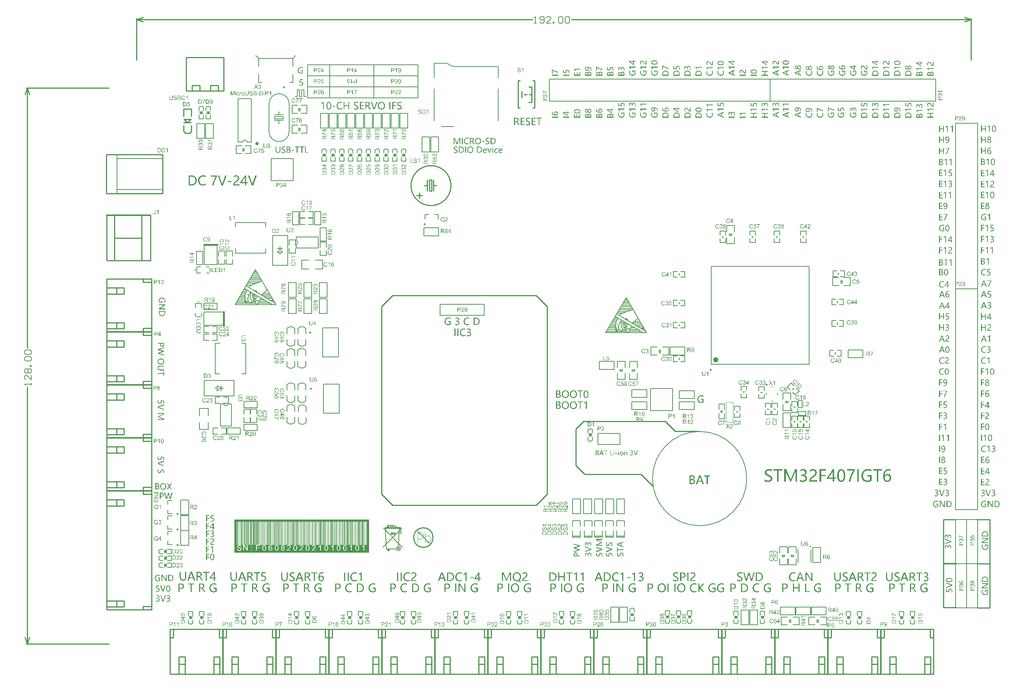
<source format=gto>
G04*
G04 #@! TF.GenerationSoftware,Altium Limited,Altium Designer,21.0.3 (12)*
G04*
G04 Layer_Color=65535*
%FSLAX25Y25*%
%MOIN*%
G70*
G04*
G04 #@! TF.SameCoordinates,090C1E97-9EAB-41C8-8700-309E0BB34FF0*
G04*
G04*
G04 #@! TF.FilePolarity,Positive*
G04*
G01*
G75*
%ADD10C,0.01000*%
%ADD11C,0.00787*%
%ADD12C,0.00984*%
%ADD13C,0.00800*%
%ADD14C,0.01968*%
%ADD15C,0.00500*%
%ADD16C,0.00508*%
%ADD17C,0.02362*%
%ADD18C,0.01378*%
%ADD19C,0.01200*%
%ADD20C,0.00600*%
%ADD21C,0.00394*%
%ADD22C,0.01500*%
%ADD23C,0.00400*%
%ADD24R,0.01400X0.00700*%
%ADD25R,0.00700X0.01400*%
G36*
X718504Y326772D02*
X596457D01*
Y356991D01*
X718504D01*
Y326772D01*
D02*
G37*
G36*
X692772Y735320D02*
X692871D01*
X692980Y735309D01*
X693100Y735298D01*
X693352Y735265D01*
X693625Y735211D01*
X693887Y735145D01*
X694138Y735047D01*
Y734139D01*
X694128D01*
X694106Y734161D01*
X694062Y734172D01*
X694007Y734205D01*
X693942Y734238D01*
X693865Y734270D01*
X693767Y734303D01*
X693669Y734347D01*
X693428Y734413D01*
X693155Y734478D01*
X692860Y734522D01*
X692543Y734544D01*
X692434D01*
X692357Y734533D01*
X692259Y734522D01*
X692149Y734500D01*
X692029Y734478D01*
X691887Y734445D01*
X691745Y734413D01*
X691603Y734358D01*
X691439Y734303D01*
X691286Y734227D01*
X691133Y734139D01*
X690980Y734041D01*
X690838Y733921D01*
X690696Y733790D01*
X690685Y733779D01*
X690663Y733757D01*
X690630Y733713D01*
X690586Y733647D01*
X690532Y733571D01*
X690466Y733484D01*
X690411Y733374D01*
X690346Y733254D01*
X690269Y733112D01*
X690215Y732959D01*
X690149Y732795D01*
X690094Y732609D01*
X690051Y732423D01*
X690018Y732216D01*
X689996Y731986D01*
X689985Y731757D01*
Y731746D01*
Y731702D01*
Y731636D01*
X689996Y731560D01*
X690007Y731451D01*
X690018Y731330D01*
X690040Y731199D01*
X690073Y731057D01*
X690149Y730751D01*
X690204Y730587D01*
X690269Y730434D01*
X690346Y730270D01*
X690433Y730117D01*
X690532Y729964D01*
X690652Y729822D01*
X690663Y729811D01*
X690685Y729789D01*
X690718Y729756D01*
X690772Y729713D01*
X690838Y729658D01*
X690925Y729593D01*
X691013Y729538D01*
X691122Y729472D01*
X691242Y729396D01*
X691373Y729341D01*
X691515Y729276D01*
X691668Y729221D01*
X691832Y729177D01*
X692007Y729144D01*
X692193Y729122D01*
X692390Y729112D01*
X692488D01*
X692554Y729122D01*
X692641D01*
X692750Y729133D01*
X692860Y729155D01*
X692991Y729166D01*
X693264Y729221D01*
X693548Y729308D01*
X693854Y729418D01*
X694138Y729571D01*
Y728729D01*
X694128D01*
X694106Y728718D01*
X694062Y728696D01*
X694007Y728674D01*
X693931Y728642D01*
X693843Y728609D01*
X693734Y728576D01*
X693625Y728543D01*
X693494Y728500D01*
X693352Y728467D01*
X693199Y728434D01*
X693024Y728412D01*
X692849Y728379D01*
X692663Y728368D01*
X692259Y728346D01*
X692193D01*
X692116Y728357D01*
X692018D01*
X691898Y728379D01*
X691756Y728390D01*
X691592Y728423D01*
X691428Y728467D01*
X691242Y728510D01*
X691056Y728576D01*
X690860Y728642D01*
X690663Y728729D01*
X690466Y728838D01*
X690280Y728959D01*
X690105Y729101D01*
X689930Y729265D01*
X689920Y729276D01*
X689898Y729308D01*
X689854Y729363D01*
X689799Y729428D01*
X689734Y729527D01*
X689657Y729636D01*
X689581Y729767D01*
X689504Y729910D01*
X689417Y730084D01*
X689340Y730259D01*
X689264Y730467D01*
X689198Y730686D01*
X689144Y730915D01*
X689100Y731166D01*
X689078Y731429D01*
X689067Y731702D01*
Y731724D01*
Y731778D01*
X689078Y731855D01*
Y731975D01*
X689100Y732106D01*
X689122Y732270D01*
X689144Y732445D01*
X689187Y732642D01*
X689242Y732850D01*
X689307Y733057D01*
X689384Y733276D01*
X689482Y733495D01*
X689592Y733713D01*
X689723Y733932D01*
X689865Y734128D01*
X690040Y734325D01*
X690051Y734336D01*
X690084Y734369D01*
X690138Y734423D01*
X690215Y734478D01*
X690313Y734555D01*
X690433Y734642D01*
X690564Y734730D01*
X690718Y734828D01*
X690892Y734926D01*
X691078Y735014D01*
X691286Y735101D01*
X691504Y735178D01*
X691745Y735243D01*
X691996Y735287D01*
X692259Y735320D01*
X692532Y735331D01*
X692696D01*
X692772Y735320D01*
D02*
G37*
G36*
X746646Y735320D02*
X746734D01*
X746963Y735298D01*
X747204Y735265D01*
X747444Y735221D01*
X747685Y735167D01*
X747783Y735123D01*
X747881Y735079D01*
Y734128D01*
X747870D01*
X747849Y734150D01*
X747816Y734172D01*
X747772Y734194D01*
X747707Y734227D01*
X747641Y734260D01*
X747553Y734303D01*
X747455Y734347D01*
X747357Y734380D01*
X747236Y734423D01*
X746974Y734489D01*
X746668Y734533D01*
X746329Y734555D01*
X746231D01*
X746111Y734544D01*
X745969Y734522D01*
X745805Y734489D01*
X745641Y734445D01*
X745466Y734380D01*
X745313Y734292D01*
X745302Y734281D01*
X745258Y734249D01*
X745193Y734183D01*
X745127Y734107D01*
X745050Y733997D01*
X744996Y733877D01*
X744952Y733735D01*
X744930Y733571D01*
Y733549D01*
Y733505D01*
X744941Y733429D01*
X744963Y733331D01*
X744996Y733221D01*
X745040Y733112D01*
X745105Y733003D01*
X745193Y732893D01*
X745203Y732882D01*
X745247Y732850D01*
X745324Y732795D01*
X745444Y732719D01*
X745520Y732664D01*
X745597Y732620D01*
X745695Y732554D01*
X745805Y732500D01*
X745925Y732434D01*
X746067Y732358D01*
X746209Y732281D01*
X746373Y732205D01*
X746384D01*
X746417Y732183D01*
X746471Y732161D01*
X746537Y732117D01*
X746614Y732074D01*
X746712Y732030D01*
X746919Y731910D01*
X747149Y731757D01*
X747379Y731593D01*
X747586Y731418D01*
X747685Y731330D01*
X747761Y731243D01*
X747783Y731221D01*
X747827Y731155D01*
X747892Y731068D01*
X747969Y730937D01*
X748034Y730773D01*
X748100Y730598D01*
X748144Y730401D01*
X748166Y730183D01*
Y730172D01*
Y730139D01*
Y730095D01*
X748155Y730041D01*
X748144Y729964D01*
X748133Y729877D01*
X748089Y729680D01*
X748012Y729450D01*
X747958Y729341D01*
X747892Y729232D01*
X747816Y729122D01*
X747739Y729013D01*
X747630Y728915D01*
X747521Y728817D01*
X747510D01*
X747488Y728795D01*
X747455Y728773D01*
X747400Y728740D01*
X747335Y728707D01*
X747258Y728663D01*
X747160Y728631D01*
X747051Y728587D01*
X746930Y728543D01*
X746799Y728500D01*
X746657Y728456D01*
X746493Y728423D01*
X746318Y728390D01*
X746133Y728368D01*
X745936Y728357D01*
X745728Y728346D01*
X745652D01*
X745575Y728357D01*
X745455D01*
X745324Y728368D01*
X745160Y728390D01*
X744985Y728423D01*
X744788Y728456D01*
X744766D01*
X744701Y728478D01*
X744602Y728500D01*
X744493Y728532D01*
X744362Y728565D01*
X744231Y728609D01*
X744110Y728663D01*
X744012Y728729D01*
Y729724D01*
X744023Y729713D01*
X744067Y729680D01*
X744132Y729625D01*
X744231Y729571D01*
X744351Y729494D01*
X744482Y729418D01*
X744646Y729341D01*
X744832Y729276D01*
X744843D01*
X744854Y729265D01*
X744919Y729254D01*
X745018Y729221D01*
X745149Y729188D01*
X745302Y729155D01*
X745477Y729133D01*
X745652Y729112D01*
X745826Y729101D01*
X745892D01*
X745958Y729112D01*
X746045D01*
X746154Y729133D01*
X746275Y729155D01*
X746406Y729188D01*
X746537Y729232D01*
X746668Y729286D01*
X746799Y729352D01*
X746919Y729428D01*
X747029Y729527D01*
X747116Y729647D01*
X747182Y729778D01*
X747236Y729942D01*
X747247Y730117D01*
Y730128D01*
Y730161D01*
X747236Y730216D01*
X747226Y730292D01*
X747182Y730445D01*
X747149Y730533D01*
X747094Y730620D01*
X747084Y730631D01*
X747062Y730664D01*
X747029Y730707D01*
X746985Y730762D01*
X746919Y730817D01*
X746854Y730893D01*
X746767Y730959D01*
X746668Y731024D01*
X746657Y731035D01*
X746614Y731057D01*
X746548Y731101D01*
X746450Y731155D01*
X746307Y731232D01*
X746143Y731319D01*
X745925Y731429D01*
X745805Y731494D01*
X745674Y731560D01*
X745663Y731571D01*
X745630Y731582D01*
X745575Y731614D01*
X745509Y731647D01*
X745433Y731691D01*
X745335Y731746D01*
X745127Y731866D01*
X744898Y732019D01*
X744679Y732172D01*
X744581Y732259D01*
X744482Y732336D01*
X744395Y732423D01*
X744329Y732500D01*
X744318Y732522D01*
X744285Y732576D01*
X744231Y732664D01*
X744176Y732784D01*
X744110Y732937D01*
X744067Y733101D01*
X744023Y733287D01*
X744012Y733495D01*
Y733505D01*
Y733527D01*
Y733571D01*
X744023Y733637D01*
X744034Y733702D01*
X744045Y733790D01*
X744100Y733975D01*
X744176Y734194D01*
X744231Y734303D01*
X744296Y734413D01*
X744373Y734522D01*
X744471Y734631D01*
X744570Y734730D01*
X744690Y734828D01*
X744701Y734839D01*
X744723Y734850D01*
X744755Y734872D01*
X744810Y734904D01*
X744876Y734948D01*
X744963Y734992D01*
X745050Y735036D01*
X745160Y735079D01*
X745280Y735123D01*
X745400Y735167D01*
X745542Y735211D01*
X745695Y735254D01*
X746023Y735309D01*
X746209Y735331D01*
X746559D01*
X746646Y735320D01*
D02*
G37*
G36*
X707375D02*
X707462D01*
X707692Y735298D01*
X707932Y735265D01*
X708173Y735221D01*
X708413Y735167D01*
X708511Y735123D01*
X708610Y735079D01*
Y734128D01*
X708599D01*
X708577Y734150D01*
X708544Y734172D01*
X708501Y734194D01*
X708435Y734227D01*
X708369Y734260D01*
X708282Y734303D01*
X708184Y734347D01*
X708085Y734380D01*
X707965Y734423D01*
X707703Y734489D01*
X707397Y734533D01*
X707058Y734555D01*
X706959D01*
X706839Y734544D01*
X706697Y734522D01*
X706533Y734489D01*
X706369Y734445D01*
X706194Y734380D01*
X706041Y734292D01*
X706030Y734281D01*
X705987Y734249D01*
X705921Y734183D01*
X705856Y734107D01*
X705779Y733997D01*
X705724Y733877D01*
X705681Y733735D01*
X705659Y733571D01*
Y733549D01*
Y733505D01*
X705670Y733429D01*
X705692Y733331D01*
X705724Y733221D01*
X705768Y733112D01*
X705834Y733003D01*
X705921Y732893D01*
X705932Y732882D01*
X705976Y732850D01*
X706052Y732795D01*
X706173Y732719D01*
X706249Y732664D01*
X706325Y732620D01*
X706424Y732554D01*
X706533Y732500D01*
X706653Y732434D01*
X706796Y732358D01*
X706938Y732281D01*
X707101Y732205D01*
X707112D01*
X707145Y732183D01*
X707200Y732161D01*
X707266Y732117D01*
X707342Y732074D01*
X707440Y732030D01*
X707648Y731910D01*
X707877Y731757D01*
X708107Y731593D01*
X708315Y731418D01*
X708413Y731330D01*
X708490Y731243D01*
X708511Y731221D01*
X708555Y731155D01*
X708621Y731068D01*
X708697Y730937D01*
X708763Y730773D01*
X708828Y730598D01*
X708872Y730401D01*
X708894Y730183D01*
Y730172D01*
Y730139D01*
Y730095D01*
X708883Y730041D01*
X708872Y729964D01*
X708861Y729877D01*
X708817Y729680D01*
X708741Y729450D01*
X708686Y729341D01*
X708621Y729232D01*
X708544Y729122D01*
X708468Y729013D01*
X708358Y728915D01*
X708249Y728817D01*
X708238D01*
X708216Y728795D01*
X708184Y728773D01*
X708129Y728740D01*
X708063Y728707D01*
X707987Y728663D01*
X707889Y728631D01*
X707779Y728587D01*
X707659Y728543D01*
X707528Y728500D01*
X707386Y728456D01*
X707222Y728423D01*
X707047Y728390D01*
X706861Y728368D01*
X706664Y728357D01*
X706457Y728346D01*
X706380D01*
X706304Y728357D01*
X706183D01*
X706052Y728368D01*
X705888Y728390D01*
X705713Y728423D01*
X705517Y728456D01*
X705495D01*
X705429Y728478D01*
X705331Y728500D01*
X705222Y728532D01*
X705090Y728565D01*
X704959Y728609D01*
X704839Y728663D01*
X704741Y728729D01*
Y729724D01*
X704752Y729713D01*
X704795Y729680D01*
X704861Y729625D01*
X704959Y729571D01*
X705080Y729494D01*
X705211Y729418D01*
X705375Y729341D01*
X705560Y729276D01*
X705571D01*
X705582Y729265D01*
X705648Y729254D01*
X705746Y729221D01*
X705877Y729188D01*
X706030Y729155D01*
X706205Y729133D01*
X706380Y729112D01*
X706555Y729101D01*
X706621D01*
X706686Y729112D01*
X706774D01*
X706883Y729133D01*
X707003Y729155D01*
X707134Y729188D01*
X707266Y729232D01*
X707397Y729286D01*
X707528Y729352D01*
X707648Y729428D01*
X707757Y729527D01*
X707845Y729647D01*
X707910Y729778D01*
X707965Y729942D01*
X707976Y730117D01*
Y730128D01*
Y730161D01*
X707965Y730216D01*
X707954Y730292D01*
X707910Y730445D01*
X707877Y730533D01*
X707823Y730620D01*
X707812Y730631D01*
X707790Y730664D01*
X707757Y730707D01*
X707714Y730762D01*
X707648Y730817D01*
X707582Y730893D01*
X707495Y730959D01*
X707397Y731024D01*
X707386Y731035D01*
X707342Y731057D01*
X707276Y731101D01*
X707178Y731155D01*
X707036Y731232D01*
X706872Y731319D01*
X706653Y731429D01*
X706533Y731494D01*
X706402Y731560D01*
X706391Y731571D01*
X706358Y731582D01*
X706304Y731614D01*
X706238Y731647D01*
X706161Y731691D01*
X706063Y731746D01*
X705856Y731866D01*
X705626Y732019D01*
X705407Y732172D01*
X705309Y732259D01*
X705211Y732336D01*
X705123Y732423D01*
X705058Y732500D01*
X705047Y732522D01*
X705014Y732576D01*
X704959Y732664D01*
X704905Y732784D01*
X704839Y732937D01*
X704795Y733101D01*
X704752Y733287D01*
X704741Y733495D01*
Y733505D01*
Y733527D01*
Y733571D01*
X704752Y733637D01*
X704763Y733702D01*
X704773Y733790D01*
X704828Y733975D01*
X704905Y734194D01*
X704959Y734303D01*
X705025Y734413D01*
X705101Y734522D01*
X705200Y734631D01*
X705298Y734730D01*
X705418Y734828D01*
X705429Y734839D01*
X705451Y734850D01*
X705484Y734872D01*
X705539Y734904D01*
X705604Y734948D01*
X705692Y734992D01*
X705779Y735036D01*
X705888Y735079D01*
X706008Y735123D01*
X706129Y735167D01*
X706271Y735211D01*
X706424Y735254D01*
X706752Y735309D01*
X706938Y735331D01*
X707287D01*
X707375Y735320D01*
D02*
G37*
G36*
X700653Y728456D02*
X699778D01*
Y731494D01*
X696357D01*
Y728456D01*
X695483D01*
Y735211D01*
X696357D01*
Y732270D01*
X699778D01*
Y735211D01*
X700653D01*
Y728456D01*
D02*
G37*
G36*
X688018Y730795D02*
X685449D01*
Y731461D01*
X688018D01*
Y730795D01*
D02*
G37*
G36*
X723573Y728456D02*
X722611D01*
X720174Y735211D01*
X721136D01*
X722961Y729931D01*
Y729920D01*
X722972Y729888D01*
X722994Y729833D01*
X723016Y729756D01*
X723027Y729669D01*
X723048Y729560D01*
X723070Y729450D01*
X723092Y729319D01*
X723114D01*
Y729330D01*
X723125Y729374D01*
X723136Y729428D01*
X723147Y729516D01*
X723169Y729603D01*
X723190Y729702D01*
X723267Y729931D01*
X725125Y735211D01*
X726065D01*
X723573Y728456D01*
D02*
G37*
G36*
X743050Y734435D02*
X740438D01*
Y732172D01*
X742865D01*
Y731407D01*
X740438D01*
Y728456D01*
X739564D01*
Y735211D01*
X743050D01*
Y734435D01*
D02*
G37*
G36*
X737815Y728456D02*
X736940D01*
Y735211D01*
X737815D01*
Y728456D01*
D02*
G37*
G36*
X717354Y735200D02*
X717430D01*
X717529Y735189D01*
X717747Y735156D01*
X717999Y735090D01*
X718250Y735003D01*
X718502Y734894D01*
X718622Y734817D01*
X718731Y734730D01*
X718742D01*
X718753Y734708D01*
X718819Y734642D01*
X718906Y734533D01*
X719015Y734391D01*
X719114Y734205D01*
X719201Y733975D01*
X719267Y733713D01*
X719277Y733560D01*
X719288Y733407D01*
Y733396D01*
Y733342D01*
X719277Y733276D01*
X719267Y733178D01*
X719245Y733068D01*
X719212Y732937D01*
X719168Y732795D01*
X719103Y732653D01*
X719026Y732500D01*
X718928Y732347D01*
X718808Y732194D01*
X718654Y732041D01*
X718491Y731910D01*
X718283Y731778D01*
X718053Y731669D01*
X717791Y731582D01*
Y731560D01*
X717802D01*
X717835Y731538D01*
X717889Y731505D01*
X717955Y731472D01*
X718119Y731363D01*
X718272Y731221D01*
X718283Y731210D01*
X718305Y731177D01*
X718359Y731123D01*
X718414Y731046D01*
X718491Y730948D01*
X718578Y730817D01*
X718687Y730664D01*
X718797Y730478D01*
X720064Y728456D01*
X719037D01*
X717911Y730325D01*
Y730336D01*
X717900Y730347D01*
X717857Y730412D01*
X717791Y730511D01*
X717704Y730631D01*
X717605Y730762D01*
X717507Y730893D01*
X717398Y731003D01*
X717288Y731090D01*
X717277Y731101D01*
X717245Y731123D01*
X717179Y731155D01*
X717102Y731199D01*
X717004Y731232D01*
X716895Y731265D01*
X716775Y731287D01*
X716633Y731298D01*
X715999D01*
Y728456D01*
X715124D01*
Y735211D01*
X717288D01*
X717354Y735200D01*
D02*
G37*
G36*
X713692Y734435D02*
X711080D01*
Y732270D01*
X713507D01*
Y731494D01*
X711080D01*
Y729221D01*
X713845D01*
Y728456D01*
X710206D01*
Y735211D01*
X713692D01*
Y734435D01*
D02*
G37*
G36*
X677612Y728456D02*
X676760D01*
Y734238D01*
X676749Y734227D01*
X676727Y734205D01*
X676672Y734161D01*
X676607Y734107D01*
X676508Y734030D01*
X676388Y733954D01*
X676246Y733866D01*
X676082Y733779D01*
X676060Y733768D01*
X676006Y733735D01*
X675907Y733702D01*
X675787Y733647D01*
X675656Y733593D01*
X675503Y733538D01*
X675350Y733484D01*
X675197Y733440D01*
Y734270D01*
X675208D01*
X675219Y734281D01*
X675251Y734292D01*
X675295Y734303D01*
X675394Y734336D01*
X675547Y734391D01*
X675711Y734456D01*
X675907Y734533D01*
X676115Y734631D01*
X676344Y734740D01*
X676355D01*
X676366Y734751D01*
X676399Y734773D01*
X676443Y734795D01*
X676552Y734861D01*
X676694Y734937D01*
X676847Y735036D01*
X677000Y735145D01*
X677153Y735254D01*
X677284Y735363D01*
X677612D01*
Y728456D01*
D02*
G37*
G36*
X729989Y735320D02*
X730087D01*
X730207Y735298D01*
X730350Y735276D01*
X730503Y735254D01*
X730667Y735211D01*
X730852Y735167D01*
X731038Y735101D01*
X731224Y735025D01*
X731410Y734926D01*
X731607Y734817D01*
X731781Y734697D01*
X731967Y734544D01*
X732131Y734380D01*
X732142Y734369D01*
X732164Y734336D01*
X732208Y734281D01*
X732262Y734205D01*
X732328Y734118D01*
X732405Y733997D01*
X732481Y733866D01*
X732568Y733713D01*
X732645Y733549D01*
X732721Y733363D01*
X732798Y733156D01*
X732864Y732937D01*
X732918Y732708D01*
X732962Y732456D01*
X732984Y732183D01*
X732995Y731910D01*
Y731888D01*
Y731833D01*
X732984Y731757D01*
Y731636D01*
X732973Y731505D01*
X732951Y731341D01*
X732918Y731166D01*
X732885Y730970D01*
X732842Y730762D01*
X732776Y730554D01*
X732711Y730336D01*
X732623Y730117D01*
X732525Y729910D01*
X732405Y729702D01*
X732262Y729494D01*
X732109Y729308D01*
X732098Y729297D01*
X732066Y729265D01*
X732022Y729221D01*
X731945Y729155D01*
X731858Y729090D01*
X731749Y729002D01*
X731628Y728915D01*
X731486Y728827D01*
X731322Y728740D01*
X731147Y728652D01*
X730951Y728565D01*
X730743Y728500D01*
X730514Y728434D01*
X730273Y728390D01*
X730022Y728357D01*
X729748Y728346D01*
X729683D01*
X729606Y728357D01*
X729508D01*
X729388Y728379D01*
X729246Y728401D01*
X729093Y728423D01*
X728918Y728467D01*
X728732Y728510D01*
X728546Y728576D01*
X728360Y728652D01*
X728164Y728740D01*
X727967Y728849D01*
X727781Y728980D01*
X727606Y729122D01*
X727431Y729286D01*
X727420Y729297D01*
X727398Y729330D01*
X727355Y729385D01*
X727300Y729461D01*
X727235Y729549D01*
X727158Y729669D01*
X727082Y729800D01*
X727005Y729942D01*
X726918Y730117D01*
X726841Y730303D01*
X726765Y730500D01*
X726699Y730718D01*
X726644Y730959D01*
X726601Y731199D01*
X726579Y731472D01*
X726568Y731746D01*
Y731768D01*
Y731822D01*
X726579Y731899D01*
Y732019D01*
X726601Y732161D01*
X726612Y732314D01*
X726644Y732489D01*
X726677Y732686D01*
X726721Y732893D01*
X726786Y733101D01*
X726852Y733320D01*
X726939Y733538D01*
X727038Y733757D01*
X727158Y733964D01*
X727300Y734172D01*
X727453Y734358D01*
X727464Y734369D01*
X727497Y734402D01*
X727552Y734445D01*
X727617Y734511D01*
X727705Y734587D01*
X727814Y734664D01*
X727945Y734752D01*
X728087Y734850D01*
X728251Y734937D01*
X728437Y735025D01*
X728634Y735101D01*
X728841Y735178D01*
X729071Y735243D01*
X729322Y735287D01*
X729585Y735320D01*
X729858Y735331D01*
X729923D01*
X729989Y735320D01*
D02*
G37*
G36*
X682323Y735320D02*
X682433Y735309D01*
X682575Y735276D01*
X682728Y735221D01*
X682913Y735145D01*
X683110Y735036D01*
X683307Y734894D01*
X683405Y734806D01*
X683504Y734708D01*
X683602Y734598D01*
X683700Y734478D01*
X683788Y734347D01*
X683886Y734205D01*
X683963Y734041D01*
X684039Y733866D01*
X684116Y733669D01*
X684181Y733462D01*
X684236Y733243D01*
X684291Y733003D01*
X684323Y732740D01*
X684356Y732467D01*
X684367Y732172D01*
X684378Y731855D01*
Y731833D01*
Y731778D01*
Y731691D01*
X684367Y731571D01*
X684356Y731429D01*
X684345Y731265D01*
X684323Y731090D01*
X684302Y730893D01*
X684225Y730467D01*
X684116Y730030D01*
X684050Y729822D01*
X683974Y729614D01*
X683875Y729418D01*
X683766Y729243D01*
X683755Y729232D01*
X683733Y729210D01*
X683700Y729155D01*
X683657Y729101D01*
X683591Y729035D01*
X683515Y728959D01*
X683427Y728882D01*
X683329Y728795D01*
X683219Y728707D01*
X683088Y728631D01*
X682957Y728554D01*
X682804Y728489D01*
X682640Y728434D01*
X682465Y728390D01*
X682279Y728357D01*
X682083Y728346D01*
X682039D01*
X681984Y728357D01*
X681908D01*
X681820Y728368D01*
X681722Y728390D01*
X681613Y728423D01*
X681493Y728456D01*
X681361Y728500D01*
X681230Y728554D01*
X681099Y728620D01*
X680968Y728707D01*
X680837Y728805D01*
X680706Y728915D01*
X680585Y729046D01*
X680476Y729199D01*
X680465Y729210D01*
X680454Y729243D01*
X680421Y729286D01*
X680389Y729363D01*
X680345Y729450D01*
X680301Y729560D01*
X680246Y729680D01*
X680203Y729833D01*
X680148Y729997D01*
X680093Y730183D01*
X680050Y730390D01*
X680006Y730620D01*
X679973Y730860D01*
X679941Y731123D01*
X679929Y731407D01*
X679919Y731702D01*
Y731724D01*
Y731778D01*
Y731877D01*
X679929Y731997D01*
X679941Y732139D01*
X679951Y732314D01*
X679973Y732500D01*
X679995Y732708D01*
X680061Y733145D01*
X680170Y733593D01*
X680236Y733812D01*
X680312Y734019D01*
X680410Y734216D01*
X680509Y734402D01*
X680520Y734413D01*
X680542Y734445D01*
X680574Y734489D01*
X680618Y734544D01*
X680684Y734620D01*
X680760Y734697D01*
X680848Y734784D01*
X680946Y734872D01*
X681066Y734948D01*
X681186Y735036D01*
X681329Y735112D01*
X681482Y735189D01*
X681657Y735243D01*
X681831Y735287D01*
X682028Y735320D01*
X682236Y735331D01*
X682290D01*
X682323Y735320D01*
D02*
G37*
G36*
X658481Y755180D02*
X656409D01*
X656298Y753552D01*
X656816Y753580D01*
X656899D01*
X656964Y753571D01*
X657038D01*
X657131Y753552D01*
X657232Y753543D01*
X657334Y753524D01*
X657565Y753469D01*
X657797Y753385D01*
X657917Y753339D01*
X658028Y753274D01*
X658139Y753210D01*
X658241Y753126D01*
X658250Y753117D01*
X658259Y753108D01*
X658287Y753080D01*
X658324Y753043D01*
X658361Y752997D01*
X658407Y752942D01*
X658453Y752877D01*
X658500Y752794D01*
X658546Y752710D01*
X658592Y752618D01*
X658638Y752507D01*
X658675Y752396D01*
X658740Y752146D01*
X658749Y751998D01*
X658759Y751850D01*
Y751841D01*
Y751813D01*
Y751767D01*
X658749Y751711D01*
X658740Y751637D01*
X658731Y751563D01*
X658712Y751471D01*
X658694Y751369D01*
X658620Y751156D01*
X658583Y751045D01*
X658527Y750934D01*
X658463Y750823D01*
X658389Y750712D01*
X658305Y750610D01*
X658204Y750509D01*
X658194Y750499D01*
X658176Y750490D01*
X658148Y750462D01*
X658102Y750425D01*
X658046Y750388D01*
X657982Y750351D01*
X657898Y750305D01*
X657806Y750259D01*
X657704Y750204D01*
X657593Y750157D01*
X657473Y750120D01*
X657343Y750083D01*
X657195Y750046D01*
X657047Y750019D01*
X656881Y750009D01*
X656714Y750000D01*
X656585D01*
X656520Y750009D01*
X656437D01*
X656261Y750028D01*
X656067Y750056D01*
X655863Y750102D01*
X655678Y750157D01*
X655595Y750194D01*
X655512Y750231D01*
Y750971D01*
X655521D01*
X655540Y750953D01*
X655567Y750934D01*
X655614Y750916D01*
X655669Y750888D01*
X655725Y750851D01*
X655882Y750786D01*
X656058Y750712D01*
X656261Y750647D01*
X656474Y750610D01*
X656696Y750592D01*
X656751D01*
X656798Y750601D01*
X656909Y750610D01*
X657038Y750629D01*
X657195Y750675D01*
X657353Y750731D01*
X657510Y750805D01*
X657658Y750916D01*
X657676Y750934D01*
X657713Y750981D01*
X657778Y751054D01*
X657843Y751147D01*
X657908Y751276D01*
X657972Y751425D01*
X658009Y751600D01*
X658028Y751794D01*
Y751804D01*
Y751822D01*
Y751850D01*
X658019Y751887D01*
X658009Y751989D01*
X657982Y752109D01*
X657935Y752248D01*
X657861Y752387D01*
X657769Y752525D01*
X657639Y752645D01*
X657621Y752655D01*
X657565Y752692D01*
X657482Y752738D01*
X657362Y752803D01*
X657214Y752858D01*
X657029Y752905D01*
X656816Y752942D01*
X656566Y752951D01*
X656372D01*
X656243Y752942D01*
X656095D01*
X655928Y752932D01*
X655762Y752923D01*
X655595Y752905D01*
X655808Y755809D01*
X658481D01*
Y755180D01*
D02*
G37*
G36*
X657232Y766764D02*
X657325Y766755D01*
X657427Y766746D01*
X657547Y766737D01*
X657787Y766700D01*
X658055Y766653D01*
X658315Y766579D01*
X658564Y766478D01*
Y765673D01*
X658555Y765682D01*
X658536Y765691D01*
X658499Y765710D01*
X658444Y765738D01*
X658379Y765775D01*
X658296Y765812D01*
X658204Y765849D01*
X658102Y765895D01*
X657991Y765932D01*
X657861Y765969D01*
X657732Y766006D01*
X657584Y766043D01*
X657269Y766089D01*
X657103Y766108D01*
X656835D01*
X656770Y766098D01*
X656696Y766089D01*
X656603Y766071D01*
X656492Y766052D01*
X656381Y766024D01*
X656261Y765997D01*
X656141Y765950D01*
X656011Y765904D01*
X655882Y765839D01*
X655752Y765765D01*
X655623Y765682D01*
X655503Y765580D01*
X655382Y765469D01*
X655373Y765460D01*
X655354Y765442D01*
X655327Y765405D01*
X655290Y765349D01*
X655243Y765294D01*
X655188Y765210D01*
X655142Y765127D01*
X655086Y765016D01*
X655021Y764905D01*
X654975Y764776D01*
X654920Y764637D01*
X654874Y764489D01*
X654837Y764332D01*
X654809Y764156D01*
X654790Y763980D01*
X654781Y763786D01*
Y763777D01*
Y763740D01*
Y763684D01*
X654790Y763610D01*
X654800Y763518D01*
X654809Y763416D01*
X654827Y763296D01*
X654855Y763175D01*
X654920Y762907D01*
X654966Y762768D01*
X655012Y762630D01*
X655077Y762491D01*
X655151Y762352D01*
X655234Y762232D01*
X655336Y762112D01*
X655345Y762102D01*
X655364Y762084D01*
X655392Y762056D01*
X655438Y762019D01*
X655493Y761973D01*
X655567Y761917D01*
X655641Y761871D01*
X655734Y761816D01*
X655845Y761751D01*
X655956Y761705D01*
X656076Y761649D01*
X656215Y761603D01*
X656363Y761566D01*
X656511Y761538D01*
X656677Y761520D01*
X656853Y761510D01*
X656964D01*
X657020Y761520D01*
X657084D01*
X657232Y761538D01*
X657408Y761575D01*
X657593Y761612D01*
X657787Y761677D01*
X657963Y761760D01*
Y763314D01*
X656723D01*
Y763962D01*
X658703D01*
Y761344D01*
X658694Y761335D01*
X658666Y761325D01*
X658620Y761298D01*
X658555Y761270D01*
X658472Y761233D01*
X658370Y761196D01*
X658259Y761150D01*
X658139Y761103D01*
X658000Y761057D01*
X657852Y761011D01*
X657695Y760974D01*
X657528Y760937D01*
X657158Y760881D01*
X656964Y760872D01*
X656770Y760863D01*
X656714D01*
X656649Y760872D01*
X656566D01*
X656455Y760891D01*
X656335Y760900D01*
X656206Y760928D01*
X656058Y760965D01*
X655900Y761002D01*
X655734Y761057D01*
X655567Y761113D01*
X655401Y761187D01*
X655234Y761279D01*
X655068Y761381D01*
X654911Y761501D01*
X654763Y761640D01*
X654753Y761649D01*
X654735Y761677D01*
X654689Y761723D01*
X654642Y761788D01*
X654587Y761862D01*
X654522Y761954D01*
X654457Y762065D01*
X654383Y762195D01*
X654309Y762343D01*
X654245Y762500D01*
X654180Y762667D01*
X654124Y762861D01*
X654078Y763055D01*
X654041Y763277D01*
X654013Y763499D01*
X654004Y763740D01*
Y763758D01*
Y763795D01*
X654013Y763869D01*
Y763962D01*
X654032Y764073D01*
X654050Y764202D01*
X654078Y764350D01*
X654106Y764507D01*
X654152Y764674D01*
X654208Y764850D01*
X654282Y765035D01*
X654355Y765220D01*
X654457Y765395D01*
X654568Y765580D01*
X654698Y765747D01*
X654846Y765913D01*
X654855Y765923D01*
X654883Y765950D01*
X654929Y765997D01*
X654994Y766052D01*
X655077Y766117D01*
X655179Y766182D01*
X655299Y766265D01*
X655429Y766348D01*
X655577Y766422D01*
X655743Y766505D01*
X655919Y766570D01*
X656113Y766644D01*
X656317Y766690D01*
X656529Y766737D01*
X656761Y766764D01*
X657001Y766774D01*
X657158D01*
X657232Y766764D01*
D02*
G37*
G36*
X641545Y694878D02*
X641619D01*
X641813Y694859D01*
X642017Y694832D01*
X642220Y694795D01*
X642424Y694748D01*
X642507Y694711D01*
X642590Y694674D01*
Y693870D01*
X642581D01*
X642562Y693888D01*
X642535Y693907D01*
X642498Y693925D01*
X642442Y693953D01*
X642387Y693981D01*
X642313Y694018D01*
X642230Y694055D01*
X642146Y694082D01*
X642044Y694119D01*
X641822Y694175D01*
X641564Y694212D01*
X641277Y694230D01*
X641193D01*
X641092Y694221D01*
X640972Y694203D01*
X640833Y694175D01*
X640694Y694138D01*
X640546Y694082D01*
X640416Y694008D01*
X640407Y693999D01*
X640370Y693971D01*
X640315Y693916D01*
X640259Y693851D01*
X640195Y693759D01*
X640148Y693657D01*
X640111Y693537D01*
X640093Y693398D01*
Y693379D01*
Y693342D01*
X640102Y693278D01*
X640121Y693194D01*
X640148Y693102D01*
X640185Y693009D01*
X640241Y692917D01*
X640315Y692824D01*
X640324Y692815D01*
X640361Y692787D01*
X640426Y692741D01*
X640527Y692676D01*
X640592Y692630D01*
X640657Y692593D01*
X640740Y692538D01*
X640833Y692491D01*
X640935Y692436D01*
X641055Y692371D01*
X641175Y692306D01*
X641314Y692242D01*
X641323D01*
X641351Y692223D01*
X641397Y692205D01*
X641453Y692168D01*
X641517Y692131D01*
X641601Y692094D01*
X641776Y691992D01*
X641970Y691862D01*
X642165Y691724D01*
X642341Y691576D01*
X642424Y691502D01*
X642488Y691428D01*
X642507Y691409D01*
X642544Y691354D01*
X642599Y691280D01*
X642664Y691169D01*
X642720Y691030D01*
X642775Y690882D01*
X642812Y690715D01*
X642831Y690530D01*
Y690521D01*
Y690493D01*
Y690456D01*
X642822Y690410D01*
X642812Y690345D01*
X642803Y690271D01*
X642766Y690105D01*
X642701Y689911D01*
X642655Y689818D01*
X642599Y689726D01*
X642535Y689633D01*
X642470Y689541D01*
X642378Y689457D01*
X642285Y689374D01*
X642276D01*
X642257Y689356D01*
X642230Y689337D01*
X642183Y689309D01*
X642128Y689282D01*
X642063Y689245D01*
X641980Y689217D01*
X641887Y689180D01*
X641785Y689143D01*
X641675Y689106D01*
X641554Y689069D01*
X641416Y689041D01*
X641267Y689013D01*
X641110Y688995D01*
X640944Y688986D01*
X640768Y688976D01*
X640703D01*
X640638Y688986D01*
X640537D01*
X640426Y688995D01*
X640287Y689013D01*
X640139Y689041D01*
X639972Y689069D01*
X639954D01*
X639898Y689087D01*
X639815Y689106D01*
X639723Y689134D01*
X639612Y689161D01*
X639501Y689198D01*
X639399Y689245D01*
X639316Y689300D01*
Y690142D01*
X639325Y690133D01*
X639362Y690105D01*
X639418Y690059D01*
X639501Y690012D01*
X639603Y689948D01*
X639713Y689883D01*
X639852Y689818D01*
X640009Y689763D01*
X640019D01*
X640028Y689753D01*
X640084Y689744D01*
X640167Y689716D01*
X640278Y689689D01*
X640407Y689661D01*
X640555Y689642D01*
X640703Y689624D01*
X640851Y689615D01*
X640907D01*
X640962Y689624D01*
X641036D01*
X641129Y689642D01*
X641230Y689661D01*
X641341Y689689D01*
X641453Y689726D01*
X641564Y689772D01*
X641675Y689827D01*
X641776Y689892D01*
X641869Y689975D01*
X641943Y690077D01*
X641998Y690188D01*
X642044Y690327D01*
X642054Y690475D01*
Y690484D01*
Y690512D01*
X642044Y690558D01*
X642035Y690623D01*
X641998Y690752D01*
X641970Y690826D01*
X641924Y690900D01*
X641915Y690910D01*
X641896Y690937D01*
X641869Y690974D01*
X641832Y691021D01*
X641776Y691067D01*
X641721Y691132D01*
X641647Y691187D01*
X641564Y691243D01*
X641554Y691252D01*
X641517Y691270D01*
X641462Y691307D01*
X641378Y691354D01*
X641258Y691418D01*
X641119Y691492D01*
X640935Y691585D01*
X640833Y691640D01*
X640722Y691696D01*
X640712Y691705D01*
X640685Y691714D01*
X640638Y691742D01*
X640583Y691770D01*
X640518Y691807D01*
X640435Y691853D01*
X640259Y691955D01*
X640065Y692084D01*
X639880Y692214D01*
X639797Y692288D01*
X639713Y692353D01*
X639640Y692427D01*
X639584Y692491D01*
X639575Y692510D01*
X639547Y692556D01*
X639501Y692630D01*
X639455Y692732D01*
X639399Y692861D01*
X639362Y693000D01*
X639325Y693157D01*
X639316Y693333D01*
Y693342D01*
Y693361D01*
Y693398D01*
X639325Y693453D01*
X639334Y693509D01*
X639344Y693583D01*
X639390Y693740D01*
X639455Y693925D01*
X639501Y694018D01*
X639556Y694110D01*
X639621Y694203D01*
X639704Y694295D01*
X639787Y694378D01*
X639889Y694462D01*
X639898Y694471D01*
X639917Y694480D01*
X639945Y694499D01*
X639991Y694526D01*
X640047Y694563D01*
X640121Y694600D01*
X640195Y694637D01*
X640287Y694674D01*
X640389Y694711D01*
X640490Y694748D01*
X640611Y694785D01*
X640740Y694822D01*
X641018Y694869D01*
X641175Y694887D01*
X641471D01*
X641545Y694878D01*
D02*
G37*
G36*
X650702Y691048D02*
X648529D01*
Y691613D01*
X650702D01*
Y691048D01*
D02*
G37*
G36*
X638169Y691400D02*
Y691391D01*
Y691372D01*
Y691344D01*
Y691298D01*
X638160Y691243D01*
X638150Y691178D01*
X638132Y691021D01*
X638104Y690836D01*
X638049Y690632D01*
X637984Y690410D01*
X637891Y690188D01*
X637780Y689966D01*
X637632Y689744D01*
X637457Y689541D01*
X637355Y689448D01*
X637244Y689356D01*
X637123Y689272D01*
X636985Y689198D01*
X636846Y689134D01*
X636698Y689078D01*
X636531Y689041D01*
X636356Y689004D01*
X636171Y688986D01*
X635967Y688976D01*
X635912D01*
X635875Y688986D01*
X635828D01*
X635773Y688995D01*
X635634Y689013D01*
X635477Y689050D01*
X635301Y689097D01*
X635107Y689171D01*
X634913Y689272D01*
X634719Y689393D01*
X634524Y689550D01*
X634432Y689633D01*
X634348Y689735D01*
X634265Y689846D01*
X634191Y689957D01*
X634117Y690086D01*
X634053Y690225D01*
X633997Y690373D01*
X633951Y690540D01*
X633914Y690715D01*
X633886Y690900D01*
X633868Y691095D01*
X633858Y691307D01*
Y694785D01*
X634598D01*
Y691344D01*
Y691335D01*
Y691326D01*
Y691270D01*
X634608Y691187D01*
X634617Y691076D01*
X634645Y690947D01*
X634672Y690799D01*
X634719Y690641D01*
X634774Y690484D01*
X634857Y690327D01*
X634950Y690170D01*
X635061Y690022D01*
X635199Y689892D01*
X635366Y689781D01*
X635560Y689698D01*
X635782Y689642D01*
X635903Y689633D01*
X636032Y689624D01*
X636097D01*
X636162Y689633D01*
X636254Y689652D01*
X636356Y689679D01*
X636476Y689716D01*
X636596Y689763D01*
X636735Y689837D01*
X636865Y689920D01*
X636985Y690031D01*
X637105Y690170D01*
X637207Y690327D01*
X637299Y690521D01*
X637373Y690743D01*
X637410Y690993D01*
X637429Y691141D01*
Y691289D01*
Y694785D01*
X638169D01*
Y691400D01*
D02*
G37*
G36*
X661377Y689716D02*
X663662Y689716D01*
Y689069D01*
X660637Y689069D01*
Y694785D01*
X661377D01*
Y689716D01*
D02*
G37*
G36*
X659758Y694129D02*
X658112D01*
Y689069D01*
X657363D01*
Y694129D01*
X655725D01*
Y694785D01*
X659758D01*
Y694129D01*
D02*
G37*
G36*
X655420D02*
X653773D01*
Y689069D01*
X653024D01*
Y694129D01*
X651387D01*
Y694785D01*
X655420D01*
Y694129D01*
D02*
G37*
G36*
X645754Y694776D02*
X645819D01*
X645892Y694767D01*
X646059Y694739D01*
X646253Y694702D01*
X646448Y694637D01*
X646651Y694545D01*
X646827Y694425D01*
X646836D01*
X646845Y694406D01*
X646901Y694360D01*
X646975Y694277D01*
X647058Y694175D01*
X647141Y694036D01*
X647206Y693870D01*
X647261Y693685D01*
X647271Y693583D01*
X647280Y693472D01*
Y693463D01*
Y693453D01*
Y693426D01*
Y693389D01*
X647271Y693305D01*
X647243Y693194D01*
X647215Y693065D01*
X647169Y692926D01*
X647104Y692778D01*
X647012Y692639D01*
X647003Y692621D01*
X646966Y692584D01*
X646901Y692519D01*
X646817Y692436D01*
X646716Y692353D01*
X646586Y692269D01*
X646438Y692186D01*
X646272Y692121D01*
Y692112D01*
X646300D01*
X646327Y692103D01*
X646374Y692094D01*
X646475Y692066D01*
X646614Y692029D01*
X646762Y691973D01*
X646919Y691890D01*
X647067Y691788D01*
X647206Y691659D01*
X647225Y691640D01*
X647261Y691594D01*
X647317Y691511D01*
X647382Y691400D01*
X647446Y691270D01*
X647502Y691104D01*
X647539Y690919D01*
X647557Y690715D01*
Y690706D01*
Y690678D01*
Y690641D01*
X647548Y690595D01*
X647539Y690530D01*
X647530Y690456D01*
X647493Y690290D01*
X647428Y690096D01*
X647382Y690003D01*
X647335Y689901D01*
X647271Y689800D01*
X647197Y689707D01*
X647114Y689615D01*
X647021Y689522D01*
X647012Y689513D01*
X646993Y689504D01*
X646966Y689485D01*
X646929Y689448D01*
X646873Y689420D01*
X646808Y689383D01*
X646734Y689337D01*
X646651Y689300D01*
X646559Y689254D01*
X646457Y689217D01*
X646226Y689143D01*
X645966Y689087D01*
X645819Y689078D01*
X645671Y689069D01*
X643941D01*
Y694785D01*
X645698D01*
X645754Y694776D01*
D02*
G37*
G36*
X830657Y695035D02*
X830703Y695026D01*
X830814Y694989D01*
X830870Y694961D01*
X830916Y694915D01*
X830925Y694906D01*
X830934Y694896D01*
X830962Y694859D01*
X830990Y694822D01*
X831036Y694721D01*
X831045Y694665D01*
X831055Y694591D01*
Y694582D01*
Y694563D01*
X831045Y694526D01*
X831036Y694480D01*
X831018Y694425D01*
X830999Y694369D01*
X830962Y694323D01*
X830916Y694267D01*
X830907Y694258D01*
X830897Y694249D01*
X830860Y694230D01*
X830823Y694212D01*
X830722Y694166D01*
X830666Y694156D01*
X830592Y694147D01*
X830564D01*
X830527Y694156D01*
X830481Y694166D01*
X830370Y694203D01*
X830324Y694230D01*
X830268Y694267D01*
X830259Y694277D01*
X830250Y694295D01*
X830231Y694323D01*
X830204Y694360D01*
X830157Y694462D01*
X830148Y694517D01*
X830139Y694591D01*
Y694600D01*
Y694628D01*
X830148Y694656D01*
X830157Y694702D01*
X830194Y694813D01*
X830222Y694869D01*
X830268Y694915D01*
X830278Y694924D01*
X830296Y694933D01*
X830324Y694952D01*
X830361Y694980D01*
X830463Y695026D01*
X830518Y695035D01*
X830592Y695044D01*
X830629D01*
X830657Y695035D01*
D02*
G37*
G36*
X797505Y694878D02*
X797579D01*
X797773Y694859D01*
X797977Y694832D01*
X798180Y694795D01*
X798384Y694748D01*
X798467Y694711D01*
X798550Y694674D01*
Y693870D01*
X798541D01*
X798522Y693888D01*
X798495Y693907D01*
X798458Y693925D01*
X798402Y693953D01*
X798347Y693981D01*
X798273Y694018D01*
X798189Y694055D01*
X798106Y694082D01*
X798004Y694119D01*
X797782Y694175D01*
X797523Y694212D01*
X797237Y694230D01*
X797153D01*
X797052Y694221D01*
X796931Y694203D01*
X796793Y694175D01*
X796654Y694138D01*
X796506Y694082D01*
X796376Y694008D01*
X796367Y693999D01*
X796330Y693971D01*
X796275Y693916D01*
X796219Y693851D01*
X796154Y693759D01*
X796108Y693657D01*
X796071Y693537D01*
X796053Y693398D01*
Y693379D01*
Y693342D01*
X796062Y693278D01*
X796080Y693194D01*
X796108Y693102D01*
X796145Y693009D01*
X796201Y692917D01*
X796275Y692824D01*
X796284Y692815D01*
X796321Y692787D01*
X796386Y692741D01*
X796487Y692676D01*
X796552Y692630D01*
X796617Y692593D01*
X796700Y692538D01*
X796793Y692491D01*
X796894Y692436D01*
X797015Y692371D01*
X797135Y692306D01*
X797274Y692242D01*
X797283D01*
X797311Y692223D01*
X797357Y692205D01*
X797412Y692168D01*
X797477Y692131D01*
X797560Y692094D01*
X797736Y691992D01*
X797930Y691862D01*
X798125Y691724D01*
X798300Y691576D01*
X798384Y691502D01*
X798448Y691428D01*
X798467Y691409D01*
X798504Y691354D01*
X798559Y691280D01*
X798624Y691169D01*
X798680Y691030D01*
X798735Y690882D01*
X798772Y690715D01*
X798791Y690530D01*
Y690521D01*
Y690493D01*
Y690456D01*
X798781Y690410D01*
X798772Y690345D01*
X798763Y690271D01*
X798726Y690105D01*
X798661Y689911D01*
X798615Y689818D01*
X798559Y689726D01*
X798495Y689633D01*
X798430Y689541D01*
X798337Y689457D01*
X798245Y689374D01*
X798236D01*
X798217Y689356D01*
X798189Y689337D01*
X798143Y689309D01*
X798088Y689282D01*
X798023Y689245D01*
X797940Y689217D01*
X797847Y689180D01*
X797745Y689143D01*
X797634Y689106D01*
X797514Y689069D01*
X797375Y689041D01*
X797227Y689013D01*
X797070Y688995D01*
X796904Y688986D01*
X796728Y688976D01*
X796663D01*
X796598Y688986D01*
X796497D01*
X796386Y688995D01*
X796247Y689013D01*
X796099Y689041D01*
X795932Y689069D01*
X795914D01*
X795858Y689087D01*
X795775Y689106D01*
X795683Y689134D01*
X795572Y689161D01*
X795461Y689198D01*
X795359Y689245D01*
X795276Y689300D01*
Y690142D01*
X795285Y690133D01*
X795322Y690105D01*
X795377Y690059D01*
X795461Y690012D01*
X795562Y689948D01*
X795673Y689883D01*
X795812Y689818D01*
X795969Y689763D01*
X795979D01*
X795988Y689753D01*
X796043Y689744D01*
X796127Y689716D01*
X796238Y689689D01*
X796367Y689661D01*
X796515Y689642D01*
X796663Y689624D01*
X796811Y689615D01*
X796867D01*
X796922Y689624D01*
X796996D01*
X797089Y689642D01*
X797190Y689661D01*
X797301Y689689D01*
X797412Y689726D01*
X797523Y689772D01*
X797634Y689827D01*
X797736Y689892D01*
X797829Y689975D01*
X797903Y690077D01*
X797958Y690188D01*
X798004Y690327D01*
X798014Y690475D01*
Y690484D01*
Y690512D01*
X798004Y690558D01*
X797995Y690623D01*
X797958Y690752D01*
X797930Y690826D01*
X797884Y690900D01*
X797875Y690910D01*
X797856Y690937D01*
X797829Y690974D01*
X797792Y691021D01*
X797736Y691067D01*
X797681Y691132D01*
X797607Y691187D01*
X797523Y691243D01*
X797514Y691252D01*
X797477Y691270D01*
X797422Y691307D01*
X797338Y691354D01*
X797218Y691418D01*
X797079Y691492D01*
X796894Y691585D01*
X796793Y691640D01*
X796682Y691696D01*
X796672Y691705D01*
X796645Y691714D01*
X796598Y691742D01*
X796543Y691770D01*
X796478Y691807D01*
X796395Y691853D01*
X796219Y691955D01*
X796025Y692084D01*
X795840Y692214D01*
X795757Y692288D01*
X795673Y692353D01*
X795599Y692427D01*
X795544Y692491D01*
X795535Y692510D01*
X795507Y692556D01*
X795461Y692630D01*
X795414Y692732D01*
X795359Y692861D01*
X795322Y693000D01*
X795285Y693157D01*
X795276Y693333D01*
Y693342D01*
Y693361D01*
Y693398D01*
X795285Y693453D01*
X795294Y693509D01*
X795303Y693583D01*
X795350Y693740D01*
X795414Y693925D01*
X795461Y694018D01*
X795516Y694110D01*
X795581Y694203D01*
X795664Y694295D01*
X795747Y694378D01*
X795849Y694462D01*
X795858Y694471D01*
X795877Y694480D01*
X795905Y694499D01*
X795951Y694526D01*
X796006Y694563D01*
X796080Y694600D01*
X796154Y694637D01*
X796247Y694674D01*
X796349Y694711D01*
X796450Y694748D01*
X796571Y694785D01*
X796700Y694822D01*
X796978Y694869D01*
X797135Y694887D01*
X797431D01*
X797505Y694878D01*
D02*
G37*
G36*
X834311Y693241D02*
X834440Y693222D01*
X834588Y693204D01*
X834755Y693167D01*
X834912Y693111D01*
X835069Y693046D01*
Y692334D01*
X835060D01*
X835051Y692343D01*
X834995Y692380D01*
X834903Y692436D01*
X834782Y692491D01*
X834644Y692547D01*
X834477Y692602D01*
X834301Y692639D01*
X834107Y692649D01*
X834052D01*
X834005Y692639D01*
X833950D01*
X833894Y692630D01*
X833746Y692593D01*
X833589Y692547D01*
X833423Y692464D01*
X833256Y692362D01*
X833173Y692288D01*
X833099Y692214D01*
Y692205D01*
X833080Y692195D01*
X833062Y692168D01*
X833034Y692140D01*
X832979Y692038D01*
X832905Y691909D01*
X832831Y691751D01*
X832775Y691548D01*
X832729Y691326D01*
X832710Y691067D01*
Y691058D01*
Y691039D01*
Y691002D01*
X832720Y690947D01*
Y690891D01*
X832729Y690826D01*
X832757Y690669D01*
X832803Y690493D01*
X832858Y690308D01*
X832951Y690123D01*
X833071Y689966D01*
X833090Y689948D01*
X833136Y689901D01*
X833219Y689837D01*
X833339Y689772D01*
X833478Y689698D01*
X833645Y689633D01*
X833848Y689587D01*
X833959Y689578D01*
X834070Y689568D01*
X834126D01*
X834163Y689578D01*
X834264Y689587D01*
X834394Y689615D01*
X834542Y689652D01*
X834718Y689716D01*
X834893Y689800D01*
X835069Y689911D01*
Y689245D01*
X835060D01*
X835051Y689235D01*
X835023Y689217D01*
X834986Y689208D01*
X834940Y689180D01*
X834884Y689161D01*
X834755Y689115D01*
X834588Y689060D01*
X834394Y689023D01*
X834172Y688986D01*
X833931Y688976D01*
X833848D01*
X833783Y688986D01*
X833709Y688995D01*
X833626Y689004D01*
X833524Y689023D01*
X833423Y689050D01*
X833191Y689115D01*
X833071Y689161D01*
X832960Y689217D01*
X832840Y689282D01*
X832720Y689356D01*
X832609Y689439D01*
X832507Y689541D01*
X832498Y689550D01*
X832488Y689568D01*
X832461Y689596D01*
X832424Y689642D01*
X832387Y689698D01*
X832340Y689772D01*
X832285Y689846D01*
X832239Y689938D01*
X832192Y690040D01*
X832137Y690151D01*
X832091Y690271D01*
X832054Y690401D01*
X832017Y690540D01*
X831998Y690688D01*
X831980Y690845D01*
X831970Y691011D01*
Y691021D01*
Y691058D01*
Y691113D01*
X831980Y691178D01*
X831989Y691261D01*
X831998Y691363D01*
X832017Y691474D01*
X832044Y691594D01*
X832109Y691853D01*
X832165Y691983D01*
X832220Y692121D01*
X832285Y692251D01*
X832359Y692390D01*
X832451Y692510D01*
X832553Y692630D01*
X832562Y692639D01*
X832581Y692658D01*
X832618Y692686D01*
X832664Y692732D01*
X832720Y692778D01*
X832794Y692824D01*
X832868Y692880D01*
X832969Y692945D01*
X833071Y693000D01*
X833191Y693056D01*
X833321Y693102D01*
X833450Y693157D01*
X833608Y693194D01*
X833765Y693222D01*
X833931Y693241D01*
X834107Y693250D01*
X834200D01*
X834311Y693241D01*
D02*
G37*
G36*
X827928Y689069D02*
X827197D01*
X825662Y693148D01*
X826457D01*
X827447Y690234D01*
X827456Y690216D01*
X827466Y690179D01*
X827493Y690114D01*
X827512Y690031D01*
X827540Y689938D01*
X827567Y689837D01*
X827586Y689735D01*
X827595Y689642D01*
X827614D01*
Y689661D01*
X827623Y689698D01*
X827632Y689753D01*
X827641Y689837D01*
X827660Y689920D01*
X827688Y690022D01*
X827743Y690216D01*
X828788Y693148D01*
X829547D01*
X827928Y689069D01*
D02*
G37*
G36*
X830944D02*
X830222D01*
Y693148D01*
X830944D01*
Y689069D01*
D02*
G37*
G36*
X818058Y694776D02*
X818151D01*
X818262Y694767D01*
X818391Y694748D01*
X818530Y694721D01*
X818687Y694693D01*
X818854Y694647D01*
X819030Y694600D01*
X819215Y694536D01*
X819390Y694462D01*
X819575Y694378D01*
X819751Y694277D01*
X819927Y694156D01*
X820093Y694027D01*
X820103Y694018D01*
X820130Y693990D01*
X820177Y693953D01*
X820232Y693888D01*
X820297Y693814D01*
X820362Y693722D01*
X820445Y693611D01*
X820528Y693490D01*
X820602Y693352D01*
X820685Y693204D01*
X820750Y693037D01*
X820824Y692852D01*
X820870Y692658D01*
X820917Y692454D01*
X820944Y692232D01*
X820954Y692001D01*
Y691983D01*
Y691946D01*
X820944Y691872D01*
Y691779D01*
X820926Y691668D01*
X820907Y691539D01*
X820880Y691391D01*
X820843Y691233D01*
X820796Y691067D01*
X820741Y690891D01*
X820676Y690715D01*
X820593Y690540D01*
X820491Y690364D01*
X820380Y690188D01*
X820241Y690022D01*
X820093Y689864D01*
X820084Y689855D01*
X820056Y689827D01*
X820001Y689790D01*
X819936Y689744D01*
X819853Y689679D01*
X819751Y689615D01*
X819631Y689541D01*
X819492Y689467D01*
X819344Y689393D01*
X819178Y689319D01*
X818993Y689254D01*
X818798Y689189D01*
X818586Y689143D01*
X818364Y689106D01*
X818123Y689078D01*
X817873Y689069D01*
X816292D01*
Y694785D01*
X817984D01*
X818058Y694776D01*
D02*
G37*
G36*
X806403Y689069D02*
X805663D01*
Y694785D01*
X806403D01*
Y689069D01*
D02*
G37*
G36*
X801667Y694776D02*
X801760D01*
X801871Y694767D01*
X802000Y694748D01*
X802139Y694721D01*
X802296Y694693D01*
X802463Y694647D01*
X802639Y694600D01*
X802824Y694536D01*
X802999Y694462D01*
X803184Y694378D01*
X803360Y694277D01*
X803536Y694156D01*
X803702Y694027D01*
X803712Y694018D01*
X803739Y693990D01*
X803786Y693953D01*
X803841Y693888D01*
X803906Y693814D01*
X803971Y693722D01*
X804054Y693611D01*
X804137Y693490D01*
X804211Y693352D01*
X804294Y693204D01*
X804359Y693037D01*
X804433Y692852D01*
X804479Y692658D01*
X804526Y692454D01*
X804553Y692232D01*
X804563Y692001D01*
Y691983D01*
Y691946D01*
X804553Y691872D01*
Y691779D01*
X804535Y691668D01*
X804516Y691539D01*
X804489Y691391D01*
X804452Y691233D01*
X804405Y691067D01*
X804350Y690891D01*
X804285Y690715D01*
X804202Y690540D01*
X804100Y690364D01*
X803989Y690188D01*
X803850Y690022D01*
X803702Y689864D01*
X803693Y689855D01*
X803665Y689827D01*
X803610Y689790D01*
X803545Y689744D01*
X803462Y689679D01*
X803360Y689615D01*
X803240Y689541D01*
X803101Y689467D01*
X802953Y689393D01*
X802787Y689319D01*
X802602Y689254D01*
X802407Y689189D01*
X802195Y689143D01*
X801973Y689106D01*
X801732Y689078D01*
X801482Y689069D01*
X799901D01*
Y694785D01*
X801593D01*
X801667Y694776D01*
D02*
G37*
G36*
X837789Y693241D02*
X837863Y693231D01*
X837937Y693222D01*
X838122Y693185D01*
X838316Y693120D01*
X838529Y693028D01*
X838630Y692972D01*
X838723Y692908D01*
X838825Y692824D01*
X838908Y692732D01*
X838917Y692723D01*
X838926Y692704D01*
X838954Y692676D01*
X838982Y692639D01*
X839010Y692584D01*
X839056Y692519D01*
X839093Y692445D01*
X839139Y692362D01*
X839176Y692260D01*
X839222Y692149D01*
X839259Y692038D01*
X839287Y691909D01*
X839324Y691770D01*
X839343Y691613D01*
X839352Y691455D01*
X839361Y691289D01*
Y690919D01*
X836503D01*
Y690910D01*
Y690891D01*
Y690854D01*
X836512Y690808D01*
X836521Y690762D01*
X836531Y690697D01*
X836558Y690549D01*
X836595Y690392D01*
X836660Y690225D01*
X836753Y690059D01*
X836864Y689911D01*
X836882Y689892D01*
X836928Y689855D01*
X837002Y689800D01*
X837113Y689735D01*
X837243Y689670D01*
X837409Y689615D01*
X837604Y689578D01*
X837816Y689559D01*
X837881D01*
X837937Y689568D01*
X837992D01*
X838066Y689587D01*
X838233Y689615D01*
X838427Y689670D01*
X838640Y689744D01*
X838852Y689855D01*
X838963Y689920D01*
X839074Y689994D01*
Y689346D01*
X839065D01*
X839047Y689328D01*
X839019Y689309D01*
X838973Y689291D01*
X838917Y689263D01*
X838852Y689226D01*
X838778Y689198D01*
X838695Y689161D01*
X838593Y689124D01*
X838482Y689097D01*
X838371Y689060D01*
X838242Y689032D01*
X837955Y688995D01*
X837641Y688976D01*
X837557D01*
X837493Y688986D01*
X837419Y688995D01*
X837335Y689004D01*
X837234Y689023D01*
X837132Y689050D01*
X836910Y689115D01*
X836799Y689161D01*
X836679Y689208D01*
X836568Y689272D01*
X836457Y689346D01*
X836355Y689430D01*
X836253Y689531D01*
X836244Y689541D01*
X836235Y689559D01*
X836207Y689587D01*
X836179Y689633D01*
X836142Y689689D01*
X836096Y689763D01*
X836050Y689846D01*
X836013Y689938D01*
X835966Y690040D01*
X835920Y690160D01*
X835874Y690290D01*
X835837Y690429D01*
X835809Y690577D01*
X835781Y690734D01*
X835772Y690910D01*
X835763Y691085D01*
Y691095D01*
Y691132D01*
Y691178D01*
X835772Y691243D01*
X835781Y691326D01*
X835791Y691418D01*
X835809Y691520D01*
X835828Y691631D01*
X835892Y691881D01*
X835939Y692010D01*
X835994Y692140D01*
X836059Y692269D01*
X836133Y692399D01*
X836216Y692519D01*
X836309Y692639D01*
X836318Y692649D01*
X836336Y692667D01*
X836364Y692695D01*
X836410Y692732D01*
X836457Y692778D01*
X836521Y692834D01*
X836595Y692889D01*
X836679Y692945D01*
X836780Y693000D01*
X836882Y693056D01*
X837113Y693157D01*
X837234Y693194D01*
X837372Y693222D01*
X837511Y693241D01*
X837659Y693250D01*
X837733D01*
X837789Y693241D01*
D02*
G37*
G36*
X823719Y693241D02*
X823793Y693231D01*
X823867Y693222D01*
X824052Y693185D01*
X824247Y693120D01*
X824459Y693028D01*
X824561Y692972D01*
X824654Y692908D01*
X824755Y692824D01*
X824839Y692732D01*
X824848Y692723D01*
X824857Y692704D01*
X824885Y692676D01*
X824913Y692639D01*
X824940Y692584D01*
X824987Y692519D01*
X825024Y692445D01*
X825070Y692362D01*
X825107Y692260D01*
X825153Y692149D01*
X825190Y692038D01*
X825218Y691909D01*
X825255Y691770D01*
X825273Y691613D01*
X825283Y691455D01*
X825292Y691289D01*
Y690919D01*
X822434Y690919D01*
Y690910D01*
Y690891D01*
Y690854D01*
X822443Y690808D01*
X822452Y690762D01*
X822461Y690697D01*
X822489Y690549D01*
X822526Y690392D01*
X822591Y690225D01*
X822683Y690059D01*
X822794Y689911D01*
X822813Y689892D01*
X822859Y689855D01*
X822933Y689800D01*
X823044Y689735D01*
X823174Y689670D01*
X823340Y689615D01*
X823534Y689578D01*
X823747Y689559D01*
X823812D01*
X823867Y689568D01*
X823923Y689568D01*
X823997Y689587D01*
X824163Y689615D01*
X824358Y689670D01*
X824570Y689744D01*
X824783Y689855D01*
X824894Y689920D01*
X825005Y689994D01*
Y689346D01*
X824996D01*
X824977Y689328D01*
X824950Y689309D01*
X824903Y689291D01*
X824848Y689263D01*
X824783Y689226D01*
X824709Y689198D01*
X824626Y689161D01*
X824524Y689124D01*
X824413Y689097D01*
X824302Y689060D01*
X824173Y689032D01*
X823886Y688995D01*
X823571Y688976D01*
X823488D01*
X823423Y688986D01*
X823349Y688995D01*
X823266Y689004D01*
X823164Y689023D01*
X823063Y689050D01*
X822841Y689115D01*
X822730Y689161D01*
X822609Y689208D01*
X822498Y689272D01*
X822387Y689346D01*
X822286Y689430D01*
X822184Y689531D01*
X822175Y689541D01*
X822165Y689559D01*
X822138Y689587D01*
X822110Y689633D01*
X822073Y689689D01*
X822027Y689763D01*
X821980Y689846D01*
X821943Y689938D01*
X821897Y690040D01*
X821851Y690160D01*
X821805Y690290D01*
X821768Y690429D01*
X821740Y690577D01*
X821712Y690734D01*
X821703Y690910D01*
X821694Y691085D01*
Y691095D01*
Y691132D01*
Y691178D01*
X821703Y691243D01*
X821712Y691326D01*
X821721Y691418D01*
X821740Y691520D01*
X821758Y691631D01*
X821823Y691881D01*
X821869Y692010D01*
X821925Y692140D01*
X821990Y692269D01*
X822064Y692399D01*
X822147Y692519D01*
X822239Y692639D01*
X822249Y692649D01*
X822267Y692667D01*
X822295Y692695D01*
X822341Y692732D01*
X822387Y692778D01*
X822452Y692834D01*
X822526Y692889D01*
X822609Y692945D01*
X822711Y693000D01*
X822813Y693056D01*
X823044Y693157D01*
X823164Y693194D01*
X823303Y693222D01*
X823442Y693241D01*
X823590Y693250D01*
X823664D01*
X823719Y693241D01*
D02*
G37*
G36*
X810409Y694878D02*
X810492D01*
X810594Y694859D01*
X810714Y694841D01*
X810843Y694822D01*
X810982Y694785D01*
X811139Y694748D01*
X811297Y694693D01*
X811454Y694628D01*
X811611Y694545D01*
X811778Y694452D01*
X811926Y694351D01*
X812083Y694221D01*
X812222Y694082D01*
X812231Y694073D01*
X812249Y694045D01*
X812286Y693999D01*
X812333Y693934D01*
X812388Y693860D01*
X812453Y693759D01*
X812518Y693648D01*
X812592Y693518D01*
X812656Y693379D01*
X812721Y693222D01*
X812786Y693046D01*
X812841Y692861D01*
X812888Y692667D01*
X812925Y692454D01*
X812943Y692223D01*
X812952Y691992D01*
Y691973D01*
Y691927D01*
X812943Y691862D01*
Y691761D01*
X812934Y691650D01*
X812915Y691511D01*
X812888Y691363D01*
X812860Y691196D01*
X812823Y691021D01*
X812767Y690845D01*
X812712Y690660D01*
X812638Y690475D01*
X812555Y690299D01*
X812453Y690123D01*
X812333Y689948D01*
X812203Y689790D01*
X812194Y689781D01*
X812166Y689753D01*
X812129Y689716D01*
X812064Y689661D01*
X811990Y689605D01*
X811898Y689531D01*
X811796Y689457D01*
X811676Y689383D01*
X811537Y689309D01*
X811389Y689235D01*
X811223Y689161D01*
X811047Y689106D01*
X810853Y689050D01*
X810649Y689013D01*
X810436Y688986D01*
X810205Y688976D01*
X810150D01*
X810085Y688986D01*
X810002D01*
X809900Y689004D01*
X809780Y689023D01*
X809650Y689041D01*
X809502Y689078D01*
X809345Y689115D01*
X809188Y689171D01*
X809030Y689235D01*
X808864Y689309D01*
X808697Y689402D01*
X808540Y689513D01*
X808392Y689633D01*
X808244Y689772D01*
X808235Y689781D01*
X808216Y689809D01*
X808179Y689855D01*
X808133Y689920D01*
X808078Y689994D01*
X808013Y690096D01*
X807948Y690207D01*
X807883Y690327D01*
X807809Y690475D01*
X807745Y690632D01*
X807680Y690799D01*
X807624Y690984D01*
X807578Y691187D01*
X807541Y691391D01*
X807523Y691622D01*
X807513Y691853D01*
Y691872D01*
Y691918D01*
X807523Y691983D01*
Y692084D01*
X807541Y692205D01*
X807550Y692334D01*
X807578Y692482D01*
X807606Y692649D01*
X807643Y692824D01*
X807698Y693000D01*
X807754Y693185D01*
X807828Y693370D01*
X807911Y693555D01*
X808013Y693731D01*
X808133Y693907D01*
X808263Y694064D01*
X808272Y694073D01*
X808300Y694101D01*
X808346Y694138D01*
X808401Y694193D01*
X808475Y694258D01*
X808568Y694323D01*
X808679Y694397D01*
X808799Y694480D01*
X808938Y694554D01*
X809095Y694628D01*
X809262Y694693D01*
X809437Y694758D01*
X809632Y694813D01*
X809844Y694850D01*
X810066Y694878D01*
X810298Y694887D01*
X810353D01*
X810409Y694878D01*
D02*
G37*
G36*
X807652Y702752D02*
X807735D01*
X807828Y702743D01*
X807930Y702733D01*
X808142Y702706D01*
X808374Y702659D01*
X808596Y702604D01*
X808808Y702521D01*
Y701753D01*
X808799D01*
X808781Y701771D01*
X808744Y701781D01*
X808697Y701808D01*
X808642Y701836D01*
X808577Y701864D01*
X808494Y701892D01*
X808411Y701929D01*
X808207Y701984D01*
X807976Y702040D01*
X807726Y702077D01*
X807458Y702095D01*
X807365D01*
X807301Y702086D01*
X807217Y702077D01*
X807125Y702058D01*
X807023Y702040D01*
X806903Y702012D01*
X806783Y701984D01*
X806662Y701938D01*
X806524Y701892D01*
X806394Y701827D01*
X806265Y701753D01*
X806135Y701670D01*
X806015Y701568D01*
X805895Y701457D01*
X805885Y701448D01*
X805867Y701429D01*
X805839Y701392D01*
X805802Y701337D01*
X805756Y701272D01*
X805700Y701198D01*
X805654Y701105D01*
X805599Y701004D01*
X805534Y700883D01*
X805488Y700754D01*
X805432Y700615D01*
X805386Y700458D01*
X805349Y700301D01*
X805321Y700125D01*
X805303Y699931D01*
X805293Y699736D01*
Y699727D01*
Y699690D01*
Y699635D01*
X805303Y699570D01*
X805312Y699477D01*
X805321Y699376D01*
X805340Y699265D01*
X805367Y699144D01*
X805432Y698885D01*
X805478Y698747D01*
X805534Y698617D01*
X805599Y698478D01*
X805673Y698349D01*
X805756Y698219D01*
X805858Y698099D01*
X805867Y698090D01*
X805885Y698071D01*
X805913Y698044D01*
X805959Y698007D01*
X806015Y697960D01*
X806089Y697905D01*
X806163Y697859D01*
X806255Y697803D01*
X806357Y697738D01*
X806468Y697692D01*
X806588Y697637D01*
X806718Y697590D01*
X806857Y697553D01*
X807005Y697526D01*
X807162Y697507D01*
X807328Y697498D01*
X807412D01*
X807467Y697507D01*
X807541D01*
X807634Y697516D01*
X807726Y697535D01*
X807837Y697544D01*
X808068Y697590D01*
X808309Y697664D01*
X808568Y697757D01*
X808808Y697886D01*
Y697174D01*
X808799D01*
X808781Y697165D01*
X808744Y697146D01*
X808697Y697128D01*
X808633Y697100D01*
X808559Y697072D01*
X808466Y697045D01*
X808374Y697017D01*
X808263Y696980D01*
X808142Y696952D01*
X808013Y696924D01*
X807865Y696906D01*
X807717Y696878D01*
X807560Y696869D01*
X807217Y696850D01*
X807162D01*
X807097Y696860D01*
X807014D01*
X806912Y696878D01*
X806792Y696887D01*
X806653Y696915D01*
X806514Y696952D01*
X806357Y696989D01*
X806200Y697045D01*
X806033Y697100D01*
X805867Y697174D01*
X805700Y697267D01*
X805543Y697368D01*
X805395Y697489D01*
X805247Y697627D01*
X805238Y697637D01*
X805219Y697664D01*
X805182Y697711D01*
X805136Y697766D01*
X805081Y697849D01*
X805016Y697942D01*
X804951Y698053D01*
X804886Y698173D01*
X804812Y698321D01*
X804748Y698469D01*
X804683Y698645D01*
X804627Y698830D01*
X804581Y699024D01*
X804544Y699237D01*
X804526Y699459D01*
X804516Y699690D01*
Y699709D01*
Y699755D01*
X804526Y699820D01*
Y699921D01*
X804544Y700032D01*
X804563Y700171D01*
X804581Y700319D01*
X804618Y700486D01*
X804664Y700661D01*
X804720Y700837D01*
X804785Y701022D01*
X804868Y701207D01*
X804960Y701392D01*
X805071Y701577D01*
X805192Y701744D01*
X805340Y701910D01*
X805349Y701919D01*
X805377Y701947D01*
X805423Y701993D01*
X805488Y702040D01*
X805571Y702104D01*
X805673Y702178D01*
X805784Y702252D01*
X805913Y702336D01*
X806061Y702419D01*
X806218Y702493D01*
X806394Y702567D01*
X806579Y702632D01*
X806783Y702687D01*
X806995Y702724D01*
X807217Y702752D01*
X807449Y702761D01*
X807587D01*
X807652Y702752D01*
D02*
G37*
G36*
X826300Y702752D02*
X826374D01*
X826568Y702733D01*
X826772Y702706D01*
X826975Y702669D01*
X827179Y702622D01*
X827262Y702585D01*
X827345Y702548D01*
Y701744D01*
X827336D01*
X827318Y701762D01*
X827290Y701781D01*
X827253Y701799D01*
X827197Y701827D01*
X827142Y701855D01*
X827068Y701892D01*
X826985Y701929D01*
X826901Y701956D01*
X826800Y701993D01*
X826578Y702049D01*
X826319Y702086D01*
X826032Y702104D01*
X825949D01*
X825847Y702095D01*
X825727Y702077D01*
X825588Y702049D01*
X825449Y702012D01*
X825301Y701956D01*
X825172Y701882D01*
X825162Y701873D01*
X825125Y701845D01*
X825070Y701790D01*
X825014Y701725D01*
X824950Y701633D01*
X824903Y701531D01*
X824866Y701411D01*
X824848Y701272D01*
Y701253D01*
Y701216D01*
X824857Y701152D01*
X824876Y701068D01*
X824903Y700976D01*
X824940Y700883D01*
X824996Y700791D01*
X825070Y700698D01*
X825079Y700689D01*
X825116Y700661D01*
X825181Y700615D01*
X825283Y700550D01*
X825347Y700504D01*
X825412Y700467D01*
X825495Y700412D01*
X825588Y700365D01*
X825690Y700310D01*
X825810Y700245D01*
X825930Y700180D01*
X826069Y700116D01*
X826078D01*
X826106Y700097D01*
X826152Y700079D01*
X826208Y700042D01*
X826272Y700005D01*
X826356Y699968D01*
X826531Y699866D01*
X826726Y699736D01*
X826920Y699598D01*
X827096Y699450D01*
X827179Y699376D01*
X827244Y699302D01*
X827262Y699283D01*
X827299Y699228D01*
X827355Y699154D01*
X827419Y699043D01*
X827475Y698904D01*
X827530Y698756D01*
X827567Y698589D01*
X827586Y698404D01*
Y698395D01*
Y698367D01*
Y698330D01*
X827577Y698284D01*
X827567Y698219D01*
X827558Y698145D01*
X827521Y697979D01*
X827456Y697785D01*
X827410Y697692D01*
X827355Y697600D01*
X827290Y697507D01*
X827225Y697415D01*
X827133Y697331D01*
X827040Y697248D01*
X827031D01*
X827012Y697230D01*
X826985Y697211D01*
X826938Y697183D01*
X826883Y697156D01*
X826818Y697119D01*
X826735Y697091D01*
X826642Y697054D01*
X826541Y697017D01*
X826430Y696980D01*
X826309Y696943D01*
X826171Y696915D01*
X826023Y696887D01*
X825865Y696869D01*
X825699Y696860D01*
X825523Y696850D01*
X825458D01*
X825394Y696860D01*
X825292D01*
X825181Y696869D01*
X825042Y696887D01*
X824894Y696915D01*
X824728Y696943D01*
X824709D01*
X824654Y696961D01*
X824570Y696980D01*
X824478Y697008D01*
X824367Y697035D01*
X824256Y697072D01*
X824154Y697119D01*
X824071Y697174D01*
Y698016D01*
X824080Y698007D01*
X824117Y697979D01*
X824173Y697933D01*
X824256Y697886D01*
X824358Y697822D01*
X824469Y697757D01*
X824607Y697692D01*
X824765Y697637D01*
X824774D01*
X824783Y697627D01*
X824839Y697618D01*
X824922Y697590D01*
X825033Y697563D01*
X825162Y697535D01*
X825310Y697516D01*
X825458Y697498D01*
X825606Y697489D01*
X825662D01*
X825717Y697498D01*
X825791D01*
X825884Y697516D01*
X825986Y697535D01*
X826097Y697563D01*
X826208Y697600D01*
X826319Y697646D01*
X826430Y697701D01*
X826531Y697766D01*
X826624Y697849D01*
X826698Y697951D01*
X826753Y698062D01*
X826800Y698201D01*
X826809Y698349D01*
Y698358D01*
Y698386D01*
X826800Y698432D01*
X826790Y698497D01*
X826753Y698626D01*
X826726Y698700D01*
X826679Y698774D01*
X826670Y698784D01*
X826652Y698811D01*
X826624Y698848D01*
X826587Y698895D01*
X826531Y698941D01*
X826476Y699006D01*
X826402Y699061D01*
X826319Y699117D01*
X826309Y699126D01*
X826272Y699144D01*
X826217Y699181D01*
X826134Y699228D01*
X826013Y699292D01*
X825875Y699366D01*
X825690Y699459D01*
X825588Y699514D01*
X825477Y699570D01*
X825468Y699579D01*
X825440Y699588D01*
X825394Y699616D01*
X825338Y699644D01*
X825273Y699681D01*
X825190Y699727D01*
X825014Y699829D01*
X824820Y699958D01*
X824635Y700088D01*
X824552Y700162D01*
X824469Y700227D01*
X824395Y700301D01*
X824339Y700365D01*
X824330Y700384D01*
X824302Y700430D01*
X824256Y700504D01*
X824210Y700606D01*
X824154Y700735D01*
X824117Y700874D01*
X824080Y701031D01*
X824071Y701207D01*
Y701216D01*
Y701235D01*
Y701272D01*
X824080Y701327D01*
X824089Y701383D01*
X824099Y701457D01*
X824145Y701614D01*
X824210Y701799D01*
X824256Y701892D01*
X824311Y701984D01*
X824376Y702077D01*
X824459Y702169D01*
X824543Y702252D01*
X824644Y702336D01*
X824654Y702345D01*
X824672Y702354D01*
X824700Y702373D01*
X824746Y702400D01*
X824802Y702437D01*
X824876Y702474D01*
X824950Y702511D01*
X825042Y702548D01*
X825144Y702585D01*
X825246Y702622D01*
X825366Y702659D01*
X825495Y702696D01*
X825773Y702743D01*
X825930Y702761D01*
X826226D01*
X826300Y702752D01*
D02*
G37*
G36*
X823072Y698922D02*
X820898D01*
Y699487D01*
X823072D01*
Y698922D01*
D02*
G37*
G36*
X801186Y696943D02*
X800456D01*
Y700726D01*
Y700735D01*
Y700745D01*
Y700772D01*
Y700809D01*
Y700856D01*
Y700911D01*
X800465Y701041D01*
Y701207D01*
X800483Y701401D01*
X800493Y701614D01*
X800511Y701855D01*
X800493D01*
Y701836D01*
X800474Y701790D01*
X800456Y701716D01*
X800437Y701623D01*
X800382Y701438D01*
X800354Y701355D01*
X800326Y701281D01*
X798430Y696943D01*
X798023D01*
X796136Y701244D01*
Y701253D01*
X796127Y701272D01*
X796108Y701318D01*
X796090Y701374D01*
X796071Y701457D01*
X796034Y701568D01*
X796006Y701697D01*
X795969Y701855D01*
X795951D01*
Y701836D01*
X795960Y701781D01*
Y701688D01*
X795969Y701559D01*
X795979Y701401D01*
Y701198D01*
X795988Y700967D01*
Y700698D01*
Y696943D01*
X795276D01*
Y702659D01*
X796284D01*
X797967Y698737D01*
Y698728D01*
X797977Y698719D01*
X797995Y698663D01*
X798032Y698580D01*
X798069Y698478D01*
X798115Y698367D01*
X798162Y698247D01*
X798199Y698136D01*
X798226Y698034D01*
X798254D01*
Y698044D01*
X798263Y698062D01*
X798273Y698081D01*
X798282Y698118D01*
X798319Y698210D01*
X798356Y698321D01*
X798402Y698441D01*
X798448Y698562D01*
X798485Y698673D01*
X798522Y698756D01*
X800234Y702659D01*
X801186D01*
Y696943D01*
D02*
G37*
G36*
X830463Y702650D02*
X830555D01*
X830666Y702641D01*
X830796Y702622D01*
X830934Y702595D01*
X831092Y702567D01*
X831258Y702521D01*
X831434Y702474D01*
X831619Y702410D01*
X831795Y702336D01*
X831980Y702252D01*
X832155Y702151D01*
X832331Y702030D01*
X832498Y701901D01*
X832507Y701892D01*
X832535Y701864D01*
X832581Y701827D01*
X832636Y701762D01*
X832701Y701688D01*
X832766Y701596D01*
X832849Y701485D01*
X832932Y701364D01*
X833006Y701226D01*
X833090Y701078D01*
X833154Y700911D01*
X833228Y700726D01*
X833275Y700532D01*
X833321Y700328D01*
X833349Y700106D01*
X833358Y699875D01*
Y699857D01*
Y699820D01*
X833349Y699746D01*
Y699653D01*
X833330Y699542D01*
X833312Y699413D01*
X833284Y699265D01*
X833247Y699107D01*
X833201Y698941D01*
X833145Y698765D01*
X833080Y698589D01*
X832997Y698414D01*
X832895Y698238D01*
X832784Y698062D01*
X832646Y697896D01*
X832498Y697738D01*
X832488Y697729D01*
X832461Y697701D01*
X832405Y697664D01*
X832340Y697618D01*
X832257Y697553D01*
X832155Y697489D01*
X832035Y697415D01*
X831896Y697341D01*
X831748Y697267D01*
X831582Y697193D01*
X831397Y697128D01*
X831203Y697063D01*
X830990Y697017D01*
X830768Y696980D01*
X830527Y696952D01*
X830278Y696943D01*
X828696D01*
Y702659D01*
X830389D01*
X830463Y702650D01*
D02*
G37*
G36*
X811833Y702650D02*
X811898D01*
X811981Y702641D01*
X812166Y702613D01*
X812379Y702558D01*
X812592Y702484D01*
X812804Y702391D01*
X812906Y702326D01*
X812999Y702252D01*
X813008D01*
X813017Y702234D01*
X813073Y702178D01*
X813147Y702086D01*
X813239Y701966D01*
X813322Y701808D01*
X813396Y701614D01*
X813452Y701392D01*
X813461Y701263D01*
X813470Y701133D01*
Y701124D01*
Y701078D01*
X813461Y701022D01*
X813452Y700939D01*
X813433Y700846D01*
X813406Y700735D01*
X813369Y700615D01*
X813313Y700495D01*
X813248Y700365D01*
X813165Y700236D01*
X813063Y700106D01*
X812934Y699977D01*
X812795Y699866D01*
X812619Y699755D01*
X812425Y699662D01*
X812203Y699588D01*
Y699570D01*
X812212D01*
X812240Y699551D01*
X812286Y699524D01*
X812342Y699496D01*
X812481Y699403D01*
X812610Y699283D01*
X812619Y699274D01*
X812638Y699246D01*
X812684Y699200D01*
X812730Y699135D01*
X812795Y699052D01*
X812869Y698941D01*
X812962Y698811D01*
X813054Y698654D01*
X814127Y696943D01*
X813258D01*
X812305Y698525D01*
Y698534D01*
X812296Y698543D01*
X812259Y698599D01*
X812203Y698682D01*
X812129Y698784D01*
X812046Y698895D01*
X811963Y699006D01*
X811870Y699098D01*
X811778Y699172D01*
X811768Y699181D01*
X811741Y699200D01*
X811685Y699228D01*
X811620Y699265D01*
X811537Y699292D01*
X811445Y699320D01*
X811343Y699339D01*
X811223Y699348D01*
X810686D01*
Y696943D01*
X809946D01*
Y702659D01*
X811778D01*
X811833Y702650D01*
D02*
G37*
G36*
X803406Y696943D02*
X802666D01*
Y702659D01*
X803406D01*
Y696943D01*
D02*
G37*
G36*
X817411Y702752D02*
X817494D01*
X817596Y702733D01*
X817716Y702715D01*
X817846Y702696D01*
X817984Y702659D01*
X818142Y702622D01*
X818299Y702567D01*
X818456Y702502D01*
X818613Y702419D01*
X818780Y702326D01*
X818928Y702225D01*
X819085Y702095D01*
X819224Y701956D01*
X819233Y701947D01*
X819252Y701919D01*
X819289Y701873D01*
X819335Y701808D01*
X819390Y701734D01*
X819455Y701633D01*
X819520Y701522D01*
X819594Y701392D01*
X819659Y701253D01*
X819723Y701096D01*
X819788Y700920D01*
X819844Y700735D01*
X819890Y700541D01*
X819927Y700328D01*
X819945Y700097D01*
X819955Y699866D01*
Y699847D01*
Y699801D01*
X819945Y699736D01*
Y699635D01*
X819936Y699524D01*
X819918Y699385D01*
X819890Y699237D01*
X819862Y699070D01*
X819825Y698895D01*
X819770Y698719D01*
X819714Y698534D01*
X819640Y698349D01*
X819557Y698173D01*
X819455Y697997D01*
X819335Y697822D01*
X819205Y697664D01*
X819196Y697655D01*
X819168Y697627D01*
X819131Y697590D01*
X819067Y697535D01*
X818993Y697479D01*
X818900Y697405D01*
X818798Y697331D01*
X818678Y697257D01*
X818539Y697183D01*
X818391Y697109D01*
X818225Y697035D01*
X818049Y696980D01*
X817855Y696924D01*
X817651Y696887D01*
X817439Y696860D01*
X817207Y696850D01*
X817152D01*
X817087Y696860D01*
X817004D01*
X816902Y696878D01*
X816782Y696897D01*
X816652Y696915D01*
X816504Y696952D01*
X816347Y696989D01*
X816190Y697045D01*
X816033Y697109D01*
X815866Y697183D01*
X815700Y697276D01*
X815542Y697387D01*
X815394Y697507D01*
X815246Y697646D01*
X815237Y697655D01*
X815219Y697683D01*
X815182Y697729D01*
X815135Y697794D01*
X815080Y697868D01*
X815015Y697970D01*
X814950Y698081D01*
X814886Y698201D01*
X814812Y698349D01*
X814747Y698506D01*
X814682Y698673D01*
X814627Y698858D01*
X814580Y699061D01*
X814543Y699265D01*
X814525Y699496D01*
X814516Y699727D01*
Y699746D01*
Y699792D01*
X814525Y699857D01*
Y699958D01*
X814543Y700079D01*
X814553Y700208D01*
X814580Y700356D01*
X814608Y700523D01*
X814645Y700698D01*
X814701Y700874D01*
X814756Y701059D01*
X814830Y701244D01*
X814913Y701429D01*
X815015Y701605D01*
X815135Y701781D01*
X815265Y701938D01*
X815274Y701947D01*
X815302Y701975D01*
X815348Y702012D01*
X815404Y702067D01*
X815478Y702132D01*
X815570Y702197D01*
X815681Y702271D01*
X815801Y702354D01*
X815940Y702428D01*
X816097Y702502D01*
X816264Y702567D01*
X816440Y702632D01*
X816634Y702687D01*
X816847Y702724D01*
X817069Y702752D01*
X817300Y702761D01*
X817355D01*
X817411Y702752D01*
D02*
G37*
G36*
X639841Y475550D02*
X639896D01*
X639952Y475544D01*
X640024Y475539D01*
X640096Y475527D01*
X640257Y475500D01*
X640434Y475461D01*
X640612Y475405D01*
X640784Y475328D01*
X640790Y475322D01*
X640806Y475317D01*
X640829Y475306D01*
X640856Y475283D01*
X640895Y475261D01*
X640940Y475233D01*
X641039Y475161D01*
X641150Y475067D01*
X641261Y474956D01*
X641372Y474828D01*
X641467Y474678D01*
X641472Y474673D01*
X641478Y474656D01*
X641489Y474634D01*
X641506Y474606D01*
X641522Y474562D01*
X641539Y474517D01*
X641561Y474462D01*
X641583Y474401D01*
X641606Y474334D01*
X641628Y474262D01*
X641661Y474107D01*
X641689Y473929D01*
X641700Y473746D01*
Y473690D01*
X641694Y473652D01*
X641689Y473602D01*
X641683Y473541D01*
X641678Y473480D01*
X641661Y473407D01*
X641628Y473257D01*
X641578Y473091D01*
X641544Y473008D01*
X641506Y472930D01*
X641456Y472852D01*
X641406Y472775D01*
X641400Y472769D01*
X641395Y472758D01*
X641378Y472736D01*
X641350Y472708D01*
X641322Y472680D01*
X641284Y472642D01*
X641239Y472603D01*
X641195Y472558D01*
X641139Y472514D01*
X641073Y472469D01*
X641006Y472420D01*
X640934Y472375D01*
X640851Y472336D01*
X640767Y472292D01*
X640679Y472259D01*
X640579Y472225D01*
X640462Y472725D01*
X640468D01*
X640479Y472730D01*
X640501Y472741D01*
X640529Y472753D01*
X640562Y472764D01*
X640606Y472780D01*
X640695Y472825D01*
X640795Y472880D01*
X640895Y472947D01*
X640989Y473030D01*
X641073Y473119D01*
X641084Y473130D01*
X641106Y473163D01*
X641134Y473219D01*
X641173Y473291D01*
X641206Y473385D01*
X641239Y473491D01*
X641261Y473618D01*
X641267Y473757D01*
Y473801D01*
X641261Y473829D01*
Y473868D01*
X641256Y473912D01*
X641239Y474018D01*
X641217Y474134D01*
X641178Y474257D01*
X641123Y474384D01*
X641050Y474501D01*
Y474506D01*
X641039Y474512D01*
X641012Y474551D01*
X640967Y474601D01*
X640901Y474662D01*
X640817Y474734D01*
X640723Y474800D01*
X640606Y474861D01*
X640479Y474917D01*
X640473D01*
X640462Y474923D01*
X640446Y474928D01*
X640418Y474934D01*
X640384Y474945D01*
X640346Y474956D01*
X640251Y474972D01*
X640140Y474995D01*
X640018Y475017D01*
X639885Y475028D01*
X639741Y475034D01*
X639735D01*
X639718D01*
X639691D01*
X639657D01*
X639619Y475028D01*
X639569D01*
X639513Y475022D01*
X639452Y475017D01*
X639319Y475000D01*
X639175Y474972D01*
X639030Y474939D01*
X638886Y474895D01*
X638880D01*
X638869Y474889D01*
X638853Y474878D01*
X638825Y474867D01*
X638758Y474834D01*
X638681Y474784D01*
X638592Y474723D01*
X638497Y474645D01*
X638414Y474556D01*
X638337Y474451D01*
Y474445D01*
X638331Y474434D01*
X638320Y474417D01*
X638309Y474395D01*
X638298Y474368D01*
X638281Y474334D01*
X638248Y474257D01*
X638214Y474157D01*
X638187Y474046D01*
X638165Y473923D01*
X638159Y473796D01*
Y473757D01*
X638165Y473724D01*
Y473685D01*
X638170Y473646D01*
X638192Y473546D01*
X638220Y473430D01*
X638264Y473313D01*
X638325Y473191D01*
X638359Y473130D01*
X638403Y473074D01*
X638409Y473069D01*
X638414Y473063D01*
X638431Y473047D01*
X638448Y473024D01*
X638475Y473002D01*
X638509Y472974D01*
X638542Y472941D01*
X638586Y472913D01*
X638636Y472880D01*
X638692Y472841D01*
X638747Y472808D01*
X638814Y472775D01*
X638886Y472747D01*
X638964Y472719D01*
X639047Y472691D01*
X639136Y472669D01*
X639008Y472159D01*
X639003D01*
X638980Y472164D01*
X638947Y472175D01*
X638903Y472192D01*
X638853Y472209D01*
X638792Y472231D01*
X638725Y472259D01*
X638653Y472292D01*
X638497Y472369D01*
X638342Y472469D01*
X638264Y472531D01*
X638187Y472591D01*
X638120Y472658D01*
X638054Y472736D01*
X638048Y472741D01*
X638037Y472753D01*
X638026Y472780D01*
X638003Y472808D01*
X637976Y472852D01*
X637948Y472897D01*
X637920Y472958D01*
X637892Y473019D01*
X637859Y473091D01*
X637831Y473169D01*
X637804Y473252D01*
X637776Y473341D01*
X637754Y473435D01*
X637743Y473535D01*
X637732Y473640D01*
X637726Y473751D01*
Y473812D01*
X637732Y473857D01*
Y473907D01*
X637737Y473968D01*
X637748Y474035D01*
X637759Y474112D01*
X637787Y474273D01*
X637831Y474440D01*
X637892Y474606D01*
X637931Y474684D01*
X637976Y474762D01*
X637981Y474767D01*
X637987Y474778D01*
X638003Y474800D01*
X638026Y474823D01*
X638048Y474856D01*
X638081Y474895D01*
X638120Y474939D01*
X638165Y474984D01*
X638214Y475028D01*
X638264Y475078D01*
X638392Y475178D01*
X638542Y475272D01*
X638708Y475355D01*
X638714D01*
X638731Y475366D01*
X638758Y475372D01*
X638792Y475389D01*
X638836Y475400D01*
X638892Y475417D01*
X638953Y475439D01*
X639019Y475455D01*
X639091Y475472D01*
X639175Y475494D01*
X639347Y475522D01*
X639541Y475544D01*
X639741Y475555D01*
X639746D01*
X639768D01*
X639802D01*
X639841Y475550D01*
D02*
G37*
G36*
X638836Y471232D02*
X638831D01*
X638819D01*
X638803Y471226D01*
X638775Y471221D01*
X638714Y471204D01*
X638631Y471182D01*
X638547Y471148D01*
X638453Y471104D01*
X638370Y471049D01*
X638292Y470982D01*
X638287Y470971D01*
X638264Y470949D01*
X638237Y470904D01*
X638203Y470843D01*
X638170Y470777D01*
X638142Y470693D01*
X638120Y470599D01*
X638115Y470494D01*
Y470460D01*
X638120Y470438D01*
X638126Y470371D01*
X638148Y470294D01*
X638176Y470199D01*
X638220Y470105D01*
X638287Y470005D01*
X638325Y469961D01*
X638370Y469916D01*
X638375Y469911D01*
X638381Y469905D01*
X638398Y469894D01*
X638414Y469878D01*
X638475Y469839D01*
X638553Y469794D01*
X638647Y469756D01*
X638764Y469717D01*
X638903Y469689D01*
X638975Y469678D01*
X639052D01*
X639058D01*
X639069D01*
X639091D01*
X639119Y469683D01*
X639152D01*
X639191Y469689D01*
X639280Y469705D01*
X639386Y469733D01*
X639491Y469772D01*
X639591Y469828D01*
X639685Y469905D01*
X639691D01*
X639696Y469916D01*
X639724Y469944D01*
X639763Y469994D01*
X639807Y470061D01*
X639846Y470150D01*
X639885Y470249D01*
X639913Y470366D01*
X639924Y470433D01*
Y470538D01*
X639918Y470582D01*
X639913Y470638D01*
X639896Y470705D01*
X639879Y470771D01*
X639852Y470843D01*
X639818Y470915D01*
X639813Y470921D01*
X639802Y470943D01*
X639774Y470976D01*
X639746Y471021D01*
X639707Y471065D01*
X639657Y471110D01*
X639607Y471160D01*
X639546Y471199D01*
X639607Y471642D01*
X641583Y471271D01*
Y469361D01*
X641134D01*
Y470899D01*
X640096Y471104D01*
X640101Y471099D01*
X640107Y471088D01*
X640118Y471071D01*
X640135Y471043D01*
X640151Y471010D01*
X640174Y470971D01*
X640218Y470882D01*
X640262Y470771D01*
X640301Y470649D01*
X640329Y470516D01*
X640340Y470449D01*
Y470327D01*
X640335Y470294D01*
X640329Y470249D01*
X640323Y470199D01*
X640312Y470144D01*
X640296Y470083D01*
X640257Y469950D01*
X640229Y469878D01*
X640190Y469805D01*
X640151Y469733D01*
X640107Y469661D01*
X640052Y469594D01*
X639990Y469528D01*
X639985Y469522D01*
X639974Y469511D01*
X639957Y469495D01*
X639929Y469472D01*
X639890Y469445D01*
X639852Y469417D01*
X639802Y469384D01*
X639746Y469350D01*
X639685Y469323D01*
X639619Y469289D01*
X639541Y469262D01*
X639463Y469234D01*
X639380Y469212D01*
X639286Y469195D01*
X639191Y469184D01*
X639091Y469178D01*
X639086D01*
X639069D01*
X639041D01*
X639003Y469184D01*
X638958Y469189D01*
X638908Y469195D01*
X638847Y469206D01*
X638786Y469217D01*
X638642Y469250D01*
X638492Y469306D01*
X638414Y469339D01*
X638342Y469384D01*
X638264Y469428D01*
X638192Y469484D01*
X638187Y469489D01*
X638170Y469500D01*
X638148Y469522D01*
X638120Y469550D01*
X638087Y469589D01*
X638042Y469633D01*
X638003Y469689D01*
X637959Y469750D01*
X637915Y469816D01*
X637876Y469894D01*
X637837Y469978D01*
X637798Y470066D01*
X637770Y470161D01*
X637748Y470266D01*
X637732Y470377D01*
X637726Y470494D01*
Y470544D01*
X637732Y470582D01*
X637737Y470627D01*
X637743Y470677D01*
X637748Y470738D01*
X637765Y470799D01*
X637798Y470938D01*
X637848Y471076D01*
X637881Y471148D01*
X637920Y471221D01*
X637965Y471287D01*
X638015Y471354D01*
X638020Y471359D01*
X638026Y471371D01*
X638048Y471382D01*
X638070Y471404D01*
X638098Y471432D01*
X638131Y471459D01*
X638176Y471493D01*
X638226Y471520D01*
X638275Y471554D01*
X638337Y471587D01*
X638470Y471648D01*
X638625Y471698D01*
X638708Y471715D01*
X638797Y471726D01*
X638836Y471232D01*
D02*
G37*
G36*
X640684Y468373D02*
X640695Y468362D01*
X640701Y468340D01*
X640718Y468313D01*
X640734Y468279D01*
X640756Y468240D01*
X640812Y468146D01*
X640873Y468035D01*
X640951Y467924D01*
X641039Y467807D01*
X641134Y467691D01*
X641139Y467685D01*
X641145Y467680D01*
X641161Y467663D01*
X641178Y467641D01*
X641234Y467591D01*
X641300Y467524D01*
X641378Y467458D01*
X641467Y467386D01*
X641556Y467325D01*
X641650Y467269D01*
Y466964D01*
X637793D01*
Y467436D01*
X640795D01*
X640790Y467441D01*
X640767Y467469D01*
X640734Y467502D01*
X640695Y467558D01*
X640645Y467619D01*
X640590Y467696D01*
X640529Y467785D01*
X640468Y467885D01*
Y467891D01*
X640462Y467896D01*
X640440Y467930D01*
X640412Y467985D01*
X640379Y468052D01*
X640340Y468129D01*
X640301Y468213D01*
X640262Y468296D01*
X640229Y468379D01*
X640684D01*
Y468373D01*
D02*
G37*
G36*
X667945Y483480D02*
Y483475D01*
Y483452D01*
Y483425D01*
Y483386D01*
X667939Y483336D01*
Y483280D01*
X667934Y483214D01*
X667928Y483147D01*
X667911Y482997D01*
X667889Y482842D01*
X667856Y482692D01*
X667834Y482620D01*
X667811Y482553D01*
Y482548D01*
X667806Y482537D01*
X667795Y482520D01*
X667784Y482498D01*
X667751Y482437D01*
X667700Y482359D01*
X667634Y482270D01*
X667556Y482181D01*
X667456Y482087D01*
X667334Y482004D01*
X667329D01*
X667318Y481993D01*
X667301Y481987D01*
X667273Y481971D01*
X667240Y481954D01*
X667196Y481937D01*
X667151Y481921D01*
X667096Y481898D01*
X667034Y481876D01*
X666968Y481859D01*
X666896Y481843D01*
X666813Y481826D01*
X666729Y481815D01*
X666641Y481804D01*
X666441Y481793D01*
X666391D01*
X666352Y481799D01*
X666307D01*
X666252Y481804D01*
X666191Y481810D01*
X666130Y481815D01*
X665991Y481837D01*
X665841Y481871D01*
X665697Y481915D01*
X665558Y481976D01*
X665553D01*
X665542Y481987D01*
X665525Y481998D01*
X665503Y482009D01*
X665442Y482054D01*
X665370Y482115D01*
X665286Y482193D01*
X665209Y482281D01*
X665131Y482392D01*
X665070Y482514D01*
Y482520D01*
X665064Y482531D01*
X665059Y482553D01*
X665048Y482581D01*
X665036Y482614D01*
X665025Y482659D01*
X665009Y482709D01*
X664998Y482770D01*
X664987Y482836D01*
X664970Y482908D01*
X664959Y482986D01*
X664948Y483069D01*
X664937Y483164D01*
X664931Y483264D01*
X664925Y483369D01*
Y483480D01*
Y485700D01*
X665436D01*
Y483480D01*
Y483475D01*
Y483458D01*
Y483430D01*
Y483397D01*
X665442Y483358D01*
Y483308D01*
X665447Y483203D01*
X665458Y483080D01*
X665475Y482958D01*
X665497Y482842D01*
X665508Y482792D01*
X665525Y482742D01*
X665530Y482731D01*
X665542Y482703D01*
X665569Y482664D01*
X665603Y482609D01*
X665641Y482553D01*
X665697Y482492D01*
X665764Y482431D01*
X665841Y482381D01*
X665852Y482376D01*
X665880Y482359D01*
X665930Y482342D01*
X665997Y482320D01*
X666074Y482292D01*
X666174Y482276D01*
X666280Y482259D01*
X666396Y482254D01*
X666452D01*
X666485Y482259D01*
X666535D01*
X666585Y482265D01*
X666707Y482287D01*
X666840Y482315D01*
X666968Y482359D01*
X667090Y482420D01*
X667145Y482459D01*
X667196Y482503D01*
X667201Y482509D01*
X667207Y482514D01*
X667218Y482531D01*
X667234Y482553D01*
X667251Y482587D01*
X667273Y482620D01*
X667295Y482670D01*
X667318Y482720D01*
X667340Y482781D01*
X667356Y482853D01*
X667379Y482936D01*
X667395Y483025D01*
X667412Y483125D01*
X667423Y483230D01*
X667434Y483353D01*
Y483480D01*
Y485700D01*
X667945D01*
Y483480D01*
D02*
G37*
G36*
X670964Y485201D02*
X669427D01*
X669221Y484163D01*
X669227Y484168D01*
X669238Y484174D01*
X669254Y484185D01*
X669282Y484202D01*
X669316Y484218D01*
X669354Y484240D01*
X669443Y484285D01*
X669554Y484329D01*
X669676Y484368D01*
X669809Y484396D01*
X669876Y484407D01*
X669998D01*
X670031Y484401D01*
X670076Y484396D01*
X670126Y484390D01*
X670181Y484379D01*
X670242Y484363D01*
X670376Y484324D01*
X670448Y484296D01*
X670520Y484257D01*
X670592Y484218D01*
X670664Y484174D01*
X670731Y484118D01*
X670797Y484057D01*
X670803Y484052D01*
X670814Y484041D01*
X670831Y484024D01*
X670853Y483996D01*
X670881Y483957D01*
X670908Y483919D01*
X670942Y483869D01*
X670975Y483813D01*
X671003Y483752D01*
X671036Y483685D01*
X671064Y483608D01*
X671092Y483530D01*
X671114Y483447D01*
X671130Y483353D01*
X671141Y483258D01*
X671147Y483158D01*
Y483153D01*
Y483136D01*
Y483108D01*
X671141Y483069D01*
X671136Y483025D01*
X671130Y482975D01*
X671119Y482914D01*
X671108Y482853D01*
X671075Y482709D01*
X671019Y482559D01*
X670986Y482481D01*
X670942Y482409D01*
X670897Y482331D01*
X670842Y482259D01*
X670836Y482254D01*
X670825Y482237D01*
X670803Y482215D01*
X670775Y482187D01*
X670736Y482154D01*
X670692Y482109D01*
X670637Y482070D01*
X670575Y482026D01*
X670509Y481982D01*
X670431Y481943D01*
X670348Y481904D01*
X670259Y481865D01*
X670165Y481837D01*
X670059Y481815D01*
X669948Y481799D01*
X669832Y481793D01*
X669782D01*
X669743Y481799D01*
X669698Y481804D01*
X669649Y481810D01*
X669588Y481815D01*
X669526Y481832D01*
X669388Y481865D01*
X669249Y481915D01*
X669177Y481948D01*
X669105Y481987D01*
X669038Y482032D01*
X668971Y482082D01*
X668966Y482087D01*
X668955Y482093D01*
X668944Y482115D01*
X668922Y482137D01*
X668894Y482165D01*
X668866Y482198D01*
X668833Y482242D01*
X668805Y482292D01*
X668772Y482342D01*
X668738Y482403D01*
X668677Y482537D01*
X668627Y482692D01*
X668611Y482775D01*
X668600Y482864D01*
X669094Y482903D01*
Y482897D01*
Y482886D01*
X669099Y482870D01*
X669105Y482842D01*
X669121Y482781D01*
X669143Y482698D01*
X669177Y482614D01*
X669221Y482520D01*
X669277Y482437D01*
X669343Y482359D01*
X669354Y482353D01*
X669377Y482331D01*
X669421Y482303D01*
X669482Y482270D01*
X669549Y482237D01*
X669632Y482209D01*
X669726Y482187D01*
X669832Y482181D01*
X669865D01*
X669887Y482187D01*
X669954Y482193D01*
X670031Y482215D01*
X670126Y482242D01*
X670220Y482287D01*
X670320Y482353D01*
X670365Y482392D01*
X670409Y482437D01*
X670414Y482442D01*
X670420Y482448D01*
X670431Y482465D01*
X670448Y482481D01*
X670487Y482542D01*
X670531Y482620D01*
X670570Y482714D01*
X670609Y482831D01*
X670637Y482970D01*
X670648Y483042D01*
Y483119D01*
Y483125D01*
Y483136D01*
Y483158D01*
X670642Y483186D01*
Y483219D01*
X670637Y483258D01*
X670620Y483347D01*
X670592Y483452D01*
X670553Y483558D01*
X670498Y483658D01*
X670420Y483752D01*
Y483758D01*
X670409Y483763D01*
X670381Y483791D01*
X670331Y483830D01*
X670265Y483874D01*
X670176Y483913D01*
X670076Y483952D01*
X669959Y483980D01*
X669893Y483991D01*
X669787D01*
X669743Y483985D01*
X669687Y483980D01*
X669621Y483963D01*
X669554Y483946D01*
X669482Y483919D01*
X669410Y483885D01*
X669404Y483880D01*
X669382Y483869D01*
X669349Y483841D01*
X669305Y483813D01*
X669260Y483774D01*
X669216Y483724D01*
X669166Y483674D01*
X669127Y483613D01*
X668683Y483674D01*
X669055Y485650D01*
X670964D01*
Y485201D01*
D02*
G37*
G36*
X948907Y336145D02*
X947344Y335562D01*
Y333175D01*
X948907Y332630D01*
Y331816D01*
X943191Y333990D01*
Y334785D01*
X948907Y336959D01*
Y336145D01*
D02*
G37*
G36*
X943848Y329938D02*
X948907D01*
Y329189D01*
X943848D01*
Y327552D01*
X943191D01*
Y331585D01*
X943848D01*
Y329938D01*
D02*
G37*
G36*
X947566Y327006D02*
X947631Y326996D01*
X947705Y326987D01*
X947871Y326950D01*
X948066Y326886D01*
X948158Y326839D01*
X948251Y326784D01*
X948343Y326719D01*
X948436Y326654D01*
X948519Y326562D01*
X948602Y326469D01*
Y326460D01*
X948621Y326442D01*
X948639Y326414D01*
X948667Y326367D01*
X948695Y326312D01*
X948732Y326247D01*
X948759Y326164D01*
X948796Y326072D01*
X948833Y325970D01*
X948870Y325859D01*
X948907Y325739D01*
X948935Y325600D01*
X948963Y325452D01*
X948981Y325294D01*
X948991Y325128D01*
X949000Y324952D01*
Y324887D01*
X948991Y324823D01*
Y324721D01*
X948981Y324610D01*
X948963Y324471D01*
X948935Y324323D01*
X948907Y324157D01*
Y324138D01*
X948889Y324083D01*
X948870Y324000D01*
X948843Y323907D01*
X948815Y323796D01*
X948778Y323685D01*
X948732Y323583D01*
X948676Y323500D01*
X947834D01*
X947844Y323509D01*
X947871Y323546D01*
X947918Y323602D01*
X947964Y323685D01*
X948029Y323787D01*
X948094Y323898D01*
X948158Y324037D01*
X948214Y324194D01*
Y324203D01*
X948223Y324212D01*
X948232Y324268D01*
X948260Y324351D01*
X948288Y324462D01*
X948316Y324591D01*
X948334Y324740D01*
X948353Y324887D01*
X948362Y325036D01*
Y325091D01*
X948353Y325147D01*
Y325220D01*
X948334Y325313D01*
X948316Y325415D01*
X948288Y325526D01*
X948251Y325637D01*
X948205Y325748D01*
X948149Y325859D01*
X948084Y325960D01*
X948001Y326053D01*
X947899Y326127D01*
X947788Y326183D01*
X947649Y326229D01*
X947501Y326238D01*
X947492D01*
X947464D01*
X947418Y326229D01*
X947353Y326220D01*
X947224Y326183D01*
X947150Y326155D01*
X947076Y326109D01*
X947067Y326099D01*
X947039Y326081D01*
X947002Y326053D01*
X946956Y326016D01*
X946910Y325960D01*
X946845Y325905D01*
X946789Y325831D01*
X946734Y325748D01*
X946725Y325739D01*
X946706Y325701D01*
X946669Y325646D01*
X946623Y325563D01*
X946558Y325443D01*
X946484Y325304D01*
X946391Y325119D01*
X946336Y325017D01*
X946280Y324906D01*
X946271Y324897D01*
X946262Y324869D01*
X946234Y324823D01*
X946206Y324767D01*
X946169Y324703D01*
X946123Y324619D01*
X946021Y324444D01*
X945892Y324249D01*
X945763Y324064D01*
X945689Y323981D01*
X945624Y323898D01*
X945550Y323824D01*
X945485Y323768D01*
X945467Y323759D01*
X945420Y323731D01*
X945346Y323685D01*
X945245Y323639D01*
X945115Y323583D01*
X944976Y323546D01*
X944819Y323509D01*
X944643Y323500D01*
X944634D01*
X944615D01*
X944578D01*
X944523Y323509D01*
X944468Y323518D01*
X944394Y323528D01*
X944236Y323574D01*
X944051Y323639D01*
X943959Y323685D01*
X943866Y323741D01*
X943774Y323805D01*
X943681Y323888D01*
X943598Y323972D01*
X943515Y324074D01*
X943505Y324083D01*
X943496Y324101D01*
X943478Y324129D01*
X943450Y324175D01*
X943413Y324231D01*
X943376Y324305D01*
X943339Y324379D01*
X943302Y324471D01*
X943265Y324573D01*
X943228Y324675D01*
X943191Y324795D01*
X943154Y324924D01*
X943108Y325202D01*
X943089Y325359D01*
Y325655D01*
X943099Y325729D01*
Y325803D01*
X943117Y325997D01*
X943145Y326201D01*
X943182Y326405D01*
X943228Y326608D01*
X943265Y326691D01*
X943302Y326775D01*
X944107D01*
Y326765D01*
X944088Y326747D01*
X944070Y326719D01*
X944051Y326682D01*
X944024Y326626D01*
X943996Y326571D01*
X943959Y326497D01*
X943922Y326414D01*
X943894Y326330D01*
X943857Y326229D01*
X943801Y326007D01*
X943764Y325748D01*
X943746Y325461D01*
Y325378D01*
X943755Y325276D01*
X943774Y325156D01*
X943801Y325017D01*
X943839Y324878D01*
X943894Y324730D01*
X943968Y324601D01*
X943977Y324591D01*
X944005Y324554D01*
X944061Y324499D01*
X944125Y324444D01*
X944218Y324379D01*
X944320Y324332D01*
X944440Y324295D01*
X944578Y324277D01*
X944597D01*
X944634D01*
X944699Y324286D01*
X944782Y324305D01*
X944874Y324332D01*
X944967Y324370D01*
X945059Y324425D01*
X945152Y324499D01*
X945161Y324508D01*
X945189Y324545D01*
X945235Y324610D01*
X945300Y324712D01*
X945346Y324777D01*
X945383Y324841D01*
X945439Y324924D01*
X945485Y325017D01*
X945541Y325119D01*
X945605Y325239D01*
X945670Y325359D01*
X945735Y325498D01*
Y325507D01*
X945753Y325535D01*
X945772Y325581D01*
X945809Y325637D01*
X945846Y325701D01*
X945883Y325785D01*
X945984Y325960D01*
X946114Y326155D01*
X946253Y326349D01*
X946401Y326525D01*
X946475Y326608D01*
X946549Y326673D01*
X946567Y326691D01*
X946623Y326728D01*
X946697Y326784D01*
X946808Y326849D01*
X946947Y326904D01*
X947095Y326959D01*
X947261Y326996D01*
X947446Y327015D01*
X947455D01*
X947483D01*
X947520D01*
X947566Y327006D01*
D02*
G37*
G36*
X937566Y336395D02*
X937631Y336385D01*
X937705Y336376D01*
X937871Y336339D01*
X938066Y336274D01*
X938158Y336228D01*
X938251Y336173D01*
X938343Y336108D01*
X938436Y336043D01*
X938519Y335950D01*
X938602Y335858D01*
Y335849D01*
X938621Y335830D01*
X938639Y335803D01*
X938667Y335756D01*
X938695Y335701D01*
X938732Y335636D01*
X938760Y335553D01*
X938797Y335460D01*
X938834Y335359D01*
X938871Y335247D01*
X938908Y335127D01*
X938935Y334988D01*
X938963Y334840D01*
X938982Y334683D01*
X938991Y334517D01*
X939000Y334341D01*
Y334276D01*
X938991Y334211D01*
Y334110D01*
X938982Y333999D01*
X938963Y333860D01*
X938935Y333712D01*
X938908Y333545D01*
Y333527D01*
X938889Y333471D01*
X938871Y333388D01*
X938843Y333296D01*
X938815Y333185D01*
X938778Y333074D01*
X938732Y332972D01*
X938676Y332889D01*
X937834D01*
X937844Y332898D01*
X937871Y332935D01*
X937918Y332991D01*
X937964Y333074D01*
X938029Y333175D01*
X938093Y333286D01*
X938158Y333425D01*
X938214Y333582D01*
Y333592D01*
X938223Y333601D01*
X938232Y333657D01*
X938260Y333740D01*
X938288Y333851D01*
X938315Y333980D01*
X938334Y334128D01*
X938352Y334276D01*
X938362Y334424D01*
Y334480D01*
X938352Y334535D01*
Y334609D01*
X938334Y334702D01*
X938315Y334804D01*
X938288Y334914D01*
X938251Y335026D01*
X938204Y335137D01*
X938149Y335247D01*
X938084Y335349D01*
X938001Y335442D01*
X937899Y335516D01*
X937788Y335571D01*
X937650Y335617D01*
X937502Y335627D01*
X937492D01*
X937465D01*
X937418Y335617D01*
X937354Y335608D01*
X937224Y335571D01*
X937150Y335543D01*
X937076Y335497D01*
X937067Y335488D01*
X937039Y335470D01*
X937002Y335442D01*
X936956Y335405D01*
X936909Y335349D01*
X936845Y335294D01*
X936789Y335220D01*
X936734Y335137D01*
X936724Y335127D01*
X936706Y335090D01*
X936669Y335035D01*
X936623Y334951D01*
X936558Y334831D01*
X936484Y334693D01*
X936392Y334507D01*
X936336Y334406D01*
X936281Y334295D01*
X936271Y334285D01*
X936262Y334258D01*
X936234Y334211D01*
X936207Y334156D01*
X936170Y334091D01*
X936123Y334008D01*
X936022Y333832D01*
X935892Y333638D01*
X935763Y333453D01*
X935688Y333370D01*
X935624Y333286D01*
X935550Y333212D01*
X935485Y333157D01*
X935466Y333148D01*
X935420Y333120D01*
X935346Y333074D01*
X935244Y333028D01*
X935115Y332972D01*
X934976Y332935D01*
X934819Y332898D01*
X934643Y332889D01*
X934634D01*
X934616D01*
X934579D01*
X934523Y332898D01*
X934468Y332907D01*
X934394Y332916D01*
X934236Y332963D01*
X934051Y333028D01*
X933959Y333074D01*
X933866Y333129D01*
X933774Y333194D01*
X933681Y333277D01*
X933598Y333361D01*
X933515Y333462D01*
X933506Y333471D01*
X933496Y333490D01*
X933478Y333518D01*
X933450Y333564D01*
X933413Y333619D01*
X933376Y333694D01*
X933339Y333768D01*
X933302Y333860D01*
X933265Y333962D01*
X933228Y334064D01*
X933191Y334184D01*
X933154Y334313D01*
X933108Y334591D01*
X933089Y334748D01*
Y335044D01*
X933099Y335118D01*
Y335192D01*
X933117Y335386D01*
X933145Y335590D01*
X933182Y335793D01*
X933228Y335997D01*
X933265Y336080D01*
X933302Y336163D01*
X934107D01*
Y336154D01*
X934088Y336136D01*
X934070Y336108D01*
X934051Y336071D01*
X934023Y336015D01*
X933996Y335960D01*
X933959Y335886D01*
X933922Y335803D01*
X933894Y335719D01*
X933857Y335617D01*
X933801Y335396D01*
X933764Y335137D01*
X933746Y334850D01*
Y334767D01*
X933755Y334665D01*
X933774Y334544D01*
X933801Y334406D01*
X933838Y334267D01*
X933894Y334119D01*
X933968Y333990D01*
X933977Y333980D01*
X934005Y333943D01*
X934060Y333888D01*
X934125Y333832D01*
X934218Y333768D01*
X934319Y333721D01*
X934440Y333684D01*
X934579Y333666D01*
X934597D01*
X934634D01*
X934699Y333675D01*
X934782Y333694D01*
X934875Y333721D01*
X934967Y333758D01*
X935060Y333814D01*
X935152Y333888D01*
X935161Y333897D01*
X935189Y333934D01*
X935235Y333999D01*
X935300Y334101D01*
X935346Y334165D01*
X935383Y334230D01*
X935439Y334313D01*
X935485Y334406D01*
X935540Y334507D01*
X935605Y334628D01*
X935670Y334748D01*
X935735Y334887D01*
Y334896D01*
X935753Y334924D01*
X935772Y334970D01*
X935809Y335026D01*
X935846Y335090D01*
X935883Y335174D01*
X935985Y335349D01*
X936114Y335543D01*
X936253Y335738D01*
X936401Y335913D01*
X936475Y335997D01*
X936549Y336062D01*
X936567Y336080D01*
X936623Y336117D01*
X936697Y336173D01*
X936808Y336237D01*
X936946Y336293D01*
X937094Y336348D01*
X937261Y336385D01*
X937446Y336404D01*
X937455D01*
X937483D01*
X937520D01*
X937566Y336395D01*
D02*
G37*
G36*
X938908Y330243D02*
Y329429D01*
X933191Y327366D01*
Y328181D01*
X937659Y329725D01*
X937668D01*
X937696Y329734D01*
X937742Y329753D01*
X937807Y329771D01*
X937881Y329781D01*
X937973Y329799D01*
X938066Y329818D01*
X938177Y329836D01*
Y329855D01*
X938167D01*
X938130Y329864D01*
X938084Y329873D01*
X938010Y329883D01*
X937936Y329901D01*
X937853Y329920D01*
X937659Y329984D01*
X933191Y331557D01*
Y332352D01*
X938908Y330243D01*
D02*
G37*
G36*
X937289Y326737D02*
X937363Y326728D01*
X937437Y326719D01*
X937529Y326700D01*
X937631Y326682D01*
X937844Y326608D01*
X937955Y326571D01*
X938066Y326516D01*
X938177Y326451D01*
X938288Y326377D01*
X938389Y326293D01*
X938491Y326192D01*
X938500Y326183D01*
X938510Y326164D01*
X938538Y326136D01*
X938575Y326090D01*
X938612Y326034D01*
X938649Y325970D01*
X938695Y325887D01*
X938741Y325794D01*
X938797Y325692D01*
X938843Y325581D01*
X938880Y325461D01*
X938917Y325331D01*
X938954Y325184D01*
X938982Y325036D01*
X938991Y324869D01*
X939000Y324703D01*
Y324573D01*
X938991Y324508D01*
Y324425D01*
X938972Y324249D01*
X938945Y324055D01*
X938898Y323851D01*
X938843Y323667D01*
X938806Y323583D01*
X938769Y323500D01*
X938029D01*
Y323509D01*
X938047Y323528D01*
X938066Y323555D01*
X938084Y323602D01*
X938112Y323657D01*
X938149Y323713D01*
X938214Y323870D01*
X938288Y324046D01*
X938352Y324249D01*
X938389Y324462D01*
X938408Y324684D01*
Y324740D01*
X938399Y324786D01*
X938389Y324897D01*
X938371Y325026D01*
X938325Y325184D01*
X938269Y325341D01*
X938195Y325498D01*
X938084Y325646D01*
X938066Y325664D01*
X938019Y325701D01*
X937945Y325766D01*
X937853Y325831D01*
X937724Y325896D01*
X937576Y325960D01*
X937400Y325997D01*
X937206Y326016D01*
X937196D01*
X937178D01*
X937150D01*
X937113Y326007D01*
X937011Y325997D01*
X936891Y325970D01*
X936752Y325923D01*
X936613Y325850D01*
X936475Y325757D01*
X936355Y325627D01*
X936345Y325609D01*
X936308Y325553D01*
X936262Y325470D01*
X936197Y325350D01*
X936142Y325202D01*
X936096Y325017D01*
X936059Y324804D01*
X936049Y324554D01*
Y324360D01*
X936059Y324231D01*
Y324083D01*
X936068Y323916D01*
X936077Y323750D01*
X936096Y323583D01*
X933191Y323796D01*
Y326469D01*
X933820D01*
Y324397D01*
X935448Y324286D01*
X935420Y324804D01*
Y324887D01*
X935429Y324952D01*
Y325026D01*
X935448Y325119D01*
X935457Y325220D01*
X935476Y325322D01*
X935531Y325553D01*
X935614Y325785D01*
X935661Y325905D01*
X935725Y326016D01*
X935790Y326127D01*
X935874Y326229D01*
X935883Y326238D01*
X935892Y326247D01*
X935920Y326275D01*
X935957Y326312D01*
X936003Y326349D01*
X936059Y326395D01*
X936123Y326442D01*
X936207Y326488D01*
X936290Y326534D01*
X936382Y326580D01*
X936493Y326626D01*
X936604Y326663D01*
X936854Y326728D01*
X937002Y326737D01*
X937150Y326747D01*
X937159D01*
X937187D01*
X937233D01*
X937289Y326737D01*
D02*
G37*
G36*
X929908Y338328D02*
X926124D01*
X926115D01*
X926106D01*
X926078D01*
X926041D01*
X925995D01*
X925939D01*
X925810Y338337D01*
X925643D01*
X925449Y338355D01*
X925236Y338365D01*
X924996Y338383D01*
Y338365D01*
X925014D01*
X925060Y338346D01*
X925134Y338328D01*
X925227Y338309D01*
X925412Y338254D01*
X925495Y338226D01*
X925569Y338198D01*
X929908Y336302D01*
Y335895D01*
X925606Y334008D01*
X925597D01*
X925578Y333999D01*
X925532Y333980D01*
X925477Y333962D01*
X925393Y333943D01*
X925282Y333906D01*
X925153Y333878D01*
X924996Y333841D01*
Y333823D01*
X925014D01*
X925070Y333832D01*
X925162D01*
X925292Y333841D01*
X925449Y333851D01*
X925653D01*
X925884Y333860D01*
X926152D01*
X929908D01*
Y333148D01*
X924191D01*
Y334156D01*
X928113Y335840D01*
X928122D01*
X928131Y335849D01*
X928187Y335867D01*
X928270Y335904D01*
X928372Y335941D01*
X928483Y335987D01*
X928603Y336034D01*
X928714Y336071D01*
X928816Y336099D01*
Y336126D01*
X928807D01*
X928788Y336136D01*
X928770Y336145D01*
X928733Y336154D01*
X928640Y336191D01*
X928529Y336228D01*
X928409Y336274D01*
X928289Y336320D01*
X928178Y336357D01*
X928094Y336395D01*
X924191Y338106D01*
Y339058D01*
X929908D01*
Y338328D01*
D02*
G37*
G36*
Y330243D02*
Y329429D01*
X924191Y327366D01*
Y328181D01*
X928659Y329725D01*
X928668D01*
X928696Y329734D01*
X928742Y329753D01*
X928807Y329771D01*
X928881Y329781D01*
X928973Y329799D01*
X929066Y329818D01*
X929177Y329836D01*
Y329855D01*
X929167D01*
X929130Y329864D01*
X929084Y329873D01*
X929010Y329883D01*
X928936Y329901D01*
X928853Y329920D01*
X928659Y329984D01*
X924191Y331557D01*
Y332352D01*
X929908Y330243D01*
D02*
G37*
G36*
X928289Y326737D02*
X928363Y326728D01*
X928437Y326719D01*
X928529Y326700D01*
X928631Y326682D01*
X928844Y326608D01*
X928955Y326571D01*
X929066Y326516D01*
X929177Y326451D01*
X929288Y326377D01*
X929389Y326293D01*
X929491Y326192D01*
X929500Y326183D01*
X929510Y326164D01*
X929537Y326136D01*
X929574Y326090D01*
X929611Y326034D01*
X929648Y325970D01*
X929695Y325887D01*
X929741Y325794D01*
X929797Y325692D01*
X929843Y325581D01*
X929880Y325461D01*
X929917Y325331D01*
X929954Y325184D01*
X929982Y325036D01*
X929991Y324869D01*
X930000Y324703D01*
Y324573D01*
X929991Y324508D01*
Y324425D01*
X929972Y324249D01*
X929945Y324055D01*
X929898Y323851D01*
X929843Y323667D01*
X929806Y323583D01*
X929769Y323500D01*
X929029D01*
Y323509D01*
X929047Y323528D01*
X929066Y323555D01*
X929084Y323602D01*
X929112Y323657D01*
X929149Y323713D01*
X929214Y323870D01*
X929288Y324046D01*
X929352Y324249D01*
X929389Y324462D01*
X929408Y324684D01*
Y324740D01*
X929399Y324786D01*
X929389Y324897D01*
X929371Y325026D01*
X929325Y325184D01*
X929269Y325341D01*
X929195Y325498D01*
X929084Y325646D01*
X929066Y325664D01*
X929020Y325701D01*
X928946Y325766D01*
X928853Y325831D01*
X928724Y325896D01*
X928576Y325960D01*
X928400Y325997D01*
X928205Y326016D01*
X928196D01*
X928178D01*
X928150D01*
X928113Y326007D01*
X928011Y325997D01*
X927891Y325970D01*
X927752Y325923D01*
X927614Y325850D01*
X927475Y325757D01*
X927355Y325627D01*
X927345Y325609D01*
X927308Y325553D01*
X927262Y325470D01*
X927197Y325350D01*
X927142Y325202D01*
X927096Y325017D01*
X927059Y324804D01*
X927049Y324554D01*
Y324360D01*
X927059Y324231D01*
Y324083D01*
X927068Y323916D01*
X927077Y323750D01*
X927096Y323583D01*
X924191Y323796D01*
Y326469D01*
X924820D01*
Y324397D01*
X926448Y324286D01*
X926420Y324804D01*
Y324887D01*
X926429Y324952D01*
Y325026D01*
X926448Y325119D01*
X926457Y325220D01*
X926476Y325322D01*
X926531Y325553D01*
X926614Y325785D01*
X926661Y325905D01*
X926725Y326016D01*
X926790Y326127D01*
X926873Y326229D01*
X926883Y326238D01*
X926892Y326247D01*
X926920Y326275D01*
X926957Y326312D01*
X927003Y326349D01*
X927059Y326395D01*
X927123Y326442D01*
X927207Y326488D01*
X927290Y326534D01*
X927382Y326580D01*
X927493Y326626D01*
X927604Y326663D01*
X927854Y326728D01*
X928002Y326737D01*
X928150Y326747D01*
X928159D01*
X928187D01*
X928233D01*
X928289Y326737D01*
D02*
G37*
G36*
X918418Y336385D02*
X918483Y336376D01*
X918557Y336367D01*
X918733Y336330D01*
X918936Y336256D01*
X919038Y336219D01*
X919140Y336163D01*
X919251Y336099D01*
X919353Y336024D01*
X919445Y335941D01*
X919538Y335840D01*
X919547Y335830D01*
X919556Y335812D01*
X919584Y335784D01*
X919611Y335738D01*
X919648Y335682D01*
X919685Y335617D01*
X919722Y335534D01*
X919769Y335451D01*
X919815Y335349D01*
X919852Y335238D01*
X919889Y335109D01*
X919926Y334979D01*
X919954Y334840D01*
X919981Y334693D01*
X919991Y334526D01*
X920000Y334360D01*
Y334285D01*
X919991Y334230D01*
Y334156D01*
X919981Y334082D01*
X919963Y333897D01*
X919926Y333684D01*
X919870Y333471D01*
X919806Y333259D01*
X919704Y333055D01*
X918955D01*
X918964Y333065D01*
X918973Y333083D01*
X918992Y333111D01*
X919029Y333157D01*
X919057Y333212D01*
X919094Y333277D01*
X919140Y333351D01*
X919177Y333444D01*
X919260Y333638D01*
X919334Y333860D01*
X919390Y334110D01*
X919399Y334239D01*
X919408Y334378D01*
Y334434D01*
X919399Y334480D01*
X919390Y334581D01*
X919371Y334720D01*
X919334Y334868D01*
X919288Y335026D01*
X919214Y335174D01*
X919121Y335312D01*
X919103Y335331D01*
X919066Y335368D01*
X919001Y335423D01*
X918909Y335488D01*
X918797Y335553D01*
X918668Y335608D01*
X918520Y335645D01*
X918344Y335664D01*
X918335D01*
X918298D01*
X918242Y335654D01*
X918178Y335636D01*
X918095Y335617D01*
X918002Y335580D01*
X917900Y335534D01*
X917799Y335470D01*
X917697Y335386D01*
X917595Y335284D01*
X917502Y335155D01*
X917419Y335007D01*
X917354Y334822D01*
X917299Y334618D01*
X917262Y334378D01*
X917253Y334101D01*
Y333629D01*
X916661D01*
Y334138D01*
X916652Y334211D01*
X916642Y334295D01*
X916633Y334406D01*
X916605Y334517D01*
X916578Y334646D01*
X916531Y334776D01*
X916476Y334896D01*
X916411Y335026D01*
X916328Y335137D01*
X916226Y335247D01*
X916106Y335331D01*
X915976Y335405D01*
X915819Y335442D01*
X915634Y335460D01*
X915625D01*
X915597D01*
X915551Y335451D01*
X915486Y335442D01*
X915421Y335433D01*
X915338Y335405D01*
X915255Y335368D01*
X915162Y335331D01*
X915079Y335275D01*
X914996Y335201D01*
X914913Y335118D01*
X914848Y335016D01*
X914783Y334896D01*
X914737Y334757D01*
X914709Y334591D01*
X914700Y334406D01*
Y334350D01*
X914709Y334304D01*
Y334248D01*
X914718Y334184D01*
X914746Y334036D01*
X914792Y333869D01*
X914866Y333675D01*
X914968Y333481D01*
X915024Y333379D01*
X915098Y333277D01*
X914422D01*
Y333286D01*
X914404Y333305D01*
X914394Y333333D01*
X914367Y333379D01*
X914348Y333425D01*
X914320Y333490D01*
X914283Y333564D01*
X914256Y333647D01*
X914191Y333841D01*
X914145Y334064D01*
X914108Y334313D01*
X914089Y334581D01*
Y334655D01*
X914098Y334702D01*
Y334767D01*
X914108Y334840D01*
X914135Y335007D01*
X914182Y335192D01*
X914256Y335386D01*
X914348Y335580D01*
X914478Y335756D01*
Y335766D01*
X914496Y335775D01*
X914542Y335830D01*
X914626Y335895D01*
X914746Y335978D01*
X914885Y336062D01*
X915051Y336136D01*
X915246Y336182D01*
X915357Y336191D01*
X915467Y336200D01*
X915477D01*
X915514D01*
X915569Y336191D01*
X915643Y336182D01*
X915736Y336163D01*
X915837Y336145D01*
X915948Y336108D01*
X916069Y336062D01*
X916189Y335997D01*
X916309Y335923D01*
X916430Y335830D01*
X916550Y335719D01*
X916661Y335590D01*
X916753Y335442D01*
X916836Y335266D01*
X916910Y335063D01*
X916929D01*
Y335090D01*
X916938Y335118D01*
X916947Y335164D01*
X916957Y335220D01*
X916966Y335275D01*
X917003Y335414D01*
X917068Y335571D01*
X917142Y335738D01*
X917234Y335895D01*
X917364Y336034D01*
X917382Y336052D01*
X917428Y336089D01*
X917512Y336145D01*
X917614Y336219D01*
X917752Y336283D01*
X917910Y336339D01*
X918085Y336376D01*
X918289Y336395D01*
X918298D01*
X918326D01*
X918363D01*
X918418Y336385D01*
D02*
G37*
G36*
X919907Y330354D02*
Y329540D01*
X914191Y327478D01*
Y328292D01*
X918659Y329836D01*
X918668D01*
X918696Y329845D01*
X918742Y329864D01*
X918807Y329883D01*
X918881Y329892D01*
X918973Y329910D01*
X919066Y329929D01*
X919177Y329947D01*
Y329966D01*
X919168D01*
X919131Y329975D01*
X919084Y329984D01*
X919010Y329994D01*
X918936Y330012D01*
X918853Y330030D01*
X918659Y330095D01*
X914191Y331668D01*
Y332463D01*
X919907Y330354D01*
D02*
G37*
G36*
X918418Y326830D02*
X918483Y326821D01*
X918557Y326812D01*
X918733Y326775D01*
X918936Y326700D01*
X919038Y326663D01*
X919140Y326608D01*
X919251Y326543D01*
X919353Y326469D01*
X919445Y326386D01*
X919538Y326284D01*
X919547Y326275D01*
X919556Y326256D01*
X919584Y326229D01*
X919611Y326183D01*
X919648Y326127D01*
X919685Y326062D01*
X919722Y325979D01*
X919769Y325896D01*
X919815Y325794D01*
X919852Y325683D01*
X919889Y325553D01*
X919926Y325424D01*
X919954Y325285D01*
X919981Y325137D01*
X919991Y324971D01*
X920000Y324804D01*
Y324730D01*
X919991Y324675D01*
Y324601D01*
X919981Y324527D01*
X919963Y324342D01*
X919926Y324129D01*
X919870Y323916D01*
X919806Y323704D01*
X919704Y323500D01*
X918955D01*
X918964Y323509D01*
X918973Y323528D01*
X918992Y323555D01*
X919029Y323602D01*
X919057Y323657D01*
X919094Y323722D01*
X919140Y323796D01*
X919177Y323888D01*
X919260Y324083D01*
X919334Y324305D01*
X919390Y324554D01*
X919399Y324684D01*
X919408Y324823D01*
Y324878D01*
X919399Y324924D01*
X919390Y325026D01*
X919371Y325165D01*
X919334Y325313D01*
X919288Y325470D01*
X919214Y325618D01*
X919121Y325757D01*
X919103Y325776D01*
X919066Y325813D01*
X919001Y325868D01*
X918909Y325933D01*
X918797Y325997D01*
X918668Y326053D01*
X918520Y326090D01*
X918344Y326109D01*
X918335D01*
X918298D01*
X918242Y326099D01*
X918178Y326081D01*
X918095Y326062D01*
X918002Y326025D01*
X917900Y325979D01*
X917799Y325914D01*
X917697Y325831D01*
X917595Y325729D01*
X917502Y325600D01*
X917419Y325452D01*
X917354Y325267D01*
X917299Y325063D01*
X917262Y324823D01*
X917253Y324545D01*
Y324074D01*
X916661D01*
Y324582D01*
X916652Y324656D01*
X916642Y324740D01*
X916633Y324851D01*
X916605Y324961D01*
X916578Y325091D01*
X916531Y325220D01*
X916476Y325341D01*
X916411Y325470D01*
X916328Y325581D01*
X916226Y325692D01*
X916106Y325776D01*
X915976Y325850D01*
X915819Y325887D01*
X915634Y325905D01*
X915625D01*
X915597D01*
X915551Y325896D01*
X915486Y325887D01*
X915421Y325877D01*
X915338Y325850D01*
X915255Y325813D01*
X915162Y325776D01*
X915079Y325720D01*
X914996Y325646D01*
X914913Y325563D01*
X914848Y325461D01*
X914783Y325341D01*
X914737Y325202D01*
X914709Y325036D01*
X914700Y324851D01*
Y324795D01*
X914709Y324749D01*
Y324693D01*
X914718Y324628D01*
X914746Y324481D01*
X914792Y324314D01*
X914866Y324120D01*
X914968Y323925D01*
X915024Y323824D01*
X915098Y323722D01*
X914422D01*
Y323731D01*
X914404Y323750D01*
X914394Y323778D01*
X914367Y323824D01*
X914348Y323870D01*
X914320Y323935D01*
X914283Y324009D01*
X914256Y324092D01*
X914191Y324286D01*
X914145Y324508D01*
X914108Y324758D01*
X914089Y325026D01*
Y325100D01*
X914098Y325147D01*
Y325211D01*
X914108Y325285D01*
X914135Y325452D01*
X914182Y325637D01*
X914256Y325831D01*
X914348Y326025D01*
X914478Y326201D01*
Y326210D01*
X914496Y326220D01*
X914542Y326275D01*
X914626Y326340D01*
X914746Y326423D01*
X914885Y326506D01*
X915051Y326580D01*
X915246Y326626D01*
X915357Y326636D01*
X915467Y326645D01*
X915477D01*
X915514D01*
X915569Y326636D01*
X915643Y326626D01*
X915736Y326608D01*
X915837Y326589D01*
X915948Y326553D01*
X916069Y326506D01*
X916189Y326442D01*
X916309Y326367D01*
X916430Y326275D01*
X916550Y326164D01*
X916661Y326034D01*
X916753Y325887D01*
X916836Y325711D01*
X916910Y325507D01*
X916929D01*
Y325535D01*
X916938Y325563D01*
X916947Y325609D01*
X916957Y325664D01*
X916966Y325720D01*
X917003Y325859D01*
X917068Y326016D01*
X917142Y326183D01*
X917234Y326340D01*
X917364Y326479D01*
X917382Y326497D01*
X917428Y326534D01*
X917512Y326589D01*
X917614Y326663D01*
X917752Y326728D01*
X917910Y326784D01*
X918085Y326821D01*
X918289Y326839D01*
X918298D01*
X918326D01*
X918363D01*
X918418Y326830D01*
D02*
G37*
G36*
X909500Y333388D02*
Y332528D01*
X905384Y331372D01*
X905375D01*
X905338Y331363D01*
X905273Y331344D01*
X905199Y331335D01*
X905116Y331316D01*
X905014Y331298D01*
X904792Y331279D01*
Y331270D01*
X904801D01*
X904847Y331261D01*
X904903D01*
X904977Y331252D01*
X905069Y331233D01*
X905162Y331214D01*
X905375Y331168D01*
X909500Y330003D01*
Y329152D01*
X903784Y327487D01*
Y328310D01*
X908103Y329475D01*
X908113D01*
X908150Y329485D01*
X908214Y329503D01*
X908288Y329513D01*
X908381Y329531D01*
X908473Y329550D01*
X908695Y329568D01*
Y329587D01*
X908686D01*
X908658Y329596D01*
X908603D01*
X908538Y329605D01*
X908455Y329624D01*
X908353Y329642D01*
X908233Y329670D01*
X908103Y329707D01*
X903784Y330946D01*
Y331677D01*
X908140Y332861D01*
X908150D01*
X908177Y332870D01*
X908224Y332879D01*
X908288Y332898D01*
X908362Y332907D01*
X908464Y332926D01*
X908566Y332935D01*
X908686Y332954D01*
Y332972D01*
X908677D01*
X908640D01*
X908593Y332981D01*
X908529Y332991D01*
X908445Y333009D01*
X908344Y333028D01*
X908242Y333046D01*
X908122Y333074D01*
X903784Y334202D01*
Y334998D01*
X909500Y333388D01*
D02*
G37*
G36*
X905643Y327070D02*
X905717Y327061D01*
X905800Y327052D01*
X905892Y327033D01*
X905994Y327006D01*
X906207Y326932D01*
X906318Y326886D01*
X906438Y326830D01*
X906549Y326756D01*
X906660Y326673D01*
X906771Y326580D01*
X906873Y326479D01*
X906882Y326469D01*
X906892Y326451D01*
X906919Y326414D01*
X906956Y326377D01*
X906993Y326312D01*
X907040Y326247D01*
X907076Y326164D01*
X907132Y326072D01*
X907178Y325970D01*
X907224Y325859D01*
X907261Y325729D01*
X907298Y325600D01*
X907326Y325461D01*
X907354Y325313D01*
X907363Y325156D01*
Y324240D01*
X909500D01*
Y323500D01*
X903784D01*
Y325220D01*
X903793Y325285D01*
Y325359D01*
X903802Y325452D01*
X903821Y325544D01*
X903839Y325655D01*
X903895Y325887D01*
X903969Y326127D01*
X904080Y326358D01*
X904154Y326460D01*
X904228Y326562D01*
X904237Y326571D01*
X904246Y326580D01*
X904274Y326608D01*
X904311Y326645D01*
X904357Y326682D01*
X904412Y326728D01*
X904477Y326775D01*
X904551Y326821D01*
X904634Y326867D01*
X904736Y326913D01*
X904838Y326959D01*
X904949Y326996D01*
X905079Y327033D01*
X905208Y327061D01*
X905356Y327070D01*
X905504Y327080D01*
X905513D01*
X905541D01*
X905587D01*
X905643Y327070D01*
D02*
G37*
G36*
X879420Y351660D02*
X876418D01*
X876423Y351655D01*
X876445Y351627D01*
X876479Y351594D01*
X876518Y351538D01*
X876568Y351477D01*
X876623Y351399D01*
X876684Y351311D01*
X876745Y351211D01*
Y351205D01*
X876751Y351200D01*
X876773Y351166D01*
X876801Y351111D01*
X876834Y351044D01*
X876873Y350967D01*
X876912Y350883D01*
X876950Y350800D01*
X876984Y350717D01*
X876529D01*
Y350722D01*
X876518Y350733D01*
X876512Y350756D01*
X876495Y350783D01*
X876479Y350817D01*
X876457Y350855D01*
X876401Y350950D01*
X876340Y351061D01*
X876262Y351172D01*
X876174Y351288D01*
X876079Y351405D01*
X876074Y351411D01*
X876068Y351416D01*
X876051Y351433D01*
X876035Y351455D01*
X875979Y351505D01*
X875913Y351571D01*
X875835Y351638D01*
X875746Y351710D01*
X875657Y351771D01*
X875563Y351827D01*
Y352132D01*
X879420D01*
Y351660D01*
D02*
G37*
G36*
X878455Y349840D02*
X878532Y349829D01*
X878621Y349806D01*
X878716Y349779D01*
X878815Y349734D01*
X878921Y349673D01*
X878926D01*
X878932Y349668D01*
X878965Y349640D01*
X879015Y349601D01*
X879071Y349546D01*
X879137Y349474D01*
X879209Y349385D01*
X879276Y349285D01*
X879337Y349168D01*
Y349163D01*
X879343Y349152D01*
X879348Y349135D01*
X879359Y349113D01*
X879370Y349079D01*
X879387Y349041D01*
X879409Y348952D01*
X879437Y348846D01*
X879465Y348719D01*
X879481Y348580D01*
X879487Y348430D01*
Y348341D01*
X879481Y348297D01*
Y348247D01*
X879476Y348191D01*
X879470Y348125D01*
X879448Y347986D01*
X879426Y347842D01*
X879387Y347697D01*
X879337Y347559D01*
Y347553D01*
X879331Y347542D01*
X879320Y347526D01*
X879309Y347503D01*
X879276Y347437D01*
X879226Y347359D01*
X879159Y347270D01*
X879082Y347176D01*
X878987Y347087D01*
X878882Y347004D01*
X878876D01*
X878865Y346993D01*
X878849Y346987D01*
X878826Y346971D01*
X878799Y346959D01*
X878765Y346943D01*
X878682Y346904D01*
X878577Y346865D01*
X878460Y346832D01*
X878327Y346810D01*
X878188Y346798D01*
X878144Y347276D01*
X878149D01*
X878155D01*
X878172Y347281D01*
X878194D01*
X878244Y347292D01*
X878316Y347309D01*
X878388Y347331D01*
X878471Y347353D01*
X878549Y347392D01*
X878621Y347431D01*
X878627Y347437D01*
X878649Y347453D01*
X878688Y347481D01*
X878726Y347526D01*
X878776Y347581D01*
X878826Y347642D01*
X878876Y347725D01*
X878921Y347814D01*
Y347820D01*
X878926Y347825D01*
X878932Y347842D01*
X878937Y347859D01*
X878954Y347914D01*
X878976Y347986D01*
X878998Y348075D01*
X879015Y348175D01*
X879026Y348286D01*
X879032Y348408D01*
Y348458D01*
X879026Y348513D01*
X879021Y348580D01*
X879010Y348658D01*
X878998Y348746D01*
X878976Y348835D01*
X878949Y348919D01*
X878943Y348930D01*
X878932Y348957D01*
X878910Y348996D01*
X878887Y349046D01*
X878849Y349096D01*
X878810Y349152D01*
X878765Y349207D01*
X878710Y349252D01*
X878704Y349257D01*
X878682Y349268D01*
X878654Y349285D01*
X878610Y349307D01*
X878566Y349329D01*
X878510Y349346D01*
X878449Y349357D01*
X878382Y349362D01*
X878377D01*
X878349D01*
X878316Y349357D01*
X878271Y349351D01*
X878227Y349335D01*
X878172Y349318D01*
X878116Y349290D01*
X878066Y349252D01*
X878061Y349246D01*
X878044Y349229D01*
X878022Y349207D01*
X877988Y349168D01*
X877955Y349124D01*
X877916Y349063D01*
X877877Y348991D01*
X877844Y348907D01*
X877839Y348902D01*
X877833Y348874D01*
X877816Y348830D01*
X877811Y348802D01*
X877800Y348763D01*
X877783Y348724D01*
X877772Y348674D01*
X877755Y348619D01*
X877739Y348552D01*
X877722Y348486D01*
X877700Y348408D01*
X877678Y348319D01*
X877655Y348225D01*
Y348219D01*
X877650Y348203D01*
X877644Y348175D01*
X877633Y348142D01*
X877622Y348097D01*
X877611Y348047D01*
X877578Y347936D01*
X877539Y347814D01*
X877500Y347686D01*
X877461Y347575D01*
X877439Y347526D01*
X877417Y347481D01*
Y347476D01*
X877411Y347470D01*
X877389Y347437D01*
X877361Y347387D01*
X877317Y347331D01*
X877267Y347265D01*
X877206Y347198D01*
X877134Y347131D01*
X877056Y347076D01*
X877045Y347070D01*
X877017Y347054D01*
X876973Y347031D01*
X876917Y347009D01*
X876845Y346987D01*
X876762Y346965D01*
X876673Y346948D01*
X876579Y346943D01*
X876573D01*
X876568D01*
X876551D01*
X876529D01*
X876473Y346954D01*
X876401Y346965D01*
X876318Y346982D01*
X876223Y347009D01*
X876129Y347048D01*
X876035Y347104D01*
X876029D01*
X876024Y347109D01*
X875990Y347137D01*
X875946Y347176D01*
X875891Y347226D01*
X875829Y347292D01*
X875763Y347376D01*
X875702Y347476D01*
X875646Y347586D01*
Y347592D01*
X875641Y347603D01*
X875635Y347620D01*
X875624Y347642D01*
X875613Y347670D01*
X875602Y347709D01*
X875580Y347792D01*
X875558Y347897D01*
X875535Y348019D01*
X875519Y348147D01*
X875513Y348291D01*
Y348363D01*
X875519Y348402D01*
Y348441D01*
X875530Y348547D01*
X875546Y348663D01*
X875574Y348785D01*
X875607Y348919D01*
X875652Y349041D01*
Y349046D01*
X875657Y349057D01*
X875669Y349074D01*
X875680Y349096D01*
X875707Y349152D01*
X875757Y349224D01*
X875813Y349307D01*
X875885Y349390D01*
X875968Y349468D01*
X876063Y349540D01*
X876068D01*
X876074Y349546D01*
X876090Y349557D01*
X876107Y349568D01*
X876162Y349596D01*
X876235Y349629D01*
X876323Y349668D01*
X876429Y349695D01*
X876540Y349723D01*
X876662Y349734D01*
X876701Y349246D01*
X876695D01*
X876684D01*
X876667Y349240D01*
X876640Y349235D01*
X876579Y349218D01*
X876495Y349196D01*
X876407Y349163D01*
X876318Y349113D01*
X876235Y349052D01*
X876157Y348974D01*
X876151Y348963D01*
X876129Y348935D01*
X876096Y348880D01*
X876063Y348808D01*
X876029Y348713D01*
X875996Y348602D01*
X875974Y348463D01*
X875968Y348308D01*
Y348230D01*
X875974Y348197D01*
X875979Y348153D01*
X875990Y348053D01*
X876013Y347942D01*
X876040Y347831D01*
X876085Y347725D01*
X876112Y347681D01*
X876140Y347637D01*
X876146Y347625D01*
X876168Y347603D01*
X876207Y347570D01*
X876251Y347537D01*
X876312Y347498D01*
X876379Y347464D01*
X876457Y347442D01*
X876545Y347431D01*
X876556D01*
X876579D01*
X876618Y347437D01*
X876662Y347448D01*
X876717Y347464D01*
X876773Y347492D01*
X876828Y347526D01*
X876884Y347575D01*
X876890Y347581D01*
X876906Y347609D01*
X876923Y347631D01*
X876934Y347653D01*
X876950Y347686D01*
X876973Y347725D01*
X876989Y347775D01*
X877012Y347831D01*
X877034Y347892D01*
X877061Y347964D01*
X877084Y348042D01*
X877112Y348130D01*
X877134Y348230D01*
X877161Y348341D01*
Y348347D01*
X877167Y348369D01*
X877173Y348402D01*
X877184Y348441D01*
X877195Y348491D01*
X877211Y348552D01*
X877228Y348613D01*
X877245Y348680D01*
X877283Y348824D01*
X877322Y348963D01*
X877345Y349029D01*
X877367Y349091D01*
X877384Y349146D01*
X877406Y349190D01*
Y349196D01*
X877411Y349207D01*
X877422Y349224D01*
X877433Y349246D01*
X877467Y349307D01*
X877511Y349379D01*
X877572Y349462D01*
X877639Y349546D01*
X877717Y349623D01*
X877800Y349690D01*
X877811Y349695D01*
X877839Y349718D01*
X877888Y349740D01*
X877955Y349773D01*
X878033Y349801D01*
X878127Y349829D01*
X878233Y349845D01*
X878344Y349851D01*
X878349D01*
X878355D01*
X878371D01*
X878393D01*
X878455Y349840D01*
D02*
G37*
G36*
X877594Y346266D02*
X877639D01*
X877744Y346260D01*
X877866Y346243D01*
X877994Y346227D01*
X878127Y346199D01*
X878260Y346166D01*
X878266D01*
X878277Y346160D01*
X878294Y346155D01*
X878316Y346149D01*
X878377Y346127D01*
X878455Y346094D01*
X878543Y346060D01*
X878632Y346016D01*
X878726Y345960D01*
X878815Y345905D01*
X878826Y345899D01*
X878854Y345877D01*
X878893Y345844D01*
X878943Y345799D01*
X878998Y345749D01*
X879054Y345688D01*
X879115Y345627D01*
X879165Y345555D01*
X879171Y345544D01*
X879187Y345522D01*
X879209Y345483D01*
X879237Y345428D01*
X879270Y345361D01*
X879298Y345283D01*
X879331Y345195D01*
X879359Y345095D01*
Y345083D01*
X879365Y345067D01*
X879370Y345050D01*
X879376Y344995D01*
X879387Y344917D01*
X879398Y344828D01*
X879409Y344723D01*
X879415Y344606D01*
X879420Y344479D01*
Y343097D01*
X875580D01*
Y344573D01*
X875585Y344673D01*
X875591Y344784D01*
X875602Y344895D01*
X875618Y345006D01*
X875635Y345100D01*
Y345106D01*
X875641Y345117D01*
Y345133D01*
X875652Y345156D01*
X875669Y345217D01*
X875696Y345294D01*
X875735Y345383D01*
X875785Y345478D01*
X875841Y345572D01*
X875913Y345661D01*
X875918Y345666D01*
X875924Y345672D01*
X875941Y345688D01*
X875957Y345711D01*
X876013Y345766D01*
X876090Y345833D01*
X876185Y345905D01*
X876296Y345983D01*
X876423Y346055D01*
X876568Y346116D01*
X876573D01*
X876584Y346121D01*
X876606Y346132D01*
X876640Y346138D01*
X876679Y346155D01*
X876723Y346166D01*
X876773Y346177D01*
X876834Y346194D01*
X876895Y346210D01*
X876967Y346221D01*
X877123Y346249D01*
X877295Y346266D01*
X877483Y346271D01*
X877489D01*
X877500D01*
X877528D01*
X877555D01*
X877594Y346266D01*
D02*
G37*
G36*
X893420Y350289D02*
X893415D01*
X893392D01*
X893359D01*
X893315Y350295D01*
X893265Y350301D01*
X893209Y350312D01*
X893154Y350323D01*
X893093Y350345D01*
X893087D01*
X893082Y350350D01*
X893048Y350361D01*
X892999Y350384D01*
X892932Y350417D01*
X892854Y350461D01*
X892765Y350517D01*
X892677Y350578D01*
X892582Y350656D01*
X892577D01*
X892571Y350667D01*
X892538Y350694D01*
X892488Y350745D01*
X892416Y350817D01*
X892332Y350900D01*
X892233Y351005D01*
X892122Y351133D01*
X892005Y351272D01*
X892000Y351277D01*
X891983Y351300D01*
X891955Y351333D01*
X891922Y351372D01*
X891877Y351422D01*
X891827Y351483D01*
X891772Y351544D01*
X891711Y351616D01*
X891578Y351755D01*
X891444Y351893D01*
X891378Y351960D01*
X891311Y352021D01*
X891250Y352077D01*
X891189Y352121D01*
X891184D01*
X891178Y352132D01*
X891161Y352143D01*
X891139Y352154D01*
X891078Y352193D01*
X891006Y352237D01*
X890917Y352276D01*
X890823Y352315D01*
X890717Y352337D01*
X890617Y352348D01*
X890612D01*
X890606D01*
X890573Y352343D01*
X890518Y352337D01*
X890457Y352321D01*
X890379Y352298D01*
X890301Y352260D01*
X890224Y352210D01*
X890146Y352143D01*
X890135Y352132D01*
X890112Y352104D01*
X890085Y352065D01*
X890046Y352004D01*
X890013Y351927D01*
X889979Y351838D01*
X889957Y351732D01*
X889952Y351616D01*
Y351583D01*
X889957Y351560D01*
X889963Y351494D01*
X889979Y351416D01*
X890001Y351333D01*
X890040Y351238D01*
X890090Y351150D01*
X890157Y351066D01*
X890168Y351055D01*
X890196Y351033D01*
X890240Y351000D01*
X890307Y350967D01*
X890384Y350928D01*
X890484Y350894D01*
X890595Y350872D01*
X890723Y350861D01*
X890673Y350378D01*
X890668D01*
X890651Y350384D01*
X890623D01*
X890584Y350389D01*
X890540Y350400D01*
X890490Y350412D01*
X890429Y350428D01*
X890368Y350445D01*
X890235Y350489D01*
X890101Y350556D01*
X890035Y350595D01*
X889968Y350645D01*
X889907Y350694D01*
X889852Y350750D01*
X889846Y350756D01*
X889841Y350767D01*
X889824Y350783D01*
X889807Y350811D01*
X889785Y350844D01*
X889763Y350883D01*
X889735Y350928D01*
X889707Y350983D01*
X889680Y351044D01*
X889652Y351111D01*
X889630Y351183D01*
X889608Y351261D01*
X889591Y351344D01*
X889574Y351433D01*
X889569Y351527D01*
X889563Y351627D01*
Y351682D01*
X889569Y351721D01*
X889574Y351766D01*
X889580Y351821D01*
X889591Y351882D01*
X889602Y351943D01*
X889641Y352088D01*
X889696Y352232D01*
X889730Y352304D01*
X889768Y352376D01*
X889818Y352443D01*
X889874Y352504D01*
X889879Y352509D01*
X889885Y352520D01*
X889907Y352532D01*
X889929Y352554D01*
X889957Y352582D01*
X889996Y352609D01*
X890035Y352637D01*
X890085Y352670D01*
X890190Y352726D01*
X890323Y352781D01*
X890390Y352803D01*
X890468Y352815D01*
X890545Y352826D01*
X890629Y352831D01*
X890640D01*
X890668D01*
X890712Y352826D01*
X890773Y352820D01*
X890840Y352809D01*
X890917Y352787D01*
X891000Y352765D01*
X891084Y352731D01*
X891095Y352726D01*
X891123Y352715D01*
X891167Y352693D01*
X891228Y352659D01*
X891295Y352615D01*
X891378Y352559D01*
X891461Y352493D01*
X891556Y352415D01*
X891567Y352404D01*
X891600Y352376D01*
X891628Y352348D01*
X891655Y352321D01*
X891689Y352287D01*
X891733Y352243D01*
X891778Y352199D01*
X891827Y352143D01*
X891883Y352088D01*
X891944Y352021D01*
X892005Y351949D01*
X892077Y351871D01*
X892149Y351782D01*
X892227Y351694D01*
X892233Y351688D01*
X892244Y351677D01*
X892260Y351655D01*
X892283Y351627D01*
X892316Y351594D01*
X892349Y351555D01*
X892421Y351466D01*
X892505Y351372D01*
X892588Y351283D01*
X892660Y351205D01*
X892688Y351172D01*
X892715Y351144D01*
X892721Y351138D01*
X892738Y351122D01*
X892760Y351100D01*
X892793Y351072D01*
X892832Y351044D01*
X892871Y351011D01*
X892965Y350944D01*
Y352837D01*
X893420D01*
Y350289D01*
D02*
G37*
G36*
X892455Y349840D02*
X892532Y349829D01*
X892621Y349806D01*
X892715Y349779D01*
X892815Y349734D01*
X892921Y349673D01*
X892926D01*
X892932Y349668D01*
X892965Y349640D01*
X893015Y349601D01*
X893071Y349546D01*
X893137Y349474D01*
X893209Y349385D01*
X893276Y349285D01*
X893337Y349168D01*
Y349163D01*
X893343Y349152D01*
X893348Y349135D01*
X893359Y349113D01*
X893370Y349079D01*
X893387Y349041D01*
X893409Y348952D01*
X893437Y348846D01*
X893465Y348719D01*
X893481Y348580D01*
X893487Y348430D01*
Y348341D01*
X893481Y348297D01*
Y348247D01*
X893476Y348191D01*
X893470Y348125D01*
X893448Y347986D01*
X893426Y347842D01*
X893387Y347697D01*
X893337Y347559D01*
Y347553D01*
X893332Y347542D01*
X893320Y347526D01*
X893309Y347503D01*
X893276Y347437D01*
X893226Y347359D01*
X893159Y347270D01*
X893082Y347176D01*
X892987Y347087D01*
X892882Y347004D01*
X892876D01*
X892865Y346993D01*
X892849Y346987D01*
X892826Y346971D01*
X892799Y346959D01*
X892765Y346943D01*
X892682Y346904D01*
X892577Y346865D01*
X892460Y346832D01*
X892327Y346810D01*
X892188Y346798D01*
X892144Y347276D01*
X892149D01*
X892155D01*
X892172Y347281D01*
X892194D01*
X892244Y347292D01*
X892316Y347309D01*
X892388Y347331D01*
X892471Y347353D01*
X892549Y347392D01*
X892621Y347431D01*
X892627Y347437D01*
X892649Y347453D01*
X892688Y347481D01*
X892727Y347526D01*
X892776Y347581D01*
X892826Y347642D01*
X892876Y347725D01*
X892921Y347814D01*
Y347820D01*
X892926Y347825D01*
X892932Y347842D01*
X892937Y347859D01*
X892954Y347914D01*
X892976Y347986D01*
X892999Y348075D01*
X893015Y348175D01*
X893026Y348286D01*
X893032Y348408D01*
Y348458D01*
X893026Y348513D01*
X893021Y348580D01*
X893010Y348658D01*
X892999Y348746D01*
X892976Y348835D01*
X892949Y348919D01*
X892943Y348930D01*
X892932Y348957D01*
X892910Y348996D01*
X892887Y349046D01*
X892849Y349096D01*
X892810Y349152D01*
X892765Y349207D01*
X892710Y349252D01*
X892704Y349257D01*
X892682Y349268D01*
X892654Y349285D01*
X892610Y349307D01*
X892566Y349329D01*
X892510Y349346D01*
X892449Y349357D01*
X892383Y349362D01*
X892377D01*
X892349D01*
X892316Y349357D01*
X892272Y349351D01*
X892227Y349335D01*
X892172Y349318D01*
X892116Y349290D01*
X892066Y349252D01*
X892060Y349246D01*
X892044Y349229D01*
X892022Y349207D01*
X891988Y349168D01*
X891955Y349124D01*
X891916Y349063D01*
X891877Y348991D01*
X891844Y348907D01*
X891839Y348902D01*
X891833Y348874D01*
X891816Y348830D01*
X891811Y348802D01*
X891800Y348763D01*
X891783Y348724D01*
X891772Y348674D01*
X891755Y348619D01*
X891739Y348552D01*
X891722Y348486D01*
X891700Y348408D01*
X891678Y348319D01*
X891655Y348225D01*
Y348219D01*
X891650Y348203D01*
X891644Y348175D01*
X891633Y348142D01*
X891622Y348097D01*
X891611Y348047D01*
X891578Y347936D01*
X891539Y347814D01*
X891500Y347686D01*
X891461Y347575D01*
X891439Y347526D01*
X891417Y347481D01*
Y347476D01*
X891411Y347470D01*
X891389Y347437D01*
X891361Y347387D01*
X891317Y347331D01*
X891267Y347265D01*
X891206Y347198D01*
X891134Y347131D01*
X891056Y347076D01*
X891045Y347070D01*
X891017Y347054D01*
X890973Y347031D01*
X890917Y347009D01*
X890845Y346987D01*
X890762Y346965D01*
X890673Y346948D01*
X890579Y346943D01*
X890573D01*
X890568D01*
X890551D01*
X890529D01*
X890473Y346954D01*
X890401Y346965D01*
X890318Y346982D01*
X890224Y347009D01*
X890129Y347048D01*
X890035Y347104D01*
X890029D01*
X890024Y347109D01*
X889990Y347137D01*
X889946Y347176D01*
X889890Y347226D01*
X889829Y347292D01*
X889763Y347376D01*
X889702Y347476D01*
X889646Y347586D01*
Y347592D01*
X889641Y347603D01*
X889635Y347620D01*
X889624Y347642D01*
X889613Y347670D01*
X889602Y347709D01*
X889580Y347792D01*
X889557Y347897D01*
X889535Y348019D01*
X889519Y348147D01*
X889513Y348291D01*
Y348363D01*
X889519Y348402D01*
Y348441D01*
X889530Y348547D01*
X889546Y348663D01*
X889574Y348785D01*
X889608Y348919D01*
X889652Y349041D01*
Y349046D01*
X889657Y349057D01*
X889668Y349074D01*
X889680Y349096D01*
X889707Y349152D01*
X889757Y349224D01*
X889813Y349307D01*
X889885Y349390D01*
X889968Y349468D01*
X890063Y349540D01*
X890068D01*
X890074Y349546D01*
X890090Y349557D01*
X890107Y349568D01*
X890162Y349596D01*
X890235Y349629D01*
X890323Y349668D01*
X890429Y349695D01*
X890540Y349723D01*
X890662Y349734D01*
X890701Y349246D01*
X890695D01*
X890684D01*
X890668Y349240D01*
X890640Y349235D01*
X890579Y349218D01*
X890495Y349196D01*
X890407Y349163D01*
X890318Y349113D01*
X890235Y349052D01*
X890157Y348974D01*
X890151Y348963D01*
X890129Y348935D01*
X890096Y348880D01*
X890063Y348808D01*
X890029Y348713D01*
X889996Y348602D01*
X889974Y348463D01*
X889968Y348308D01*
Y348230D01*
X889974Y348197D01*
X889979Y348153D01*
X889990Y348053D01*
X890013Y347942D01*
X890040Y347831D01*
X890085Y347725D01*
X890112Y347681D01*
X890140Y347637D01*
X890146Y347625D01*
X890168Y347603D01*
X890207Y347570D01*
X890251Y347537D01*
X890312Y347498D01*
X890379Y347464D01*
X890457Y347442D01*
X890545Y347431D01*
X890557D01*
X890579D01*
X890617Y347437D01*
X890662Y347448D01*
X890717Y347464D01*
X890773Y347492D01*
X890828Y347526D01*
X890884Y347575D01*
X890889Y347581D01*
X890906Y347609D01*
X890923Y347631D01*
X890934Y347653D01*
X890950Y347686D01*
X890973Y347725D01*
X890989Y347775D01*
X891012Y347831D01*
X891034Y347892D01*
X891061Y347964D01*
X891084Y348042D01*
X891111Y348130D01*
X891134Y348230D01*
X891161Y348341D01*
Y348347D01*
X891167Y348369D01*
X891173Y348402D01*
X891184Y348441D01*
X891195Y348491D01*
X891211Y348552D01*
X891228Y348613D01*
X891245Y348680D01*
X891284Y348824D01*
X891322Y348963D01*
X891345Y349029D01*
X891367Y349091D01*
X891383Y349146D01*
X891406Y349190D01*
Y349196D01*
X891411Y349207D01*
X891422Y349224D01*
X891433Y349246D01*
X891467Y349307D01*
X891511Y349379D01*
X891572Y349462D01*
X891639Y349546D01*
X891716Y349623D01*
X891800Y349690D01*
X891811Y349695D01*
X891839Y349718D01*
X891889Y349740D01*
X891955Y349773D01*
X892033Y349801D01*
X892127Y349829D01*
X892233Y349845D01*
X892344Y349851D01*
X892349D01*
X892355D01*
X892371D01*
X892393D01*
X892455Y349840D01*
D02*
G37*
G36*
X891594Y346266D02*
X891639D01*
X891744Y346260D01*
X891866Y346243D01*
X891994Y346227D01*
X892127Y346199D01*
X892260Y346166D01*
X892266D01*
X892277Y346160D01*
X892294Y346155D01*
X892316Y346149D01*
X892377Y346127D01*
X892455Y346094D01*
X892543Y346060D01*
X892632Y346016D01*
X892727Y345960D01*
X892815Y345905D01*
X892826Y345899D01*
X892854Y345877D01*
X892893Y345844D01*
X892943Y345799D01*
X892999Y345749D01*
X893054Y345688D01*
X893115Y345627D01*
X893165Y345555D01*
X893171Y345544D01*
X893187Y345522D01*
X893209Y345483D01*
X893237Y345428D01*
X893270Y345361D01*
X893298Y345283D01*
X893332Y345195D01*
X893359Y345095D01*
Y345083D01*
X893365Y345067D01*
X893370Y345050D01*
X893376Y344995D01*
X893387Y344917D01*
X893398Y344828D01*
X893409Y344723D01*
X893415Y344606D01*
X893420Y344479D01*
Y343097D01*
X889580D01*
Y344573D01*
X889585Y344673D01*
X889591Y344784D01*
X889602Y344895D01*
X889618Y345006D01*
X889635Y345100D01*
Y345106D01*
X889641Y345117D01*
Y345133D01*
X889652Y345156D01*
X889668Y345217D01*
X889696Y345294D01*
X889735Y345383D01*
X889785Y345478D01*
X889841Y345572D01*
X889913Y345661D01*
X889918Y345666D01*
X889924Y345672D01*
X889940Y345688D01*
X889957Y345711D01*
X890013Y345766D01*
X890090Y345833D01*
X890185Y345905D01*
X890296Y345983D01*
X890423Y346055D01*
X890568Y346116D01*
X890573D01*
X890584Y346121D01*
X890606Y346132D01*
X890640Y346138D01*
X890679Y346155D01*
X890723Y346166D01*
X890773Y346177D01*
X890834Y346194D01*
X890895Y346210D01*
X890967Y346221D01*
X891123Y346249D01*
X891295Y346266D01*
X891483Y346271D01*
X891489D01*
X891500D01*
X891528D01*
X891556D01*
X891594Y346266D01*
D02*
G37*
G36*
X897210Y352898D02*
X897255Y352892D01*
X897305Y352887D01*
X897366Y352876D01*
X897427Y352865D01*
X897571Y352831D01*
X897721Y352776D01*
X897799Y352743D01*
X897871Y352698D01*
X897949Y352654D01*
X898021Y352598D01*
X898026Y352593D01*
X898043Y352582D01*
X898065Y352559D01*
X898093Y352532D01*
X898126Y352493D01*
X898171Y352448D01*
X898209Y352393D01*
X898254Y352332D01*
X898298Y352265D01*
X898337Y352187D01*
X898376Y352104D01*
X898415Y352015D01*
X898442Y351921D01*
X898465Y351816D01*
X898481Y351705D01*
X898487Y351588D01*
Y351538D01*
X898481Y351499D01*
X898476Y351455D01*
X898470Y351405D01*
X898465Y351344D01*
X898448Y351283D01*
X898415Y351144D01*
X898365Y351005D01*
X898332Y350933D01*
X898293Y350861D01*
X898248Y350794D01*
X898198Y350728D01*
X898193Y350722D01*
X898187Y350711D01*
X898165Y350700D01*
X898143Y350678D01*
X898115Y350650D01*
X898082Y350622D01*
X898037Y350589D01*
X897987Y350561D01*
X897937Y350528D01*
X897876Y350495D01*
X897743Y350434D01*
X897588Y350384D01*
X897505Y350367D01*
X897416Y350356D01*
X897377Y350850D01*
X897383D01*
X897394D01*
X897410Y350855D01*
X897438Y350861D01*
X897499Y350878D01*
X897582Y350900D01*
X897666Y350933D01*
X897760Y350978D01*
X897843Y351033D01*
X897921Y351100D01*
X897926Y351111D01*
X897949Y351133D01*
X897976Y351177D01*
X898010Y351238D01*
X898043Y351305D01*
X898071Y351388D01*
X898093Y351483D01*
X898098Y351588D01*
Y351621D01*
X898093Y351644D01*
X898087Y351710D01*
X898065Y351788D01*
X898037Y351882D01*
X897993Y351977D01*
X897926Y352077D01*
X897888Y352121D01*
X897843Y352165D01*
X897838Y352171D01*
X897832Y352176D01*
X897815Y352187D01*
X897799Y352204D01*
X897738Y352243D01*
X897660Y352287D01*
X897566Y352326D01*
X897449Y352365D01*
X897310Y352393D01*
X897238Y352404D01*
X897160D01*
X897155D01*
X897144D01*
X897122D01*
X897094Y352398D01*
X897060D01*
X897022Y352393D01*
X896933Y352376D01*
X896827Y352348D01*
X896722Y352310D01*
X896622Y352254D01*
X896528Y352176D01*
X896522D01*
X896517Y352165D01*
X896489Y352137D01*
X896450Y352088D01*
X896406Y352021D01*
X896367Y351932D01*
X896328Y351832D01*
X896300Y351716D01*
X896289Y351649D01*
Y351544D01*
X896295Y351499D01*
X896300Y351444D01*
X896317Y351377D01*
X896334Y351311D01*
X896361Y351238D01*
X896395Y351166D01*
X896400Y351161D01*
X896411Y351138D01*
X896439Y351105D01*
X896467Y351061D01*
X896506Y351016D01*
X896556Y350972D01*
X896605Y350922D01*
X896667Y350883D01*
X896605Y350439D01*
X894630Y350811D01*
Y352720D01*
X895079D01*
Y351183D01*
X896117Y350978D01*
X896111Y350983D01*
X896106Y350994D01*
X896095Y351011D01*
X896078Y351039D01*
X896062Y351072D01*
X896039Y351111D01*
X895995Y351200D01*
X895951Y351311D01*
X895912Y351433D01*
X895884Y351566D01*
X895873Y351632D01*
Y351755D01*
X895878Y351788D01*
X895884Y351832D01*
X895889Y351882D01*
X895901Y351938D01*
X895917Y351999D01*
X895956Y352132D01*
X895984Y352204D01*
X896023Y352276D01*
X896062Y352348D01*
X896106Y352421D01*
X896161Y352487D01*
X896222Y352554D01*
X896228Y352559D01*
X896239Y352570D01*
X896256Y352587D01*
X896284Y352609D01*
X896322Y352637D01*
X896361Y352665D01*
X896411Y352698D01*
X896467Y352731D01*
X896528Y352759D01*
X896594Y352792D01*
X896672Y352820D01*
X896750Y352848D01*
X896833Y352870D01*
X896927Y352887D01*
X897022Y352898D01*
X897122Y352903D01*
X897127D01*
X897144D01*
X897172D01*
X897210Y352898D01*
D02*
G37*
G36*
X897455Y349840D02*
X897532Y349829D01*
X897621Y349806D01*
X897715Y349779D01*
X897815Y349734D01*
X897921Y349673D01*
X897926D01*
X897932Y349668D01*
X897965Y349640D01*
X898015Y349601D01*
X898071Y349546D01*
X898137Y349474D01*
X898209Y349385D01*
X898276Y349285D01*
X898337Y349168D01*
Y349163D01*
X898343Y349152D01*
X898348Y349135D01*
X898359Y349113D01*
X898370Y349079D01*
X898387Y349041D01*
X898409Y348952D01*
X898437Y348846D01*
X898465Y348719D01*
X898481Y348580D01*
X898487Y348430D01*
Y348341D01*
X898481Y348297D01*
Y348247D01*
X898476Y348191D01*
X898470Y348125D01*
X898448Y347986D01*
X898426Y347842D01*
X898387Y347697D01*
X898337Y347559D01*
Y347553D01*
X898332Y347542D01*
X898320Y347526D01*
X898309Y347503D01*
X898276Y347437D01*
X898226Y347359D01*
X898159Y347270D01*
X898082Y347176D01*
X897987Y347087D01*
X897882Y347004D01*
X897876D01*
X897865Y346993D01*
X897849Y346987D01*
X897826Y346971D01*
X897799Y346959D01*
X897765Y346943D01*
X897682Y346904D01*
X897577Y346865D01*
X897460Y346832D01*
X897327Y346810D01*
X897188Y346798D01*
X897144Y347276D01*
X897149D01*
X897155D01*
X897172Y347281D01*
X897194D01*
X897244Y347292D01*
X897316Y347309D01*
X897388Y347331D01*
X897471Y347353D01*
X897549Y347392D01*
X897621Y347431D01*
X897627Y347437D01*
X897649Y347453D01*
X897688Y347481D01*
X897727Y347526D01*
X897777Y347581D01*
X897826Y347642D01*
X897876Y347725D01*
X897921Y347814D01*
Y347820D01*
X897926Y347825D01*
X897932Y347842D01*
X897937Y347859D01*
X897954Y347914D01*
X897976Y347986D01*
X897999Y348075D01*
X898015Y348175D01*
X898026Y348286D01*
X898032Y348408D01*
Y348458D01*
X898026Y348513D01*
X898021Y348580D01*
X898010Y348658D01*
X897999Y348746D01*
X897976Y348835D01*
X897949Y348919D01*
X897943Y348930D01*
X897932Y348957D01*
X897910Y348996D01*
X897888Y349046D01*
X897849Y349096D01*
X897810Y349152D01*
X897765Y349207D01*
X897710Y349252D01*
X897704Y349257D01*
X897682Y349268D01*
X897654Y349285D01*
X897610Y349307D01*
X897566Y349329D01*
X897510Y349346D01*
X897449Y349357D01*
X897383Y349362D01*
X897377D01*
X897349D01*
X897316Y349357D01*
X897272Y349351D01*
X897227Y349335D01*
X897172Y349318D01*
X897116Y349290D01*
X897066Y349252D01*
X897060Y349246D01*
X897044Y349229D01*
X897022Y349207D01*
X896988Y349168D01*
X896955Y349124D01*
X896916Y349063D01*
X896877Y348991D01*
X896844Y348907D01*
X896839Y348902D01*
X896833Y348874D01*
X896816Y348830D01*
X896811Y348802D01*
X896800Y348763D01*
X896783Y348724D01*
X896772Y348674D01*
X896755Y348619D01*
X896739Y348552D01*
X896722Y348486D01*
X896700Y348408D01*
X896678Y348319D01*
X896655Y348225D01*
Y348219D01*
X896650Y348203D01*
X896644Y348175D01*
X896633Y348142D01*
X896622Y348097D01*
X896611Y348047D01*
X896578Y347936D01*
X896539Y347814D01*
X896500Y347686D01*
X896461Y347575D01*
X896439Y347526D01*
X896417Y347481D01*
Y347476D01*
X896411Y347470D01*
X896389Y347437D01*
X896361Y347387D01*
X896317Y347331D01*
X896267Y347265D01*
X896206Y347198D01*
X896134Y347131D01*
X896056Y347076D01*
X896045Y347070D01*
X896017Y347054D01*
X895973Y347031D01*
X895917Y347009D01*
X895845Y346987D01*
X895762Y346965D01*
X895673Y346948D01*
X895579Y346943D01*
X895573D01*
X895568D01*
X895551D01*
X895529D01*
X895473Y346954D01*
X895401Y346965D01*
X895318Y346982D01*
X895224Y347009D01*
X895129Y347048D01*
X895035Y347104D01*
X895029D01*
X895024Y347109D01*
X894990Y347137D01*
X894946Y347176D01*
X894890Y347226D01*
X894829Y347292D01*
X894763Y347376D01*
X894702Y347476D01*
X894646Y347586D01*
Y347592D01*
X894641Y347603D01*
X894635Y347620D01*
X894624Y347642D01*
X894613Y347670D01*
X894602Y347709D01*
X894580Y347792D01*
X894557Y347897D01*
X894535Y348019D01*
X894519Y348147D01*
X894513Y348291D01*
Y348363D01*
X894519Y348402D01*
Y348441D01*
X894530Y348547D01*
X894546Y348663D01*
X894574Y348785D01*
X894608Y348919D01*
X894652Y349041D01*
Y349046D01*
X894657Y349057D01*
X894668Y349074D01*
X894680Y349096D01*
X894707Y349152D01*
X894757Y349224D01*
X894813Y349307D01*
X894885Y349390D01*
X894968Y349468D01*
X895063Y349540D01*
X895068D01*
X895074Y349546D01*
X895090Y349557D01*
X895107Y349568D01*
X895162Y349596D01*
X895235Y349629D01*
X895323Y349668D01*
X895429Y349695D01*
X895540Y349723D01*
X895662Y349734D01*
X895701Y349246D01*
X895695D01*
X895684D01*
X895667Y349240D01*
X895640Y349235D01*
X895579Y349218D01*
X895495Y349196D01*
X895407Y349163D01*
X895318Y349113D01*
X895235Y349052D01*
X895157Y348974D01*
X895151Y348963D01*
X895129Y348935D01*
X895096Y348880D01*
X895063Y348808D01*
X895029Y348713D01*
X894996Y348602D01*
X894974Y348463D01*
X894968Y348308D01*
Y348230D01*
X894974Y348197D01*
X894979Y348153D01*
X894990Y348053D01*
X895013Y347942D01*
X895040Y347831D01*
X895085Y347725D01*
X895113Y347681D01*
X895140Y347637D01*
X895146Y347625D01*
X895168Y347603D01*
X895207Y347570D01*
X895251Y347537D01*
X895312Y347498D01*
X895379Y347464D01*
X895457Y347442D01*
X895545Y347431D01*
X895557D01*
X895579D01*
X895617Y347437D01*
X895662Y347448D01*
X895717Y347464D01*
X895773Y347492D01*
X895828Y347526D01*
X895884Y347575D01*
X895889Y347581D01*
X895906Y347609D01*
X895923Y347631D01*
X895934Y347653D01*
X895951Y347686D01*
X895973Y347725D01*
X895989Y347775D01*
X896012Y347831D01*
X896034Y347892D01*
X896062Y347964D01*
X896084Y348042D01*
X896111Y348130D01*
X896134Y348230D01*
X896161Y348341D01*
Y348347D01*
X896167Y348369D01*
X896173Y348402D01*
X896184Y348441D01*
X896195Y348491D01*
X896211Y348552D01*
X896228Y348613D01*
X896245Y348680D01*
X896284Y348824D01*
X896322Y348963D01*
X896345Y349029D01*
X896367Y349091D01*
X896383Y349146D01*
X896406Y349190D01*
Y349196D01*
X896411Y349207D01*
X896422Y349224D01*
X896433Y349246D01*
X896467Y349307D01*
X896511Y349379D01*
X896572Y349462D01*
X896639Y349546D01*
X896716Y349623D01*
X896800Y349690D01*
X896811Y349695D01*
X896839Y349718D01*
X896889Y349740D01*
X896955Y349773D01*
X897033Y349801D01*
X897127Y349829D01*
X897233Y349845D01*
X897344Y349851D01*
X897349D01*
X897355D01*
X897371D01*
X897394D01*
X897455Y349840D01*
D02*
G37*
G36*
X896594Y346266D02*
X896639D01*
X896744Y346260D01*
X896866Y346243D01*
X896994Y346227D01*
X897127Y346199D01*
X897260Y346166D01*
X897266D01*
X897277Y346160D01*
X897294Y346155D01*
X897316Y346149D01*
X897377Y346127D01*
X897455Y346094D01*
X897543Y346060D01*
X897632Y346016D01*
X897727Y345960D01*
X897815Y345905D01*
X897826Y345899D01*
X897854Y345877D01*
X897893Y345844D01*
X897943Y345799D01*
X897999Y345749D01*
X898054Y345688D01*
X898115Y345627D01*
X898165Y345555D01*
X898171Y345544D01*
X898187Y345522D01*
X898209Y345483D01*
X898237Y345428D01*
X898270Y345361D01*
X898298Y345283D01*
X898332Y345195D01*
X898359Y345095D01*
Y345083D01*
X898365Y345067D01*
X898370Y345050D01*
X898376Y344995D01*
X898387Y344917D01*
X898398Y344828D01*
X898409Y344723D01*
X898415Y344606D01*
X898420Y344479D01*
Y343097D01*
X894580D01*
Y344573D01*
X894585Y344673D01*
X894591Y344784D01*
X894602Y344895D01*
X894619Y345006D01*
X894635Y345100D01*
Y345106D01*
X894641Y345117D01*
Y345133D01*
X894652Y345156D01*
X894668Y345217D01*
X894696Y345294D01*
X894735Y345383D01*
X894785Y345478D01*
X894841Y345572D01*
X894913Y345661D01*
X894918Y345666D01*
X894924Y345672D01*
X894940Y345688D01*
X894957Y345711D01*
X895013Y345766D01*
X895090Y345833D01*
X895185Y345905D01*
X895296Y345983D01*
X895423Y346055D01*
X895568Y346116D01*
X895573D01*
X895584Y346121D01*
X895607Y346132D01*
X895640Y346138D01*
X895679Y346155D01*
X895723Y346166D01*
X895773Y346177D01*
X895834Y346194D01*
X895895Y346210D01*
X895967Y346221D01*
X896123Y346249D01*
X896295Y346266D01*
X896483Y346271D01*
X896489D01*
X896500D01*
X896528D01*
X896556D01*
X896594Y346266D01*
D02*
G37*
G36*
X882999Y352337D02*
X883920D01*
Y351866D01*
X882999D01*
Y350195D01*
X882566D01*
X880080Y351954D01*
Y352337D01*
X882566D01*
Y352859D01*
X882999D01*
Y352337D01*
D02*
G37*
G36*
X882955Y349840D02*
X883032Y349829D01*
X883121Y349806D01*
X883215Y349779D01*
X883315Y349734D01*
X883421Y349673D01*
X883426D01*
X883432Y349668D01*
X883465Y349640D01*
X883515Y349601D01*
X883571Y349546D01*
X883637Y349474D01*
X883709Y349385D01*
X883776Y349285D01*
X883837Y349168D01*
Y349163D01*
X883843Y349152D01*
X883848Y349135D01*
X883859Y349113D01*
X883870Y349079D01*
X883887Y349041D01*
X883909Y348952D01*
X883937Y348846D01*
X883965Y348719D01*
X883981Y348580D01*
X883987Y348430D01*
Y348341D01*
X883981Y348297D01*
Y348247D01*
X883976Y348191D01*
X883970Y348125D01*
X883948Y347986D01*
X883926Y347842D01*
X883887Y347697D01*
X883837Y347559D01*
Y347553D01*
X883832Y347542D01*
X883820Y347526D01*
X883809Y347503D01*
X883776Y347437D01*
X883726Y347359D01*
X883659Y347270D01*
X883582Y347176D01*
X883487Y347087D01*
X883382Y347004D01*
X883376D01*
X883365Y346993D01*
X883349Y346987D01*
X883326Y346971D01*
X883299Y346959D01*
X883265Y346943D01*
X883182Y346904D01*
X883077Y346865D01*
X882960Y346832D01*
X882827Y346810D01*
X882688Y346798D01*
X882644Y347276D01*
X882649D01*
X882655D01*
X882672Y347281D01*
X882694D01*
X882744Y347292D01*
X882816Y347309D01*
X882888Y347331D01*
X882971Y347353D01*
X883049Y347392D01*
X883121Y347431D01*
X883127Y347437D01*
X883149Y347453D01*
X883188Y347481D01*
X883226Y347526D01*
X883276Y347581D01*
X883326Y347642D01*
X883376Y347725D01*
X883421Y347814D01*
Y347820D01*
X883426Y347825D01*
X883432Y347842D01*
X883437Y347859D01*
X883454Y347914D01*
X883476Y347986D01*
X883498Y348075D01*
X883515Y348175D01*
X883526Y348286D01*
X883532Y348408D01*
Y348458D01*
X883526Y348513D01*
X883521Y348580D01*
X883510Y348658D01*
X883498Y348746D01*
X883476Y348835D01*
X883449Y348919D01*
X883443Y348930D01*
X883432Y348957D01*
X883410Y348996D01*
X883387Y349046D01*
X883349Y349096D01*
X883310Y349152D01*
X883265Y349207D01*
X883210Y349252D01*
X883204Y349257D01*
X883182Y349268D01*
X883154Y349285D01*
X883110Y349307D01*
X883066Y349329D01*
X883010Y349346D01*
X882949Y349357D01*
X882882Y349362D01*
X882877D01*
X882849D01*
X882816Y349357D01*
X882771Y349351D01*
X882727Y349335D01*
X882672Y349318D01*
X882616Y349290D01*
X882566Y349252D01*
X882561Y349246D01*
X882544Y349229D01*
X882522Y349207D01*
X882488Y349168D01*
X882455Y349124D01*
X882416Y349063D01*
X882377Y348991D01*
X882344Y348907D01*
X882339Y348902D01*
X882333Y348874D01*
X882316Y348830D01*
X882311Y348802D01*
X882300Y348763D01*
X882283Y348724D01*
X882272Y348674D01*
X882255Y348619D01*
X882239Y348552D01*
X882222Y348486D01*
X882200Y348408D01*
X882178Y348319D01*
X882155Y348225D01*
Y348219D01*
X882150Y348203D01*
X882144Y348175D01*
X882133Y348142D01*
X882122Y348097D01*
X882111Y348047D01*
X882078Y347936D01*
X882039Y347814D01*
X882000Y347686D01*
X881961Y347575D01*
X881939Y347526D01*
X881917Y347481D01*
Y347476D01*
X881911Y347470D01*
X881889Y347437D01*
X881861Y347387D01*
X881817Y347331D01*
X881767Y347265D01*
X881706Y347198D01*
X881634Y347131D01*
X881556Y347076D01*
X881545Y347070D01*
X881517Y347054D01*
X881473Y347031D01*
X881417Y347009D01*
X881345Y346987D01*
X881262Y346965D01*
X881173Y346948D01*
X881079Y346943D01*
X881073D01*
X881068D01*
X881051D01*
X881029D01*
X880973Y346954D01*
X880901Y346965D01*
X880818Y346982D01*
X880723Y347009D01*
X880629Y347048D01*
X880535Y347104D01*
X880529D01*
X880524Y347109D01*
X880490Y347137D01*
X880446Y347176D01*
X880390Y347226D01*
X880329Y347292D01*
X880263Y347376D01*
X880202Y347476D01*
X880146Y347586D01*
Y347592D01*
X880141Y347603D01*
X880135Y347620D01*
X880124Y347642D01*
X880113Y347670D01*
X880102Y347709D01*
X880080Y347792D01*
X880058Y347897D01*
X880035Y348019D01*
X880019Y348147D01*
X880013Y348291D01*
Y348363D01*
X880019Y348402D01*
Y348441D01*
X880030Y348547D01*
X880046Y348663D01*
X880074Y348785D01*
X880107Y348919D01*
X880152Y349041D01*
Y349046D01*
X880157Y349057D01*
X880169Y349074D01*
X880180Y349096D01*
X880207Y349152D01*
X880257Y349224D01*
X880313Y349307D01*
X880385Y349390D01*
X880468Y349468D01*
X880562Y349540D01*
X880568D01*
X880574Y349546D01*
X880590Y349557D01*
X880607Y349568D01*
X880662Y349596D01*
X880735Y349629D01*
X880823Y349668D01*
X880929Y349695D01*
X881040Y349723D01*
X881162Y349734D01*
X881201Y349246D01*
X881195D01*
X881184D01*
X881168Y349240D01*
X881140Y349235D01*
X881079Y349218D01*
X880995Y349196D01*
X880907Y349163D01*
X880818Y349113D01*
X880735Y349052D01*
X880657Y348974D01*
X880651Y348963D01*
X880629Y348935D01*
X880596Y348880D01*
X880562Y348808D01*
X880529Y348713D01*
X880496Y348602D01*
X880474Y348463D01*
X880468Y348308D01*
Y348230D01*
X880474Y348197D01*
X880479Y348153D01*
X880490Y348053D01*
X880513Y347942D01*
X880540Y347831D01*
X880585Y347725D01*
X880612Y347681D01*
X880640Y347637D01*
X880646Y347625D01*
X880668Y347603D01*
X880707Y347570D01*
X880751Y347537D01*
X880812Y347498D01*
X880879Y347464D01*
X880957Y347442D01*
X881045Y347431D01*
X881056D01*
X881079D01*
X881118Y347437D01*
X881162Y347448D01*
X881217Y347464D01*
X881273Y347492D01*
X881328Y347526D01*
X881384Y347575D01*
X881390Y347581D01*
X881406Y347609D01*
X881423Y347631D01*
X881434Y347653D01*
X881450Y347686D01*
X881473Y347725D01*
X881489Y347775D01*
X881512Y347831D01*
X881534Y347892D01*
X881561Y347964D01*
X881584Y348042D01*
X881612Y348130D01*
X881634Y348230D01*
X881661Y348341D01*
Y348347D01*
X881667Y348369D01*
X881672Y348402D01*
X881684Y348441D01*
X881695Y348491D01*
X881711Y348552D01*
X881728Y348613D01*
X881745Y348680D01*
X881783Y348824D01*
X881822Y348963D01*
X881845Y349029D01*
X881867Y349091D01*
X881883Y349146D01*
X881906Y349190D01*
Y349196D01*
X881911Y349207D01*
X881922Y349224D01*
X881933Y349246D01*
X881967Y349307D01*
X882011Y349379D01*
X882072Y349462D01*
X882139Y349546D01*
X882216Y349623D01*
X882300Y349690D01*
X882311Y349695D01*
X882339Y349718D01*
X882388Y349740D01*
X882455Y349773D01*
X882533Y349801D01*
X882627Y349829D01*
X882733Y349845D01*
X882844Y349851D01*
X882849D01*
X882855D01*
X882871D01*
X882893D01*
X882955Y349840D01*
D02*
G37*
G36*
X882094Y346266D02*
X882139D01*
X882244Y346260D01*
X882366Y346243D01*
X882494Y346227D01*
X882627Y346199D01*
X882760Y346166D01*
X882766D01*
X882777Y346160D01*
X882794Y346155D01*
X882816Y346149D01*
X882877Y346127D01*
X882955Y346094D01*
X883043Y346060D01*
X883132Y346016D01*
X883226Y345960D01*
X883315Y345905D01*
X883326Y345899D01*
X883354Y345877D01*
X883393Y345844D01*
X883443Y345799D01*
X883498Y345749D01*
X883554Y345688D01*
X883615Y345627D01*
X883665Y345555D01*
X883671Y345544D01*
X883687Y345522D01*
X883709Y345483D01*
X883737Y345428D01*
X883770Y345361D01*
X883798Y345283D01*
X883832Y345195D01*
X883859Y345095D01*
Y345083D01*
X883865Y345067D01*
X883870Y345050D01*
X883876Y344995D01*
X883887Y344917D01*
X883898Y344828D01*
X883909Y344723D01*
X883915Y344606D01*
X883920Y344479D01*
Y343097D01*
X880080D01*
Y344573D01*
X880085Y344673D01*
X880091Y344784D01*
X880102Y344895D01*
X880118Y345006D01*
X880135Y345100D01*
Y345106D01*
X880141Y345117D01*
Y345133D01*
X880152Y345156D01*
X880169Y345217D01*
X880196Y345294D01*
X880235Y345383D01*
X880285Y345478D01*
X880340Y345572D01*
X880413Y345661D01*
X880418Y345666D01*
X880424Y345672D01*
X880440Y345688D01*
X880457Y345711D01*
X880513Y345766D01*
X880590Y345833D01*
X880685Y345905D01*
X880796Y345983D01*
X880923Y346055D01*
X881068Y346116D01*
X881073D01*
X881084Y346121D01*
X881106Y346132D01*
X881140Y346138D01*
X881179Y346155D01*
X881223Y346166D01*
X881273Y346177D01*
X881334Y346194D01*
X881395Y346210D01*
X881467Y346221D01*
X881623Y346249D01*
X881795Y346266D01*
X881983Y346271D01*
X881989D01*
X882000D01*
X882028D01*
X882055D01*
X882094Y346266D01*
D02*
G37*
G36*
X887371Y352870D02*
X887416Y352865D01*
X887466Y352853D01*
X887521Y352842D01*
X887582Y352831D01*
X887716Y352787D01*
X887788Y352754D01*
X887854Y352720D01*
X887926Y352676D01*
X887998Y352626D01*
X888071Y352570D01*
X888137Y352504D01*
X888143Y352498D01*
X888154Y352487D01*
X888171Y352465D01*
X888193Y352437D01*
X888221Y352404D01*
X888248Y352360D01*
X888282Y352310D01*
X888309Y352249D01*
X888343Y352187D01*
X888376Y352115D01*
X888404Y352043D01*
X888431Y351960D01*
X888454Y351871D01*
X888470Y351777D01*
X888481Y351682D01*
X888487Y351577D01*
Y351527D01*
X888481Y351494D01*
X888476Y351449D01*
X888470Y351399D01*
X888459Y351344D01*
X888448Y351283D01*
X888415Y351150D01*
X888359Y351011D01*
X888326Y350939D01*
X888287Y350872D01*
X888237Y350805D01*
X888187Y350739D01*
X888182Y350733D01*
X888171Y350722D01*
X888154Y350706D01*
X888132Y350689D01*
X888104Y350661D01*
X888065Y350634D01*
X888026Y350600D01*
X887976Y350567D01*
X887921Y350534D01*
X887865Y350500D01*
X887732Y350439D01*
X887577Y350389D01*
X887493Y350373D01*
X887405Y350361D01*
X887344Y350833D01*
X887349D01*
X887360Y350839D01*
X887383Y350844D01*
X887410Y350850D01*
X887444Y350855D01*
X887482Y350867D01*
X887566Y350894D01*
X887665Y350933D01*
X887760Y350983D01*
X887849Y351039D01*
X887926Y351105D01*
X887932Y351116D01*
X887954Y351138D01*
X887982Y351183D01*
X888010Y351238D01*
X888043Y351305D01*
X888071Y351388D01*
X888093Y351483D01*
X888098Y351583D01*
Y351616D01*
X888093Y351638D01*
X888087Y351699D01*
X888071Y351777D01*
X888043Y351866D01*
X888004Y351960D01*
X887949Y352054D01*
X887871Y352143D01*
X887860Y352154D01*
X887826Y352182D01*
X887776Y352215D01*
X887710Y352260D01*
X887627Y352304D01*
X887532Y352337D01*
X887421Y352365D01*
X887299Y352376D01*
X887294D01*
X887283D01*
X887266D01*
X887244Y352371D01*
X887183Y352365D01*
X887111Y352348D01*
X887022Y352326D01*
X886933Y352287D01*
X886844Y352232D01*
X886761Y352160D01*
X886750Y352149D01*
X886728Y352121D01*
X886694Y352077D01*
X886655Y352015D01*
X886617Y351938D01*
X886583Y351843D01*
X886561Y351738D01*
X886550Y351621D01*
Y351571D01*
X886555Y351533D01*
X886561Y351483D01*
X886572Y351427D01*
X886583Y351361D01*
X886600Y351288D01*
X886184Y351344D01*
Y351372D01*
X886189Y351394D01*
Y351466D01*
X886178Y351527D01*
X886167Y351599D01*
X886150Y351682D01*
X886123Y351777D01*
X886084Y351866D01*
X886034Y351960D01*
Y351965D01*
X886028Y351971D01*
X886006Y351999D01*
X885967Y352038D01*
X885917Y352082D01*
X885845Y352126D01*
X885762Y352165D01*
X885668Y352193D01*
X885612Y352204D01*
X885551D01*
X885545D01*
X885540D01*
X885507D01*
X885462Y352193D01*
X885401Y352182D01*
X885334Y352160D01*
X885262Y352132D01*
X885190Y352088D01*
X885124Y352027D01*
X885118Y352021D01*
X885096Y351993D01*
X885068Y351954D01*
X885035Y351904D01*
X885007Y351838D01*
X884979Y351760D01*
X884957Y351671D01*
X884951Y351571D01*
Y351527D01*
X884963Y351477D01*
X884974Y351411D01*
X884996Y351338D01*
X885024Y351266D01*
X885068Y351188D01*
X885124Y351116D01*
X885129Y351111D01*
X885157Y351089D01*
X885196Y351055D01*
X885251Y351016D01*
X885323Y350978D01*
X885412Y350939D01*
X885518Y350905D01*
X885640Y350883D01*
X885557Y350412D01*
X885551D01*
X885534Y350417D01*
X885512Y350423D01*
X885479Y350428D01*
X885440Y350439D01*
X885396Y350456D01*
X885290Y350489D01*
X885168Y350545D01*
X885046Y350611D01*
X884929Y350694D01*
X884824Y350800D01*
X884818Y350805D01*
X884813Y350817D01*
X884802Y350833D01*
X884785Y350855D01*
X884763Y350883D01*
X884741Y350922D01*
X884718Y350961D01*
X884691Y351011D01*
X884646Y351122D01*
X884602Y351250D01*
X884574Y351399D01*
X884563Y351477D01*
Y351616D01*
X884569Y351677D01*
X884580Y351749D01*
X884596Y351838D01*
X884624Y351938D01*
X884657Y352038D01*
X884702Y352137D01*
Y352143D01*
X884707Y352149D01*
X884724Y352182D01*
X884757Y352232D01*
X884796Y352287D01*
X884852Y352354D01*
X884913Y352421D01*
X884985Y352487D01*
X885068Y352543D01*
X885079Y352548D01*
X885107Y352565D01*
X885157Y352587D01*
X885218Y352615D01*
X885290Y352643D01*
X885373Y352665D01*
X885468Y352681D01*
X885562Y352687D01*
X885573D01*
X885606D01*
X885651Y352681D01*
X885712Y352670D01*
X885784Y352654D01*
X885862Y352626D01*
X885940Y352593D01*
X886017Y352548D01*
X886028Y352543D01*
X886050Y352526D01*
X886089Y352493D01*
X886134Y352448D01*
X886184Y352393D01*
X886239Y352326D01*
X886289Y352249D01*
X886339Y352154D01*
Y352160D01*
X886345Y352171D01*
X886350Y352187D01*
X886356Y352210D01*
X886378Y352271D01*
X886411Y352348D01*
X886456Y352437D01*
X886511Y352526D01*
X886583Y352609D01*
X886666Y352687D01*
X886678Y352693D01*
X886711Y352715D01*
X886766Y352748D01*
X886839Y352781D01*
X886927Y352815D01*
X887033Y352848D01*
X887155Y352870D01*
X887288Y352876D01*
X887294D01*
X887310D01*
X887338D01*
X887371Y352870D01*
D02*
G37*
G36*
X887455Y349840D02*
X887532Y349829D01*
X887621Y349806D01*
X887716Y349779D01*
X887815Y349734D01*
X887921Y349673D01*
X887926D01*
X887932Y349668D01*
X887965Y349640D01*
X888015Y349601D01*
X888071Y349546D01*
X888137Y349474D01*
X888209Y349385D01*
X888276Y349285D01*
X888337Y349168D01*
Y349163D01*
X888343Y349152D01*
X888348Y349135D01*
X888359Y349113D01*
X888370Y349079D01*
X888387Y349041D01*
X888409Y348952D01*
X888437Y348846D01*
X888465Y348719D01*
X888481Y348580D01*
X888487Y348430D01*
Y348341D01*
X888481Y348297D01*
Y348247D01*
X888476Y348191D01*
X888470Y348125D01*
X888448Y347986D01*
X888426Y347842D01*
X888387Y347697D01*
X888337Y347559D01*
Y347553D01*
X888332Y347542D01*
X888320Y347526D01*
X888309Y347503D01*
X888276Y347437D01*
X888226Y347359D01*
X888159Y347270D01*
X888082Y347176D01*
X887987Y347087D01*
X887882Y347004D01*
X887876D01*
X887865Y346993D01*
X887849Y346987D01*
X887826Y346971D01*
X887799Y346959D01*
X887765Y346943D01*
X887682Y346904D01*
X887577Y346865D01*
X887460Y346832D01*
X887327Y346810D01*
X887188Y346798D01*
X887144Y347276D01*
X887149D01*
X887155D01*
X887172Y347281D01*
X887194D01*
X887244Y347292D01*
X887316Y347309D01*
X887388Y347331D01*
X887471Y347353D01*
X887549Y347392D01*
X887621Y347431D01*
X887627Y347437D01*
X887649Y347453D01*
X887688Y347481D01*
X887726Y347526D01*
X887776Y347581D01*
X887826Y347642D01*
X887876Y347725D01*
X887921Y347814D01*
Y347820D01*
X887926Y347825D01*
X887932Y347842D01*
X887937Y347859D01*
X887954Y347914D01*
X887976Y347986D01*
X887998Y348075D01*
X888015Y348175D01*
X888026Y348286D01*
X888032Y348408D01*
Y348458D01*
X888026Y348513D01*
X888021Y348580D01*
X888010Y348658D01*
X887998Y348746D01*
X887976Y348835D01*
X887949Y348919D01*
X887943Y348930D01*
X887932Y348957D01*
X887910Y348996D01*
X887887Y349046D01*
X887849Y349096D01*
X887810Y349152D01*
X887765Y349207D01*
X887710Y349252D01*
X887704Y349257D01*
X887682Y349268D01*
X887654Y349285D01*
X887610Y349307D01*
X887566Y349329D01*
X887510Y349346D01*
X887449Y349357D01*
X887383Y349362D01*
X887377D01*
X887349D01*
X887316Y349357D01*
X887271Y349351D01*
X887227Y349335D01*
X887172Y349318D01*
X887116Y349290D01*
X887066Y349252D01*
X887061Y349246D01*
X887044Y349229D01*
X887022Y349207D01*
X886988Y349168D01*
X886955Y349124D01*
X886916Y349063D01*
X886877Y348991D01*
X886844Y348907D01*
X886839Y348902D01*
X886833Y348874D01*
X886816Y348830D01*
X886811Y348802D01*
X886800Y348763D01*
X886783Y348724D01*
X886772Y348674D01*
X886755Y348619D01*
X886739Y348552D01*
X886722Y348486D01*
X886700Y348408D01*
X886678Y348319D01*
X886655Y348225D01*
Y348219D01*
X886650Y348203D01*
X886644Y348175D01*
X886633Y348142D01*
X886622Y348097D01*
X886611Y348047D01*
X886578Y347936D01*
X886539Y347814D01*
X886500Y347686D01*
X886461Y347575D01*
X886439Y347526D01*
X886417Y347481D01*
Y347476D01*
X886411Y347470D01*
X886389Y347437D01*
X886361Y347387D01*
X886317Y347331D01*
X886267Y347265D01*
X886206Y347198D01*
X886134Y347131D01*
X886056Y347076D01*
X886045Y347070D01*
X886017Y347054D01*
X885973Y347031D01*
X885917Y347009D01*
X885845Y346987D01*
X885762Y346965D01*
X885673Y346948D01*
X885579Y346943D01*
X885573D01*
X885568D01*
X885551D01*
X885529D01*
X885473Y346954D01*
X885401Y346965D01*
X885318Y346982D01*
X885223Y347009D01*
X885129Y347048D01*
X885035Y347104D01*
X885029D01*
X885024Y347109D01*
X884990Y347137D01*
X884946Y347176D01*
X884890Y347226D01*
X884829Y347292D01*
X884763Y347376D01*
X884702Y347476D01*
X884646Y347586D01*
Y347592D01*
X884641Y347603D01*
X884635Y347620D01*
X884624Y347642D01*
X884613Y347670D01*
X884602Y347709D01*
X884580Y347792D01*
X884558Y347897D01*
X884535Y348019D01*
X884519Y348147D01*
X884513Y348291D01*
Y348363D01*
X884519Y348402D01*
Y348441D01*
X884530Y348547D01*
X884546Y348663D01*
X884574Y348785D01*
X884608Y348919D01*
X884652Y349041D01*
Y349046D01*
X884657Y349057D01*
X884669Y349074D01*
X884680Y349096D01*
X884707Y349152D01*
X884757Y349224D01*
X884813Y349307D01*
X884885Y349390D01*
X884968Y349468D01*
X885063Y349540D01*
X885068D01*
X885074Y349546D01*
X885090Y349557D01*
X885107Y349568D01*
X885162Y349596D01*
X885235Y349629D01*
X885323Y349668D01*
X885429Y349695D01*
X885540Y349723D01*
X885662Y349734D01*
X885701Y349246D01*
X885695D01*
X885684D01*
X885668Y349240D01*
X885640Y349235D01*
X885579Y349218D01*
X885495Y349196D01*
X885407Y349163D01*
X885318Y349113D01*
X885235Y349052D01*
X885157Y348974D01*
X885151Y348963D01*
X885129Y348935D01*
X885096Y348880D01*
X885063Y348808D01*
X885029Y348713D01*
X884996Y348602D01*
X884974Y348463D01*
X884968Y348308D01*
Y348230D01*
X884974Y348197D01*
X884979Y348153D01*
X884990Y348053D01*
X885013Y347942D01*
X885040Y347831D01*
X885085Y347725D01*
X885112Y347681D01*
X885140Y347637D01*
X885146Y347625D01*
X885168Y347603D01*
X885207Y347570D01*
X885251Y347537D01*
X885312Y347498D01*
X885379Y347464D01*
X885457Y347442D01*
X885545Y347431D01*
X885557D01*
X885579D01*
X885618Y347437D01*
X885662Y347448D01*
X885717Y347464D01*
X885773Y347492D01*
X885828Y347526D01*
X885884Y347575D01*
X885890Y347581D01*
X885906Y347609D01*
X885923Y347631D01*
X885934Y347653D01*
X885950Y347686D01*
X885973Y347725D01*
X885989Y347775D01*
X886012Y347831D01*
X886034Y347892D01*
X886061Y347964D01*
X886084Y348042D01*
X886112Y348130D01*
X886134Y348230D01*
X886161Y348341D01*
Y348347D01*
X886167Y348369D01*
X886173Y348402D01*
X886184Y348441D01*
X886195Y348491D01*
X886211Y348552D01*
X886228Y348613D01*
X886245Y348680D01*
X886283Y348824D01*
X886322Y348963D01*
X886345Y349029D01*
X886367Y349091D01*
X886384Y349146D01*
X886406Y349190D01*
Y349196D01*
X886411Y349207D01*
X886422Y349224D01*
X886433Y349246D01*
X886467Y349307D01*
X886511Y349379D01*
X886572Y349462D01*
X886639Y349546D01*
X886716Y349623D01*
X886800Y349690D01*
X886811Y349695D01*
X886839Y349718D01*
X886889Y349740D01*
X886955Y349773D01*
X887033Y349801D01*
X887127Y349829D01*
X887233Y349845D01*
X887344Y349851D01*
X887349D01*
X887355D01*
X887371D01*
X887393D01*
X887455Y349840D01*
D02*
G37*
G36*
X886594Y346266D02*
X886639D01*
X886744Y346260D01*
X886866Y346243D01*
X886994Y346227D01*
X887127Y346199D01*
X887260Y346166D01*
X887266D01*
X887277Y346160D01*
X887294Y346155D01*
X887316Y346149D01*
X887377Y346127D01*
X887455Y346094D01*
X887543Y346060D01*
X887632Y346016D01*
X887726Y345960D01*
X887815Y345905D01*
X887826Y345899D01*
X887854Y345877D01*
X887893Y345844D01*
X887943Y345799D01*
X887998Y345749D01*
X888054Y345688D01*
X888115Y345627D01*
X888165Y345555D01*
X888171Y345544D01*
X888187Y345522D01*
X888209Y345483D01*
X888237Y345428D01*
X888270Y345361D01*
X888298Y345283D01*
X888332Y345195D01*
X888359Y345095D01*
Y345083D01*
X888365Y345067D01*
X888370Y345050D01*
X888376Y344995D01*
X888387Y344917D01*
X888398Y344828D01*
X888409Y344723D01*
X888415Y344606D01*
X888420Y344479D01*
Y343097D01*
X884580D01*
Y344573D01*
X884585Y344673D01*
X884591Y344784D01*
X884602Y344895D01*
X884618Y345006D01*
X884635Y345100D01*
Y345106D01*
X884641Y345117D01*
Y345133D01*
X884652Y345156D01*
X884669Y345217D01*
X884696Y345294D01*
X884735Y345383D01*
X884785Y345478D01*
X884841Y345572D01*
X884913Y345661D01*
X884918Y345666D01*
X884924Y345672D01*
X884941Y345688D01*
X884957Y345711D01*
X885013Y345766D01*
X885090Y345833D01*
X885185Y345905D01*
X885296Y345983D01*
X885423Y346055D01*
X885568Y346116D01*
X885573D01*
X885584Y346121D01*
X885606Y346132D01*
X885640Y346138D01*
X885679Y346155D01*
X885723Y346166D01*
X885773Y346177D01*
X885834Y346194D01*
X885895Y346210D01*
X885967Y346221D01*
X886123Y346249D01*
X886295Y346266D01*
X886483Y346271D01*
X886489D01*
X886500D01*
X886528D01*
X886555D01*
X886594Y346266D01*
D02*
G37*
G36*
X935997Y504454D02*
X934460D01*
X934255Y503416D01*
X934260Y503422D01*
X934272Y503427D01*
X934288Y503439D01*
X934316Y503455D01*
X934349Y503472D01*
X934388Y503494D01*
X934477Y503538D01*
X934588Y503583D01*
X934710Y503622D01*
X934843Y503649D01*
X934910Y503660D01*
X935032D01*
X935065Y503655D01*
X935110Y503649D01*
X935159Y503644D01*
X935215Y503633D01*
X935276Y503616D01*
X935409Y503577D01*
X935481Y503549D01*
X935553Y503511D01*
X935626Y503472D01*
X935698Y503427D01*
X935764Y503372D01*
X935831Y503311D01*
X935837Y503305D01*
X935848Y503294D01*
X935864Y503277D01*
X935886Y503250D01*
X935914Y503211D01*
X935942Y503172D01*
X935975Y503122D01*
X936009Y503067D01*
X936036Y503006D01*
X936070Y502939D01*
X936097Y502861D01*
X936125Y502784D01*
X936147Y502700D01*
X936164Y502606D01*
X936175Y502512D01*
X936181Y502412D01*
Y502406D01*
Y502389D01*
Y502362D01*
X936175Y502323D01*
X936170Y502279D01*
X936164Y502228D01*
X936153Y502168D01*
X936142Y502107D01*
X936108Y501962D01*
X936053Y501812D01*
X936020Y501735D01*
X935975Y501662D01*
X935931Y501585D01*
X935875Y501513D01*
X935870Y501507D01*
X935859Y501490D01*
X935837Y501468D01*
X935809Y501440D01*
X935770Y501407D01*
X935725Y501363D01*
X935670Y501324D01*
X935609Y501279D01*
X935542Y501235D01*
X935465Y501196D01*
X935382Y501157D01*
X935293Y501119D01*
X935198Y501091D01*
X935093Y501069D01*
X934982Y501052D01*
X934865Y501046D01*
X934815D01*
X934776Y501052D01*
X934732Y501057D01*
X934682Y501063D01*
X934621Y501069D01*
X934560Y501085D01*
X934421Y501119D01*
X934283Y501168D01*
X934210Y501202D01*
X934138Y501241D01*
X934072Y501285D01*
X934005Y501335D01*
X934000Y501340D01*
X933988Y501346D01*
X933977Y501368D01*
X933955Y501391D01*
X933927Y501418D01*
X933900Y501452D01*
X933866Y501496D01*
X933839Y501546D01*
X933805Y501596D01*
X933772Y501657D01*
X933711Y501790D01*
X933661Y501945D01*
X933644Y502029D01*
X933633Y502118D01*
X934127Y502156D01*
Y502151D01*
Y502140D01*
X934133Y502123D01*
X934138Y502095D01*
X934155Y502034D01*
X934177Y501951D01*
X934210Y501868D01*
X934255Y501773D01*
X934310Y501690D01*
X934377Y501613D01*
X934388Y501607D01*
X934410Y501585D01*
X934455Y501557D01*
X934516Y501524D01*
X934582Y501490D01*
X934665Y501463D01*
X934760Y501440D01*
X934865Y501435D01*
X934899D01*
X934921Y501440D01*
X934987Y501446D01*
X935065Y501468D01*
X935159Y501496D01*
X935254Y501540D01*
X935354Y501607D01*
X935398Y501646D01*
X935443Y501690D01*
X935448Y501696D01*
X935454Y501701D01*
X935465Y501718D01*
X935481Y501735D01*
X935520Y501796D01*
X935565Y501873D01*
X935603Y501968D01*
X935642Y502084D01*
X935670Y502223D01*
X935681Y502295D01*
Y502373D01*
Y502378D01*
Y502389D01*
Y502412D01*
X935676Y502439D01*
Y502473D01*
X935670Y502512D01*
X935653Y502600D01*
X935626Y502706D01*
X935587Y502811D01*
X935531Y502911D01*
X935454Y503006D01*
Y503011D01*
X935443Y503017D01*
X935415Y503044D01*
X935365Y503083D01*
X935298Y503128D01*
X935209Y503166D01*
X935110Y503205D01*
X934993Y503233D01*
X934926Y503244D01*
X934821D01*
X934776Y503239D01*
X934721Y503233D01*
X934654Y503216D01*
X934588Y503200D01*
X934516Y503172D01*
X934443Y503139D01*
X934438Y503133D01*
X934416Y503122D01*
X934383Y503094D01*
X934338Y503067D01*
X934294Y503028D01*
X934249Y502978D01*
X934199Y502928D01*
X934160Y502867D01*
X933716Y502928D01*
X934088Y504904D01*
X935997D01*
Y504454D01*
D02*
G37*
G36*
X931330Y501568D02*
X933222D01*
Y501113D01*
X930819D01*
Y504954D01*
X931330D01*
Y501568D01*
D02*
G37*
G36*
X552942Y304840D02*
Y304828D01*
Y304802D01*
Y304764D01*
Y304700D01*
X552929Y304624D01*
X552916Y304535D01*
X552890Y304318D01*
X552852Y304063D01*
X552776Y303782D01*
X552687Y303476D01*
X552559Y303170D01*
X552406Y302864D01*
X552202Y302558D01*
X551960Y302278D01*
X551820Y302150D01*
X551666Y302023D01*
X551501Y301908D01*
X551309Y301806D01*
X551118Y301717D01*
X550914Y301640D01*
X550685Y301589D01*
X550443Y301538D01*
X550187Y301513D01*
X549907Y301500D01*
X549830D01*
X549780Y301513D01*
X549716D01*
X549639Y301525D01*
X549448Y301551D01*
X549231Y301602D01*
X548989Y301666D01*
X548721Y301768D01*
X548454Y301908D01*
X548186Y302074D01*
X547918Y302291D01*
X547790Y302405D01*
X547676Y302545D01*
X547561Y302698D01*
X547459Y302852D01*
X547357Y303030D01*
X547268Y303221D01*
X547191Y303425D01*
X547127Y303655D01*
X547077Y303897D01*
X547038Y304152D01*
X547013Y304420D01*
X547000Y304713D01*
Y309507D01*
X548020D01*
Y304764D01*
Y304751D01*
Y304738D01*
Y304662D01*
X548033Y304547D01*
X548045Y304394D01*
X548084Y304216D01*
X548122Y304012D01*
X548186Y303795D01*
X548262Y303578D01*
X548377Y303362D01*
X548504Y303145D01*
X548658Y302941D01*
X548849Y302762D01*
X549078Y302609D01*
X549346Y302495D01*
X549652Y302418D01*
X549818Y302405D01*
X549996Y302393D01*
X550085D01*
X550175Y302405D01*
X550302Y302431D01*
X550443Y302469D01*
X550608Y302520D01*
X550774Y302584D01*
X550965Y302686D01*
X551144Y302800D01*
X551309Y302954D01*
X551475Y303145D01*
X551615Y303362D01*
X551743Y303629D01*
X551845Y303935D01*
X551896Y304279D01*
X551922Y304484D01*
Y304688D01*
Y309507D01*
X552942D01*
Y304840D01*
D02*
G37*
G36*
X578735Y304305D02*
X579920D01*
Y303476D01*
X578735D01*
Y301627D01*
X577766D01*
Y303476D01*
X574081Y303476D01*
Y304254D01*
X574094Y304267D01*
X574119Y304305D01*
X574183Y304369D01*
X574247Y304445D01*
X574336Y304560D01*
X574451Y304688D01*
X574566Y304828D01*
X574693Y304994D01*
X574846Y305172D01*
X574999Y305363D01*
X575165Y305580D01*
X575330Y305797D01*
X575688Y306281D01*
X576057Y306804D01*
X576070Y306817D01*
X576095Y306868D01*
X576159Y306944D01*
X576223Y307046D01*
X576312Y307174D01*
X576402Y307327D01*
X576516Y307492D01*
X576631Y307684D01*
X576758Y307888D01*
X576899Y308092D01*
X577167Y308551D01*
X577447Y309022D01*
X577702Y309507D01*
X578735D01*
Y304305D01*
D02*
G37*
G36*
X573801Y308602D02*
X571531D01*
Y301627D01*
X570498D01*
Y308602D01*
X568242D01*
Y309507D01*
X573801D01*
Y308602D01*
D02*
G37*
G36*
X564824Y309494D02*
X564914D01*
X565028Y309482D01*
X565283Y309443D01*
X565577Y309367D01*
X565870Y309265D01*
X566163Y309137D01*
X566303Y309048D01*
X566431Y308946D01*
X566444D01*
X566457Y308921D01*
X566533Y308844D01*
X566635Y308717D01*
X566762Y308551D01*
X566877Y308334D01*
X566979Y308066D01*
X567056Y307760D01*
X567068Y307582D01*
X567081Y307403D01*
Y307390D01*
Y307327D01*
X567068Y307250D01*
X567056Y307136D01*
X567030Y307008D01*
X566992Y306855D01*
X566941Y306689D01*
X566864Y306523D01*
X566775Y306345D01*
X566660Y306167D01*
X566520Y305988D01*
X566342Y305809D01*
X566151Y305657D01*
X565908Y305504D01*
X565640Y305376D01*
X565335Y305274D01*
Y305248D01*
X565347D01*
X565385Y305223D01*
X565449Y305185D01*
X565526Y305147D01*
X565717Y305019D01*
X565896Y304853D01*
X565908Y304840D01*
X565934Y304802D01*
X565998Y304738D01*
X566061Y304649D01*
X566151Y304535D01*
X566253Y304381D01*
X566380Y304203D01*
X566507Y303986D01*
X567986Y301627D01*
X566788D01*
X565475Y303808D01*
Y303820D01*
X565462Y303833D01*
X565411Y303910D01*
X565335Y304025D01*
X565233Y304165D01*
X565118Y304318D01*
X565003Y304471D01*
X564876Y304598D01*
X564748Y304700D01*
X564735Y304713D01*
X564697Y304738D01*
X564620Y304777D01*
X564531Y304828D01*
X564417Y304866D01*
X564289Y304904D01*
X564149Y304930D01*
X563983Y304942D01*
X563243D01*
Y301627D01*
X562223D01*
Y309507D01*
X564748D01*
X564824Y309494D01*
D02*
G37*
G36*
X561076Y301627D02*
X559954D01*
X559151Y303782D01*
X555861D01*
X555109Y301627D01*
X553987D01*
X556983Y309507D01*
X558080D01*
X561076Y301627D01*
D02*
G37*
G36*
X532354Y282593D02*
X531540D01*
X529478Y288309D01*
X530292D01*
X531836Y283841D01*
Y283832D01*
X531846Y283804D01*
X531864Y283758D01*
X531882Y283693D01*
X531892Y283619D01*
X531910Y283527D01*
X531929Y283434D01*
X531947Y283323D01*
X531966D01*
Y283332D01*
X531975Y283369D01*
X531984Y283416D01*
X531993Y283490D01*
X532012Y283564D01*
X532030Y283647D01*
X532095Y283841D01*
X533668Y288309D01*
X534463D01*
X532354Y282593D01*
D02*
G37*
G36*
X536702Y288402D02*
X536766D01*
X536840Y288392D01*
X537007Y288365D01*
X537192Y288318D01*
X537386Y288244D01*
X537580Y288152D01*
X537756Y288022D01*
X537766D01*
X537775Y288004D01*
X537830Y287958D01*
X537895Y287874D01*
X537978Y287754D01*
X538062Y287615D01*
X538135Y287449D01*
X538182Y287255D01*
X538191Y287143D01*
X538200Y287033D01*
Y287023D01*
Y286986D01*
X538191Y286931D01*
X538182Y286857D01*
X538163Y286764D01*
X538145Y286663D01*
X538108Y286551D01*
X538062Y286431D01*
X537997Y286311D01*
X537923Y286191D01*
X537830Y286070D01*
X537719Y285950D01*
X537590Y285839D01*
X537442Y285747D01*
X537266Y285664D01*
X537063Y285590D01*
Y285571D01*
X537090D01*
X537118Y285562D01*
X537164Y285553D01*
X537220Y285543D01*
X537275Y285534D01*
X537414Y285497D01*
X537571Y285432D01*
X537738Y285358D01*
X537895Y285266D01*
X538034Y285136D01*
X538052Y285118D01*
X538089Y285071D01*
X538145Y284988D01*
X538219Y284887D01*
X538283Y284748D01*
X538339Y284591D01*
X538376Y284415D01*
X538394Y284211D01*
Y284202D01*
Y284174D01*
Y284137D01*
X538385Y284082D01*
X538376Y284017D01*
X538367Y283943D01*
X538330Y283767D01*
X538256Y283564D01*
X538219Y283462D01*
X538163Y283360D01*
X538098Y283249D01*
X538025Y283148D01*
X537941Y283055D01*
X537840Y282962D01*
X537830Y282953D01*
X537812Y282944D01*
X537784Y282916D01*
X537738Y282889D01*
X537682Y282852D01*
X537617Y282815D01*
X537534Y282778D01*
X537451Y282731D01*
X537349Y282685D01*
X537238Y282648D01*
X537109Y282611D01*
X536979Y282574D01*
X536840Y282546D01*
X536692Y282519D01*
X536526Y282509D01*
X536360Y282500D01*
X536285D01*
X536230Y282509D01*
X536156D01*
X536082Y282519D01*
X535897Y282537D01*
X535684Y282574D01*
X535471Y282629D01*
X535259Y282694D01*
X535055Y282796D01*
Y283545D01*
X535065Y283536D01*
X535083Y283527D01*
X535111Y283508D01*
X535157Y283471D01*
X535213Y283443D01*
X535277Y283406D01*
X535351Y283360D01*
X535444Y283323D01*
X535638Y283240D01*
X535860Y283166D01*
X536110Y283110D01*
X536239Y283101D01*
X536378Y283092D01*
X536434D01*
X536480Y283101D01*
X536582Y283110D01*
X536720Y283129D01*
X536868Y283166D01*
X537025Y283212D01*
X537174Y283286D01*
X537312Y283379D01*
X537331Y283397D01*
X537368Y283434D01*
X537423Y283499D01*
X537488Y283592D01*
X537553Y283702D01*
X537608Y283832D01*
X537645Y283980D01*
X537664Y284156D01*
Y284165D01*
Y284202D01*
X537654Y284258D01*
X537636Y284322D01*
X537617Y284405D01*
X537580Y284498D01*
X537534Y284600D01*
X537469Y284701D01*
X537386Y284803D01*
X537285Y284905D01*
X537155Y284998D01*
X537007Y285081D01*
X536822Y285145D01*
X536619Y285201D01*
X536378Y285238D01*
X536100Y285247D01*
X535629D01*
Y285839D01*
X536137D01*
X536211Y285848D01*
X536295Y285858D01*
X536406Y285867D01*
X536517Y285895D01*
X536646Y285923D01*
X536776Y285969D01*
X536896Y286024D01*
X537025Y286089D01*
X537137Y286172D01*
X537248Y286274D01*
X537331Y286394D01*
X537405Y286524D01*
X537442Y286681D01*
X537460Y286866D01*
Y286875D01*
Y286903D01*
X537451Y286949D01*
X537442Y287014D01*
X537432Y287079D01*
X537405Y287162D01*
X537368Y287245D01*
X537331Y287338D01*
X537275Y287421D01*
X537201Y287504D01*
X537118Y287587D01*
X537016Y287652D01*
X536896Y287717D01*
X536757Y287763D01*
X536591Y287791D01*
X536406Y287800D01*
X536350D01*
X536304Y287791D01*
X536248D01*
X536184Y287782D01*
X536036Y287754D01*
X535869Y287708D01*
X535675Y287634D01*
X535481Y287532D01*
X535379Y287476D01*
X535277Y287403D01*
Y288078D01*
X535287D01*
X535305Y288096D01*
X535333Y288106D01*
X535379Y288133D01*
X535425Y288152D01*
X535490Y288179D01*
X535564Y288216D01*
X535647Y288244D01*
X535842Y288309D01*
X536063Y288355D01*
X536313Y288392D01*
X536582Y288411D01*
X536656D01*
X536702Y288402D01*
D02*
G37*
G36*
X527146D02*
X527211D01*
X527285Y288392D01*
X527452Y288365D01*
X527637Y288318D01*
X527831Y288244D01*
X528025Y288152D01*
X528201Y288022D01*
X528210D01*
X528220Y288004D01*
X528275Y287958D01*
X528340Y287874D01*
X528423Y287754D01*
X528506Y287615D01*
X528580Y287449D01*
X528626Y287255D01*
X528636Y287143D01*
X528645Y287033D01*
Y287023D01*
Y286986D01*
X528636Y286931D01*
X528626Y286857D01*
X528608Y286764D01*
X528589Y286663D01*
X528552Y286551D01*
X528506Y286431D01*
X528441Y286311D01*
X528368Y286191D01*
X528275Y286070D01*
X528164Y285950D01*
X528034Y285839D01*
X527886Y285747D01*
X527711Y285664D01*
X527507Y285590D01*
Y285571D01*
X527535D01*
X527563Y285562D01*
X527609Y285553D01*
X527665Y285543D01*
X527720Y285534D01*
X527859Y285497D01*
X528016Y285432D01*
X528183Y285358D01*
X528340Y285266D01*
X528478Y285136D01*
X528497Y285118D01*
X528534Y285071D01*
X528589Y284988D01*
X528663Y284887D01*
X528728Y284748D01*
X528784Y284591D01*
X528821Y284415D01*
X528839Y284211D01*
Y284202D01*
Y284174D01*
Y284137D01*
X528830Y284082D01*
X528821Y284017D01*
X528812Y283943D01*
X528774Y283767D01*
X528700Y283564D01*
X528663Y283462D01*
X528608Y283360D01*
X528543Y283249D01*
X528469Y283148D01*
X528386Y283055D01*
X528284Y282962D01*
X528275Y282953D01*
X528257Y282944D01*
X528229Y282916D01*
X528183Y282889D01*
X528127Y282852D01*
X528062Y282815D01*
X527979Y282778D01*
X527896Y282731D01*
X527794Y282685D01*
X527683Y282648D01*
X527554Y282611D01*
X527424Y282574D01*
X527285Y282546D01*
X527137Y282519D01*
X526971Y282509D01*
X526804Y282500D01*
X526730D01*
X526675Y282509D01*
X526601D01*
X526527Y282519D01*
X526342Y282537D01*
X526129Y282574D01*
X525916Y282629D01*
X525703Y282694D01*
X525500Y282796D01*
Y283545D01*
X525509Y283536D01*
X525528Y283527D01*
X525556Y283508D01*
X525602Y283471D01*
X525657Y283443D01*
X525722Y283406D01*
X525796Y283360D01*
X525888Y283323D01*
X526083Y283240D01*
X526305Y283166D01*
X526554Y283110D01*
X526684Y283101D01*
X526823Y283092D01*
X526878D01*
X526925Y283101D01*
X527026Y283110D01*
X527165Y283129D01*
X527313Y283166D01*
X527470Y283212D01*
X527618Y283286D01*
X527757Y283379D01*
X527775Y283397D01*
X527812Y283434D01*
X527868Y283499D01*
X527933Y283592D01*
X527997Y283702D01*
X528053Y283832D01*
X528090Y283980D01*
X528109Y284156D01*
Y284165D01*
Y284202D01*
X528099Y284258D01*
X528081Y284322D01*
X528062Y284405D01*
X528025Y284498D01*
X527979Y284600D01*
X527914Y284701D01*
X527831Y284803D01*
X527729Y284905D01*
X527600Y284998D01*
X527452Y285081D01*
X527267Y285145D01*
X527063Y285201D01*
X526823Y285238D01*
X526545Y285247D01*
X526074D01*
Y285839D01*
X526582D01*
X526656Y285848D01*
X526740Y285858D01*
X526851Y285867D01*
X526962Y285895D01*
X527091Y285923D01*
X527220Y285969D01*
X527341Y286024D01*
X527470Y286089D01*
X527581Y286172D01*
X527692Y286274D01*
X527775Y286394D01*
X527849Y286524D01*
X527886Y286681D01*
X527905Y286866D01*
Y286875D01*
Y286903D01*
X527896Y286949D01*
X527886Y287014D01*
X527877Y287079D01*
X527849Y287162D01*
X527812Y287245D01*
X527775Y287338D01*
X527720Y287421D01*
X527646Y287504D01*
X527563Y287587D01*
X527461Y287652D01*
X527341Y287717D01*
X527202Y287763D01*
X527036Y287791D01*
X526851Y287800D01*
X526795D01*
X526749Y287791D01*
X526693D01*
X526628Y287782D01*
X526480Y287754D01*
X526314Y287708D01*
X526120Y287634D01*
X525925Y287532D01*
X525824Y287476D01*
X525722Y287403D01*
Y288078D01*
X525731D01*
X525750Y288096D01*
X525777Y288106D01*
X525824Y288133D01*
X525870Y288152D01*
X525935Y288179D01*
X526009Y288216D01*
X526092Y288244D01*
X526286Y288309D01*
X526508Y288355D01*
X526758Y288392D01*
X527026Y288411D01*
X527100D01*
X527146Y288402D01*
D02*
G37*
G36*
X527728Y306902D02*
X527821Y306892D01*
X527922Y306883D01*
X528043Y306874D01*
X528283Y306837D01*
X528551Y306790D01*
X528811Y306716D01*
X529060Y306615D01*
Y305810D01*
X529051Y305819D01*
X529033Y305828D01*
X528996Y305847D01*
X528940Y305875D01*
X528875Y305912D01*
X528792Y305949D01*
X528699Y305986D01*
X528598Y306032D01*
X528487Y306069D01*
X528357Y306106D01*
X528228Y306143D01*
X528080Y306180D01*
X527765Y306226D01*
X527599Y306245D01*
X527330D01*
X527266Y306236D01*
X527192Y306226D01*
X527099Y306208D01*
X526988Y306189D01*
X526877Y306161D01*
X526757Y306134D01*
X526637Y306087D01*
X526507Y306041D01*
X526378Y305977D01*
X526248Y305903D01*
X526119Y305819D01*
X525998Y305717D01*
X525878Y305607D01*
X525869Y305597D01*
X525850Y305579D01*
X525823Y305542D01*
X525786Y305486D01*
X525739Y305431D01*
X525684Y305347D01*
X525638Y305264D01*
X525582Y305153D01*
X525518Y305042D01*
X525471Y304913D01*
X525416Y304774D01*
X525370Y304626D01*
X525332Y304469D01*
X525305Y304293D01*
X525286Y304117D01*
X525277Y303923D01*
Y303914D01*
Y303877D01*
Y303821D01*
X525286Y303747D01*
X525295Y303655D01*
X525305Y303553D01*
X525323Y303433D01*
X525351Y303312D01*
X525416Y303044D01*
X525462Y302906D01*
X525508Y302767D01*
X525573Y302628D01*
X525647Y302489D01*
X525730Y302369D01*
X525832Y302249D01*
X525841Y302239D01*
X525860Y302221D01*
X525887Y302193D01*
X525934Y302156D01*
X525989Y302110D01*
X526063Y302055D01*
X526137Y302008D01*
X526230Y301953D01*
X526341Y301888D01*
X526452Y301842D01*
X526572Y301786D01*
X526711Y301740D01*
X526859Y301703D01*
X527007Y301675D01*
X527173Y301657D01*
X527349Y301647D01*
X527460D01*
X527516Y301657D01*
X527580D01*
X527728Y301675D01*
X527904Y301712D01*
X528089Y301749D01*
X528283Y301814D01*
X528459Y301897D01*
Y303451D01*
X527219D01*
Y304099D01*
X529199D01*
Y301481D01*
X529190Y301472D01*
X529162Y301463D01*
X529116Y301435D01*
X529051Y301407D01*
X528968Y301370D01*
X528866Y301333D01*
X528755Y301287D01*
X528635Y301240D01*
X528496Y301194D01*
X528348Y301148D01*
X528191Y301111D01*
X528024Y301074D01*
X527654Y301019D01*
X527460Y301009D01*
X527266Y301000D01*
X527210D01*
X527145Y301009D01*
X527062D01*
X526951Y301028D01*
X526831Y301037D01*
X526701Y301065D01*
X526553Y301102D01*
X526396Y301139D01*
X526230Y301194D01*
X526063Y301250D01*
X525897Y301324D01*
X525730Y301416D01*
X525564Y301518D01*
X525407Y301638D01*
X525258Y301777D01*
X525249Y301786D01*
X525231Y301814D01*
X525184Y301860D01*
X525138Y301925D01*
X525083Y301999D01*
X525018Y302092D01*
X524953Y302203D01*
X524879Y302332D01*
X524805Y302480D01*
X524741Y302637D01*
X524676Y302804D01*
X524620Y302998D01*
X524574Y303192D01*
X524537Y303414D01*
X524509Y303636D01*
X524500Y303877D01*
Y303895D01*
Y303932D01*
X524509Y304006D01*
Y304099D01*
X524528Y304210D01*
X524546Y304339D01*
X524574Y304487D01*
X524602Y304644D01*
X524648Y304811D01*
X524704Y304987D01*
X524778Y305172D01*
X524852Y305357D01*
X524953Y305533D01*
X525064Y305717D01*
X525194Y305884D01*
X525342Y306050D01*
X525351Y306060D01*
X525379Y306087D01*
X525425Y306134D01*
X525490Y306189D01*
X525573Y306254D01*
X525675Y306319D01*
X525795Y306402D01*
X525924Y306485D01*
X526073Y306559D01*
X526239Y306643D01*
X526415Y306707D01*
X526609Y306781D01*
X526813Y306827D01*
X527025Y306874D01*
X527256Y306902D01*
X527497Y306911D01*
X527654D01*
X527728Y306902D01*
D02*
G37*
G36*
X535175Y301093D02*
X534296D01*
X531419Y305542D01*
X531410Y305551D01*
X531400Y305570D01*
X531373Y305607D01*
X531354Y305662D01*
X531289Y305773D01*
X531225Y305912D01*
X531197D01*
Y305903D01*
X531206Y305875D01*
Y305819D01*
X531215Y305736D01*
Y305634D01*
X531225Y305486D01*
Y305320D01*
Y305218D01*
Y305107D01*
Y301093D01*
X530494D01*
Y306809D01*
X531428D01*
X534222Y302434D01*
X534231Y302425D01*
X534259Y302387D01*
X534286Y302332D01*
X534333Y302267D01*
X534407Y302138D01*
X534444Y302082D01*
X534462Y302045D01*
X534481D01*
Y302055D01*
X534472Y302092D01*
Y302156D01*
X534462Y302239D01*
X534453Y302350D01*
Y302499D01*
X534444Y302674D01*
Y302878D01*
Y306809D01*
X535175D01*
Y301093D01*
D02*
G37*
G36*
X538412Y306800D02*
X538505D01*
X538616Y306790D01*
X538745Y306772D01*
X538884Y306744D01*
X539041Y306716D01*
X539208Y306670D01*
X539383Y306624D01*
X539568Y306559D01*
X539744Y306485D01*
X539929Y306402D01*
X540105Y306300D01*
X540280Y306180D01*
X540447Y306050D01*
X540456Y306041D01*
X540484Y306013D01*
X540530Y305977D01*
X540586Y305912D01*
X540651Y305838D01*
X540715Y305745D01*
X540799Y305634D01*
X540882Y305514D01*
X540956Y305375D01*
X541039Y305227D01*
X541104Y305061D01*
X541178Y304876D01*
X541224Y304681D01*
X541270Y304478D01*
X541298Y304256D01*
X541307Y304025D01*
Y304006D01*
Y303969D01*
X541298Y303895D01*
Y303803D01*
X541280Y303692D01*
X541261Y303562D01*
X541233Y303414D01*
X541196Y303257D01*
X541150Y303091D01*
X541094Y302915D01*
X541030Y302739D01*
X540946Y302563D01*
X540845Y302387D01*
X540734Y302212D01*
X540595Y302045D01*
X540447Y301888D01*
X540438Y301879D01*
X540410Y301851D01*
X540354Y301814D01*
X540290Y301768D01*
X540206Y301703D01*
X540105Y301638D01*
X539985Y301564D01*
X539846Y301490D01*
X539698Y301416D01*
X539531Y301342D01*
X539346Y301277D01*
X539152Y301213D01*
X538939Y301167D01*
X538717Y301130D01*
X538477Y301102D01*
X538227Y301093D01*
X536645D01*
Y306809D01*
X538338D01*
X538412Y306800D01*
D02*
G37*
G36*
X532243Y291593D02*
X531429D01*
X529366Y297309D01*
X530181D01*
X531725Y292841D01*
Y292832D01*
X531735Y292804D01*
X531753Y292758D01*
X531772Y292693D01*
X531781Y292619D01*
X531799Y292527D01*
X531818Y292434D01*
X531836Y292323D01*
X531855D01*
Y292333D01*
X531864Y292370D01*
X531873Y292416D01*
X531882Y292490D01*
X531901Y292564D01*
X531919Y292647D01*
X531984Y292841D01*
X533557Y297309D01*
X534352D01*
X532243Y291593D01*
D02*
G37*
G36*
X528469Y296680D02*
X526397D01*
X526286Y295052D01*
X526804Y295080D01*
X526888D01*
X526952Y295071D01*
X527026D01*
X527119Y295052D01*
X527220Y295043D01*
X527322Y295024D01*
X527554Y294969D01*
X527785Y294885D01*
X527905Y294839D01*
X528016Y294775D01*
X528127Y294710D01*
X528229Y294626D01*
X528238Y294617D01*
X528247Y294608D01*
X528275Y294580D01*
X528312Y294543D01*
X528349Y294497D01*
X528395Y294442D01*
X528441Y294377D01*
X528488Y294293D01*
X528534Y294210D01*
X528580Y294118D01*
X528626Y294007D01*
X528663Y293896D01*
X528728Y293646D01*
X528737Y293498D01*
X528747Y293350D01*
Y293341D01*
Y293313D01*
Y293267D01*
X528737Y293211D01*
X528728Y293137D01*
X528719Y293063D01*
X528700Y292971D01*
X528682Y292869D01*
X528608Y292656D01*
X528571Y292545D01*
X528515Y292434D01*
X528451Y292323D01*
X528377Y292212D01*
X528294Y292110D01*
X528192Y292009D01*
X528183Y292000D01*
X528164Y291990D01*
X528136Y291963D01*
X528090Y291926D01*
X528034Y291888D01*
X527970Y291851D01*
X527886Y291805D01*
X527794Y291759D01*
X527692Y291704D01*
X527581Y291657D01*
X527461Y291620D01*
X527331Y291583D01*
X527183Y291546D01*
X527036Y291518D01*
X526869Y291509D01*
X526702Y291500D01*
X526573D01*
X526508Y291509D01*
X526425D01*
X526249Y291528D01*
X526055Y291556D01*
X525851Y291602D01*
X525667Y291657D01*
X525583Y291694D01*
X525500Y291731D01*
Y292471D01*
X525509D01*
X525528Y292453D01*
X525556Y292434D01*
X525602Y292416D01*
X525657Y292388D01*
X525713Y292351D01*
X525870Y292286D01*
X526046Y292212D01*
X526249Y292147D01*
X526462Y292110D01*
X526684Y292092D01*
X526740D01*
X526786Y292101D01*
X526897Y292110D01*
X527026Y292129D01*
X527183Y292175D01*
X527341Y292231D01*
X527498Y292305D01*
X527646Y292416D01*
X527665Y292434D01*
X527702Y292480D01*
X527766Y292554D01*
X527831Y292647D01*
X527896Y292776D01*
X527960Y292924D01*
X527997Y293100D01*
X528016Y293295D01*
Y293304D01*
Y293322D01*
Y293350D01*
X528007Y293387D01*
X527997Y293489D01*
X527970Y293609D01*
X527923Y293748D01*
X527849Y293886D01*
X527757Y294025D01*
X527628Y294145D01*
X527609Y294155D01*
X527554Y294192D01*
X527470Y294238D01*
X527350Y294303D01*
X527202Y294358D01*
X527017Y294405D01*
X526804Y294442D01*
X526554Y294451D01*
X526360D01*
X526231Y294442D01*
X526083D01*
X525916Y294432D01*
X525750Y294423D01*
X525583Y294405D01*
X525796Y297309D01*
X528469D01*
Y296680D01*
D02*
G37*
G36*
X536785Y297401D02*
X536877Y297392D01*
X536998Y297364D01*
X537127Y297318D01*
X537285Y297253D01*
X537451Y297161D01*
X537617Y297041D01*
X537701Y296967D01*
X537784Y296884D01*
X537867Y296791D01*
X537951Y296689D01*
X538025Y296578D01*
X538108Y296458D01*
X538172Y296319D01*
X538237Y296171D01*
X538302Y296005D01*
X538357Y295829D01*
X538404Y295644D01*
X538450Y295441D01*
X538478Y295218D01*
X538506Y294987D01*
X538515Y294738D01*
X538524Y294469D01*
Y294451D01*
Y294405D01*
Y294331D01*
X538515Y294229D01*
X538506Y294109D01*
X538496Y293970D01*
X538478Y293822D01*
X538459Y293655D01*
X538394Y293295D01*
X538302Y292924D01*
X538246Y292749D01*
X538182Y292573D01*
X538098Y292407D01*
X538006Y292259D01*
X537997Y292249D01*
X537978Y292231D01*
X537951Y292184D01*
X537914Y292138D01*
X537858Y292083D01*
X537793Y292018D01*
X537719Y291953D01*
X537636Y291879D01*
X537543Y291805D01*
X537432Y291740D01*
X537322Y291676D01*
X537192Y291620D01*
X537053Y291574D01*
X536905Y291537D01*
X536748Y291509D01*
X536582Y291500D01*
X536545D01*
X536498Y291509D01*
X536434D01*
X536360Y291518D01*
X536276Y291537D01*
X536184Y291565D01*
X536082Y291593D01*
X535971Y291630D01*
X535860Y291676D01*
X535749Y291731D01*
X535638Y291805D01*
X535527Y291888D01*
X535416Y291981D01*
X535314Y292092D01*
X535222Y292221D01*
X535213Y292231D01*
X535203Y292259D01*
X535176Y292296D01*
X535148Y292360D01*
X535111Y292434D01*
X535074Y292527D01*
X535028Y292629D01*
X534991Y292758D01*
X534944Y292897D01*
X534898Y293054D01*
X534861Y293230D01*
X534824Y293424D01*
X534796Y293628D01*
X534768Y293849D01*
X534759Y294090D01*
X534750Y294340D01*
Y294358D01*
Y294405D01*
Y294488D01*
X534759Y294589D01*
X534768Y294710D01*
X534778Y294858D01*
X534796Y295015D01*
X534815Y295191D01*
X534870Y295561D01*
X534963Y295940D01*
X535018Y296125D01*
X535083Y296301D01*
X535166Y296467D01*
X535250Y296624D01*
X535259Y296634D01*
X535277Y296661D01*
X535305Y296698D01*
X535342Y296745D01*
X535397Y296810D01*
X535462Y296874D01*
X535536Y296948D01*
X535619Y297022D01*
X535721Y297087D01*
X535823Y297161D01*
X535943Y297226D01*
X536073Y297290D01*
X536221Y297337D01*
X536369Y297374D01*
X536535Y297401D01*
X536711Y297411D01*
X536757D01*
X536785Y297401D01*
D02*
G37*
G36*
X573951Y325152D02*
X571740D01*
Y323237D01*
X573794D01*
Y322590D01*
X571740D01*
Y320093D01*
X571000D01*
Y325809D01*
X573951D01*
Y325152D01*
D02*
G37*
G36*
X576661Y325902D02*
X576754Y325892D01*
X576874Y325865D01*
X577003Y325818D01*
X577161Y325753D01*
X577327Y325661D01*
X577493Y325541D01*
X577577Y325467D01*
X577660Y325383D01*
X577743Y325291D01*
X577826Y325189D01*
X577901Y325078D01*
X577984Y324958D01*
X578049Y324819D01*
X578113Y324671D01*
X578178Y324505D01*
X578233Y324329D01*
X578280Y324144D01*
X578326Y323940D01*
X578354Y323719D01*
X578381Y323487D01*
X578391Y323237D01*
X578400Y322969D01*
Y322951D01*
Y322904D01*
Y322831D01*
X578391Y322729D01*
X578381Y322608D01*
X578372Y322470D01*
X578354Y322322D01*
X578335Y322155D01*
X578270Y321795D01*
X578178Y321425D01*
X578123Y321249D01*
X578058Y321073D01*
X577975Y320906D01*
X577882Y320759D01*
X577873Y320749D01*
X577854Y320731D01*
X577826Y320685D01*
X577789Y320638D01*
X577734Y320583D01*
X577669Y320518D01*
X577595Y320453D01*
X577512Y320379D01*
X577420Y320305D01*
X577309Y320240D01*
X577198Y320176D01*
X577068Y320120D01*
X576929Y320074D01*
X576781Y320037D01*
X576624Y320009D01*
X576458Y320000D01*
X576420D01*
X576374Y320009D01*
X576309D01*
X576235Y320019D01*
X576152Y320037D01*
X576060Y320065D01*
X575958Y320093D01*
X575847Y320129D01*
X575736Y320176D01*
X575625Y320231D01*
X575514Y320305D01*
X575403Y320389D01*
X575292Y320481D01*
X575190Y320592D01*
X575098Y320722D01*
X575089Y320731D01*
X575079Y320759D01*
X575051Y320795D01*
X575024Y320860D01*
X574987Y320934D01*
X574950Y321027D01*
X574903Y321129D01*
X574866Y321258D01*
X574820Y321397D01*
X574774Y321554D01*
X574737Y321730D01*
X574700Y321924D01*
X574672Y322128D01*
X574645Y322350D01*
X574635Y322590D01*
X574626Y322840D01*
Y322858D01*
Y322904D01*
Y322988D01*
X574635Y323090D01*
X574645Y323210D01*
X574654Y323358D01*
X574672Y323515D01*
X574691Y323691D01*
X574746Y324061D01*
X574839Y324440D01*
X574894Y324625D01*
X574959Y324801D01*
X575042Y324967D01*
X575126Y325125D01*
X575135Y325134D01*
X575153Y325162D01*
X575181Y325199D01*
X575218Y325245D01*
X575274Y325309D01*
X575338Y325374D01*
X575412Y325448D01*
X575495Y325522D01*
X575597Y325587D01*
X575699Y325661D01*
X575819Y325726D01*
X575949Y325791D01*
X576097Y325837D01*
X576245Y325874D01*
X576411Y325902D01*
X576587Y325911D01*
X576633D01*
X576661Y325902D01*
D02*
G37*
G36*
X577114Y327000D02*
X576393D01*
Y331893D01*
X576383Y331884D01*
X576365Y331866D01*
X576319Y331828D01*
X576263Y331782D01*
X576180Y331717D01*
X576078Y331653D01*
X575958Y331579D01*
X575819Y331505D01*
X575801Y331495D01*
X575754Y331468D01*
X575671Y331440D01*
X575569Y331394D01*
X575458Y331347D01*
X575329Y331301D01*
X575200Y331255D01*
X575070Y331218D01*
Y331921D01*
X575079D01*
X575089Y331930D01*
X575116Y331940D01*
X575153Y331949D01*
X575237Y331977D01*
X575366Y332023D01*
X575505Y332078D01*
X575671Y332143D01*
X575847Y332226D01*
X576041Y332319D01*
X576051D01*
X576060Y332328D01*
X576088Y332347D01*
X576124Y332365D01*
X576217Y332420D01*
X576337Y332485D01*
X576467Y332569D01*
X576596Y332661D01*
X576726Y332753D01*
X576837Y332846D01*
X577114D01*
Y327000D01*
D02*
G37*
G36*
X573951Y332060D02*
X571740D01*
Y330145D01*
X573794D01*
Y329498D01*
X571740D01*
Y327000D01*
X571000D01*
Y332716D01*
X573951D01*
Y332060D01*
D02*
G37*
G36*
X576569Y339809D02*
X576633D01*
X576707Y339800D01*
X576883Y339763D01*
X577077Y339717D01*
X577290Y339643D01*
X577493Y339541D01*
X577586Y339476D01*
X577678Y339402D01*
X577688D01*
X577697Y339384D01*
X577725Y339356D01*
X577752Y339328D01*
X577826Y339235D01*
X577919Y339106D01*
X578012Y338939D01*
X578086Y338755D01*
X578141Y338523D01*
X578150Y338403D01*
X578160Y338274D01*
Y338264D01*
Y338246D01*
Y338209D01*
Y338172D01*
X578150Y338116D01*
X578141Y338052D01*
X578123Y337903D01*
X578086Y337728D01*
X578039Y337552D01*
X577965Y337358D01*
X577864Y337182D01*
Y337173D01*
X577854Y337163D01*
X577836Y337136D01*
X577808Y337099D01*
X577734Y337006D01*
X577632Y336895D01*
X577493Y336747D01*
X577327Y336590D01*
X577225Y336507D01*
X577114Y336414D01*
X577003Y336331D01*
X576874Y336239D01*
X576864Y336229D01*
X576846Y336220D01*
X576809Y336192D01*
X576763Y336155D01*
X576698Y336118D01*
X576633Y336072D01*
X576485Y335961D01*
X576328Y335850D01*
X576171Y335730D01*
X576023Y335619D01*
X575967Y335573D01*
X575912Y335526D01*
X575903Y335517D01*
X575875Y335489D01*
X575829Y335452D01*
X575782Y335397D01*
X575727Y335332D01*
X575671Y335258D01*
X575616Y335184D01*
X575579Y335110D01*
Y335101D01*
X575560Y335073D01*
X575551Y335036D01*
X575532Y334981D01*
X575514Y334907D01*
X575505Y334833D01*
X575486Y334740D01*
Y334638D01*
X578326D01*
Y334000D01*
X574728D01*
Y334278D01*
Y334287D01*
Y334296D01*
Y334324D01*
Y334361D01*
X574737Y334453D01*
X574746Y334574D01*
X574755Y334703D01*
X574783Y334842D01*
X574811Y334981D01*
X574857Y335119D01*
X574866Y335138D01*
X574885Y335175D01*
X574922Y335249D01*
X574968Y335332D01*
X575024Y335434D01*
X575107Y335545D01*
X575190Y335665D01*
X575301Y335785D01*
X575320Y335804D01*
X575357Y335841D01*
X575440Y335915D01*
X575542Y336007D01*
X575680Y336127D01*
X575847Y336266D01*
X576041Y336414D01*
X576272Y336581D01*
X576282Y336590D01*
X576300Y336599D01*
X576337Y336627D01*
X576383Y336664D01*
X576439Y336701D01*
X576504Y336747D01*
X576643Y336858D01*
X576791Y336988D01*
X576948Y337126D01*
X577077Y337265D01*
X577142Y337339D01*
X577188Y337404D01*
X577198Y337422D01*
X577225Y337469D01*
X577272Y337543D01*
X577318Y337645D01*
X577355Y337765D01*
X577401Y337903D01*
X577429Y338052D01*
X577438Y338218D01*
Y338227D01*
Y338236D01*
Y338292D01*
X577420Y338375D01*
X577401Y338486D01*
X577364Y338597D01*
X577318Y338718D01*
X577244Y338838D01*
X577142Y338939D01*
X577133Y338949D01*
X577086Y338986D01*
X577022Y339023D01*
X576938Y339078D01*
X576827Y339124D01*
X576689Y339171D01*
X576532Y339198D01*
X576356Y339208D01*
X576291D01*
X576226Y339198D01*
X576134Y339189D01*
X576023Y339161D01*
X575903Y339134D01*
X575773Y339088D01*
X575634Y339023D01*
X575616Y339014D01*
X575569Y338995D01*
X575505Y338949D01*
X575412Y338893D01*
X575311Y338819D01*
X575200Y338736D01*
X575079Y338634D01*
X574959Y338514D01*
Y339208D01*
X574968Y339217D01*
X575005Y339254D01*
X575070Y339310D01*
X575144Y339374D01*
X575246Y339448D01*
X575348Y339522D01*
X575468Y339596D01*
X575597Y339661D01*
X575616Y339670D01*
X575662Y339689D01*
X575736Y339707D01*
X575838Y339744D01*
X575958Y339772D01*
X576106Y339791D01*
X576263Y339809D01*
X576439Y339818D01*
X576513D01*
X576569Y339809D01*
D02*
G37*
G36*
X573951Y339060D02*
X571740D01*
Y337145D01*
X573794D01*
Y336497D01*
X571740D01*
Y334000D01*
X571000D01*
Y339717D01*
X573951D01*
Y339060D01*
D02*
G37*
G36*
X576467Y346901D02*
X576532D01*
X576606Y346892D01*
X576772Y346865D01*
X576957Y346818D01*
X577151Y346744D01*
X577346Y346652D01*
X577521Y346522D01*
X577530D01*
X577540Y346504D01*
X577595Y346458D01*
X577660Y346374D01*
X577743Y346254D01*
X577826Y346115D01*
X577901Y345949D01*
X577947Y345755D01*
X577956Y345643D01*
X577965Y345532D01*
Y345523D01*
Y345486D01*
X577956Y345431D01*
X577947Y345357D01*
X577928Y345264D01*
X577910Y345163D01*
X577873Y345052D01*
X577826Y344931D01*
X577762Y344811D01*
X577688Y344691D01*
X577595Y344570D01*
X577484Y344450D01*
X577355Y344339D01*
X577207Y344247D01*
X577031Y344163D01*
X576827Y344090D01*
Y344071D01*
X576855D01*
X576883Y344062D01*
X576929Y344053D01*
X576985Y344043D01*
X577040Y344034D01*
X577179Y343997D01*
X577336Y343932D01*
X577503Y343858D01*
X577660Y343766D01*
X577799Y343636D01*
X577817Y343618D01*
X577854Y343571D01*
X577910Y343488D01*
X577984Y343387D01*
X578049Y343248D01*
X578104Y343091D01*
X578141Y342915D01*
X578160Y342711D01*
Y342702D01*
Y342674D01*
Y342637D01*
X578150Y342582D01*
X578141Y342517D01*
X578132Y342443D01*
X578095Y342267D01*
X578021Y342064D01*
X577984Y341962D01*
X577928Y341860D01*
X577864Y341749D01*
X577789Y341648D01*
X577706Y341555D01*
X577604Y341462D01*
X577595Y341453D01*
X577577Y341444D01*
X577549Y341416D01*
X577503Y341389D01*
X577447Y341352D01*
X577383Y341315D01*
X577299Y341278D01*
X577216Y341231D01*
X577114Y341185D01*
X577003Y341148D01*
X576874Y341111D01*
X576744Y341074D01*
X576606Y341046D01*
X576458Y341019D01*
X576291Y341009D01*
X576124Y341000D01*
X576051D01*
X575995Y341009D01*
X575921D01*
X575847Y341019D01*
X575662Y341037D01*
X575449Y341074D01*
X575237Y341129D01*
X575024Y341194D01*
X574820Y341296D01*
Y342045D01*
X574829Y342036D01*
X574848Y342027D01*
X574876Y342008D01*
X574922Y341971D01*
X574977Y341944D01*
X575042Y341906D01*
X575116Y341860D01*
X575209Y341823D01*
X575403Y341740D01*
X575625Y341666D01*
X575875Y341611D01*
X576004Y341601D01*
X576143Y341592D01*
X576198D01*
X576245Y341601D01*
X576346Y341611D01*
X576485Y341629D01*
X576633Y341666D01*
X576791Y341712D01*
X576938Y341786D01*
X577077Y341879D01*
X577096Y341897D01*
X577133Y341934D01*
X577188Y341999D01*
X577253Y342091D01*
X577318Y342202D01*
X577373Y342332D01*
X577410Y342480D01*
X577429Y342656D01*
Y342665D01*
Y342702D01*
X577420Y342758D01*
X577401Y342822D01*
X577383Y342905D01*
X577346Y342998D01*
X577299Y343100D01*
X577235Y343201D01*
X577151Y343303D01*
X577049Y343405D01*
X576920Y343497D01*
X576772Y343581D01*
X576587Y343646D01*
X576383Y343701D01*
X576143Y343738D01*
X575866Y343747D01*
X575394D01*
Y344339D01*
X575903D01*
X575977Y344349D01*
X576060Y344358D01*
X576171Y344367D01*
X576282Y344395D01*
X576411Y344423D01*
X576541Y344469D01*
X576661Y344524D01*
X576791Y344589D01*
X576901Y344672D01*
X577012Y344774D01*
X577096Y344894D01*
X577170Y345024D01*
X577207Y345181D01*
X577225Y345366D01*
Y345375D01*
Y345403D01*
X577216Y345449D01*
X577207Y345514D01*
X577198Y345579D01*
X577170Y345662D01*
X577133Y345745D01*
X577096Y345838D01*
X577040Y345921D01*
X576966Y346004D01*
X576883Y346088D01*
X576781Y346152D01*
X576661Y346217D01*
X576522Y346263D01*
X576356Y346291D01*
X576171Y346300D01*
X576115D01*
X576069Y346291D01*
X576014D01*
X575949Y346282D01*
X575801Y346254D01*
X575634Y346208D01*
X575440Y346134D01*
X575246Y346032D01*
X575144Y345976D01*
X575042Y345902D01*
Y346578D01*
X575051D01*
X575070Y346596D01*
X575098Y346605D01*
X575144Y346633D01*
X575190Y346652D01*
X575255Y346679D01*
X575329Y346716D01*
X575412Y346744D01*
X575606Y346809D01*
X575829Y346855D01*
X576078Y346892D01*
X576346Y346911D01*
X576420D01*
X576467Y346901D01*
D02*
G37*
G36*
X573951Y346152D02*
X571740D01*
Y344237D01*
X573794D01*
Y343590D01*
X571740D01*
Y341092D01*
X571000D01*
Y346809D01*
X573951D01*
Y346152D01*
D02*
G37*
G36*
X577725Y349942D02*
X578585D01*
Y349341D01*
X577725D01*
Y348000D01*
X577022D01*
Y349341D01*
X574348D01*
Y349905D01*
X574358Y349915D01*
X574376Y349942D01*
X574423Y349989D01*
X574469Y350044D01*
X574534Y350128D01*
X574617Y350220D01*
X574700Y350322D01*
X574792Y350442D01*
X574903Y350571D01*
X575014Y350710D01*
X575135Y350868D01*
X575255Y351025D01*
X575514Y351376D01*
X575782Y351755D01*
X575792Y351765D01*
X575810Y351802D01*
X575856Y351857D01*
X575903Y351931D01*
X575967Y352024D01*
X576032Y352135D01*
X576115Y352255D01*
X576198Y352394D01*
X576291Y352542D01*
X576393Y352690D01*
X576587Y353023D01*
X576791Y353365D01*
X576975Y353716D01*
X577725D01*
Y349942D01*
D02*
G37*
G36*
X573951Y353060D02*
X571740D01*
Y351145D01*
X573794D01*
Y350498D01*
X571740D01*
Y348000D01*
X571000D01*
Y353716D01*
X573951D01*
Y353060D01*
D02*
G37*
G36*
X577901Y360180D02*
X575829D01*
X575717Y358552D01*
X576235Y358580D01*
X576319D01*
X576383Y358571D01*
X576458D01*
X576550Y358552D01*
X576652Y358543D01*
X576754Y358524D01*
X576985Y358469D01*
X577216Y358385D01*
X577336Y358339D01*
X577447Y358275D01*
X577558Y358210D01*
X577660Y358126D01*
X577669Y358117D01*
X577678Y358108D01*
X577706Y358080D01*
X577743Y358043D01*
X577780Y357997D01*
X577826Y357942D01*
X577873Y357877D01*
X577919Y357793D01*
X577965Y357710D01*
X578012Y357618D01*
X578058Y357507D01*
X578095Y357396D01*
X578160Y357146D01*
X578169Y356998D01*
X578178Y356850D01*
Y356841D01*
Y356813D01*
Y356767D01*
X578169Y356711D01*
X578160Y356637D01*
X578150Y356563D01*
X578132Y356471D01*
X578113Y356369D01*
X578039Y356156D01*
X578002Y356045D01*
X577947Y355934D01*
X577882Y355823D01*
X577808Y355712D01*
X577725Y355610D01*
X577623Y355509D01*
X577614Y355500D01*
X577595Y355490D01*
X577567Y355463D01*
X577521Y355426D01*
X577466Y355388D01*
X577401Y355351D01*
X577318Y355305D01*
X577225Y355259D01*
X577123Y355204D01*
X577012Y355157D01*
X576892Y355120D01*
X576763Y355083D01*
X576615Y355046D01*
X576467Y355018D01*
X576300Y355009D01*
X576134Y355000D01*
X576004D01*
X575940Y355009D01*
X575856D01*
X575680Y355028D01*
X575486Y355055D01*
X575283Y355102D01*
X575098Y355157D01*
X575014Y355194D01*
X574931Y355231D01*
Y355971D01*
X574940D01*
X574959Y355953D01*
X574987Y355934D01*
X575033Y355916D01*
X575089Y355888D01*
X575144Y355851D01*
X575301Y355786D01*
X575477Y355712D01*
X575680Y355647D01*
X575893Y355610D01*
X576115Y355592D01*
X576171D01*
X576217Y355601D01*
X576328Y355610D01*
X576458Y355629D01*
X576615Y355675D01*
X576772Y355731D01*
X576929Y355805D01*
X577077Y355916D01*
X577096Y355934D01*
X577133Y355980D01*
X577198Y356054D01*
X577262Y356147D01*
X577327Y356276D01*
X577392Y356424D01*
X577429Y356600D01*
X577447Y356795D01*
Y356804D01*
Y356822D01*
Y356850D01*
X577438Y356887D01*
X577429Y356989D01*
X577401Y357109D01*
X577355Y357248D01*
X577281Y357386D01*
X577188Y357525D01*
X577059Y357646D01*
X577040Y357655D01*
X576985Y357692D01*
X576901Y357738D01*
X576781Y357803D01*
X576633Y357858D01*
X576448Y357905D01*
X576235Y357942D01*
X575986Y357951D01*
X575792D01*
X575662Y357942D01*
X575514D01*
X575348Y357932D01*
X575181Y357923D01*
X575014Y357905D01*
X575227Y360809D01*
X577901D01*
Y360180D01*
D02*
G37*
G36*
X573951Y360152D02*
X571740D01*
Y358238D01*
X573794D01*
Y357590D01*
X571740D01*
Y355093D01*
X571000D01*
Y360809D01*
X573951D01*
Y360152D01*
D02*
G37*
G36*
X538888Y375500D02*
X538028D01*
X536872Y379616D01*
Y379626D01*
X536863Y379662D01*
X536844Y379727D01*
X536835Y379801D01*
X536816Y379885D01*
X536798Y379986D01*
X536779Y380208D01*
X536770D01*
Y380199D01*
X536761Y380153D01*
Y380097D01*
X536752Y380023D01*
X536733Y379931D01*
X536715Y379838D01*
X536668Y379626D01*
X535503Y375500D01*
X534652D01*
X532987Y381217D01*
X533810D01*
X534975Y376897D01*
Y376887D01*
X534985Y376851D01*
X535003Y376786D01*
X535012Y376712D01*
X535031Y376619D01*
X535049Y376527D01*
X535068Y376305D01*
X535086D01*
Y376314D01*
X535096Y376342D01*
Y376397D01*
X535105Y376462D01*
X535123Y376545D01*
X535142Y376647D01*
X535170Y376767D01*
X535207Y376897D01*
X536446Y381217D01*
X537177D01*
X538361Y376860D01*
Y376851D01*
X538370Y376823D01*
X538379Y376777D01*
X538398Y376712D01*
X538407Y376638D01*
X538426Y376536D01*
X538435Y376434D01*
X538453Y376314D01*
X538472D01*
Y376323D01*
Y376360D01*
X538481Y376407D01*
X538490Y376471D01*
X538509Y376554D01*
X538527Y376656D01*
X538546Y376758D01*
X538574Y376878D01*
X539702Y381217D01*
X540498D01*
X538888Y375500D01*
D02*
G37*
G36*
X530785Y381207D02*
X530859D01*
X530952Y381198D01*
X531044Y381179D01*
X531155Y381161D01*
X531387Y381105D01*
X531627Y381031D01*
X531858Y380921D01*
X531960Y380847D01*
X532062Y380772D01*
X532071Y380763D01*
X532080Y380754D01*
X532108Y380726D01*
X532145Y380689D01*
X532182Y380643D01*
X532228Y380588D01*
X532274Y380523D01*
X532321Y380449D01*
X532367Y380365D01*
X532413Y380264D01*
X532459Y380162D01*
X532497Y380051D01*
X532534Y379922D01*
X532561Y379792D01*
X532571Y379644D01*
X532580Y379496D01*
Y379487D01*
Y379459D01*
Y379413D01*
X532571Y379357D01*
X532561Y379283D01*
X532552Y379200D01*
X532534Y379107D01*
X532506Y379006D01*
X532432Y378793D01*
X532385Y378682D01*
X532330Y378562D01*
X532256Y378451D01*
X532173Y378340D01*
X532080Y378229D01*
X531979Y378127D01*
X531969Y378118D01*
X531951Y378109D01*
X531914Y378081D01*
X531877Y378044D01*
X531812Y378007D01*
X531747Y377960D01*
X531664Y377923D01*
X531571Y377868D01*
X531470Y377822D01*
X531359Y377776D01*
X531229Y377738D01*
X531100Y377701D01*
X530961Y377674D01*
X530813Y377646D01*
X530656Y377637D01*
X529740D01*
Y375500D01*
X529000D01*
Y381217D01*
X530721D01*
X530785Y381207D01*
D02*
G37*
G36*
X538135Y386969D02*
X539948Y384092D01*
X539051D01*
X537774Y386239D01*
X537765Y386257D01*
X537756Y386276D01*
X537737Y386303D01*
X537719Y386340D01*
X537700Y386396D01*
X537673Y386460D01*
X537645Y386535D01*
X537626D01*
Y386525D01*
X537617Y386516D01*
X537608Y386488D01*
X537589Y386451D01*
X537571Y386396D01*
X537534Y386331D01*
X537497Y386239D01*
X536174Y384092D01*
X535277D01*
X537182Y386960D01*
X535425Y389809D01*
X536331D01*
X537460Y387829D01*
X537469Y387820D01*
X537478Y387802D01*
X537497Y387765D01*
X537525Y387709D01*
X537552Y387654D01*
X537589Y387580D01*
X537663Y387422D01*
X537682D01*
Y387432D01*
X537700Y387459D01*
X537719Y387496D01*
X537737Y387552D01*
X537774Y387617D01*
X537811Y387691D01*
X537894Y387848D01*
X539079Y389809D01*
X539920D01*
X538135Y386969D01*
D02*
G37*
G36*
X526813Y389800D02*
X526878D01*
X526952Y389791D01*
X527118Y389763D01*
X527313Y389726D01*
X527507Y389661D01*
X527710Y389568D01*
X527886Y389448D01*
X527895D01*
X527905Y389430D01*
X527960Y389384D01*
X528034Y389300D01*
X528117Y389198D01*
X528200Y389060D01*
X528265Y388893D01*
X528321Y388708D01*
X528330Y388607D01*
X528339Y388495D01*
Y388486D01*
Y388477D01*
Y388449D01*
Y388412D01*
X528330Y388329D01*
X528302Y388218D01*
X528274Y388088D01*
X528228Y387950D01*
X528163Y387802D01*
X528071Y387663D01*
X528062Y387645D01*
X528025Y387608D01*
X527960Y387543D01*
X527877Y387459D01*
X527775Y387376D01*
X527645Y387293D01*
X527497Y387210D01*
X527331Y387145D01*
Y387136D01*
X527359D01*
X527387Y387126D01*
X527433Y387117D01*
X527534Y387089D01*
X527673Y387052D01*
X527821Y386997D01*
X527979Y386914D01*
X528126Y386812D01*
X528265Y386683D01*
X528284Y386664D01*
X528321Y386618D01*
X528376Y386535D01*
X528441Y386423D01*
X528506Y386294D01*
X528561Y386127D01*
X528598Y385943D01*
X528617Y385739D01*
Y385730D01*
Y385702D01*
Y385665D01*
X528608Y385619D01*
X528598Y385554D01*
X528589Y385480D01*
X528552Y385314D01*
X528487Y385119D01*
X528441Y385027D01*
X528395Y384925D01*
X528330Y384823D01*
X528256Y384731D01*
X528173Y384638D01*
X528080Y384546D01*
X528071Y384537D01*
X528053Y384527D01*
X528025Y384509D01*
X527988Y384472D01*
X527932Y384444D01*
X527868Y384407D01*
X527794Y384361D01*
X527710Y384324D01*
X527618Y384278D01*
X527516Y384241D01*
X527285Y384167D01*
X527026Y384111D01*
X526878Y384102D01*
X526730Y384092D01*
X525000D01*
Y389809D01*
X526757D01*
X526813Y389800D01*
D02*
G37*
G36*
X532270Y389901D02*
X532354D01*
X532455Y389883D01*
X532576Y389864D01*
X532705Y389846D01*
X532844Y389809D01*
X533001Y389772D01*
X533158Y389717D01*
X533316Y389652D01*
X533473Y389568D01*
X533639Y389476D01*
X533787Y389374D01*
X533945Y389245D01*
X534084Y389106D01*
X534093Y389097D01*
X534111Y389069D01*
X534148Y389023D01*
X534195Y388958D01*
X534250Y388884D01*
X534315Y388782D01*
X534379Y388671D01*
X534453Y388542D01*
X534518Y388403D01*
X534583Y388246D01*
X534648Y388070D01*
X534703Y387885D01*
X534750Y387691D01*
X534787Y387478D01*
X534805Y387247D01*
X534814Y387016D01*
Y386997D01*
Y386951D01*
X534805Y386886D01*
Y386784D01*
X534796Y386673D01*
X534777Y386535D01*
X534750Y386386D01*
X534722Y386220D01*
X534685Y386044D01*
X534629Y385869D01*
X534574Y385683D01*
X534500Y385498D01*
X534416Y385323D01*
X534315Y385147D01*
X534195Y384971D01*
X534065Y384814D01*
X534056Y384805D01*
X534028Y384777D01*
X533991Y384740D01*
X533926Y384684D01*
X533852Y384629D01*
X533760Y384555D01*
X533658Y384481D01*
X533538Y384407D01*
X533399Y384333D01*
X533251Y384259D01*
X533084Y384185D01*
X532909Y384130D01*
X532715Y384074D01*
X532511Y384037D01*
X532298Y384009D01*
X532067Y384000D01*
X532012D01*
X531947Y384009D01*
X531863D01*
X531762Y384028D01*
X531641Y384046D01*
X531512Y384065D01*
X531364Y384102D01*
X531207Y384139D01*
X531049Y384194D01*
X530892Y384259D01*
X530726Y384333D01*
X530559Y384425D01*
X530402Y384537D01*
X530254Y384657D01*
X530106Y384795D01*
X530097Y384805D01*
X530078Y384833D01*
X530041Y384879D01*
X529995Y384944D01*
X529940Y385017D01*
X529875Y385119D01*
X529810Y385230D01*
X529745Y385350D01*
X529671Y385498D01*
X529606Y385656D01*
X529542Y385822D01*
X529486Y386007D01*
X529440Y386211D01*
X529403Y386414D01*
X529385Y386646D01*
X529375Y386877D01*
Y386895D01*
Y386942D01*
X529385Y387006D01*
Y387108D01*
X529403Y387228D01*
X529412Y387358D01*
X529440Y387506D01*
X529468Y387672D01*
X529505Y387848D01*
X529560Y388024D01*
X529616Y388209D01*
X529690Y388394D01*
X529773Y388579D01*
X529875Y388755D01*
X529995Y388930D01*
X530125Y389088D01*
X530134Y389097D01*
X530162Y389124D01*
X530208Y389161D01*
X530263Y389217D01*
X530337Y389282D01*
X530430Y389347D01*
X530541Y389421D01*
X530661Y389504D01*
X530800Y389578D01*
X530957Y389652D01*
X531123Y389717D01*
X531299Y389781D01*
X531494Y389837D01*
X531706Y389874D01*
X531928Y389901D01*
X532160Y389911D01*
X532215D01*
X532270Y389901D01*
D02*
G37*
G36*
X1276605Y305298D02*
X1276697D01*
X1276808Y305279D01*
X1276938Y305261D01*
X1277086Y305233D01*
X1277243Y305196D01*
X1277409Y305150D01*
X1277585Y305095D01*
X1277761Y305030D01*
X1277937Y304946D01*
X1278113Y304845D01*
X1278288Y304734D01*
X1278455Y304595D01*
X1278612Y304447D01*
X1278621Y304438D01*
X1278649Y304410D01*
X1278686Y304355D01*
X1278732Y304290D01*
X1278797Y304206D01*
X1278862Y304105D01*
X1278936Y303984D01*
X1279010Y303846D01*
X1279084Y303698D01*
X1279158Y303531D01*
X1279222Y303346D01*
X1279287Y303152D01*
X1279333Y302939D01*
X1279370Y302717D01*
X1279398Y302477D01*
X1279408Y302227D01*
Y300645D01*
X1273691D01*
Y302338D01*
X1273700Y302412D01*
Y302504D01*
X1273709Y302615D01*
X1273728Y302745D01*
X1273756Y302884D01*
X1273783Y303041D01*
X1273830Y303207D01*
X1273876Y303383D01*
X1273941Y303568D01*
X1274015Y303744D01*
X1274098Y303929D01*
X1274200Y304105D01*
X1274320Y304280D01*
X1274450Y304447D01*
X1274459Y304456D01*
X1274487Y304484D01*
X1274524Y304530D01*
X1274588Y304586D01*
X1274662Y304650D01*
X12
... [3187886 chars truncated]
</source>
